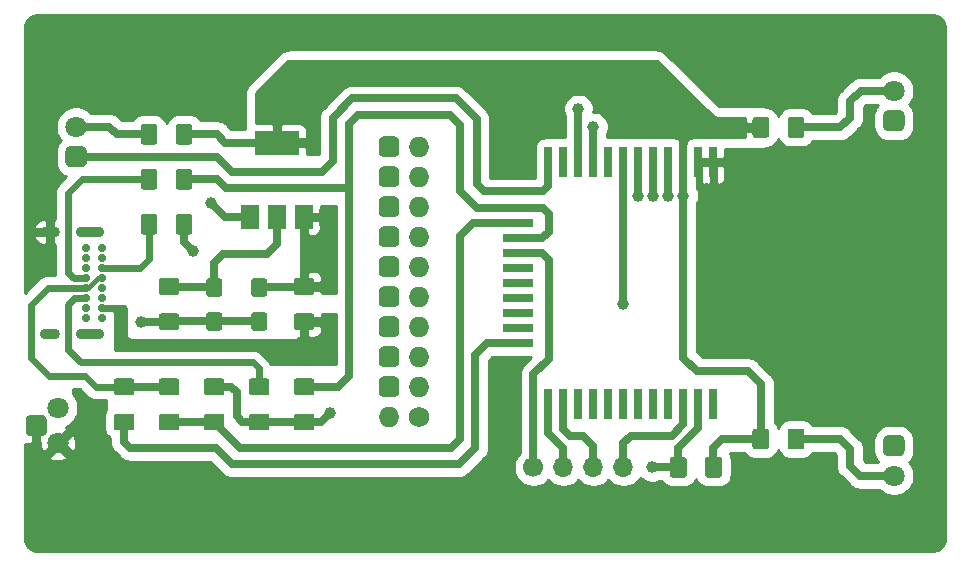
<source format=gbr>
G04 #@! TF.GenerationSoftware,KiCad,Pcbnew,5.1.5+dfsg1-2build2*
G04 #@! TF.CreationDate,2020-06-22T18:13:02+02:00*
G04 #@! TF.ProjectId,zigbeebox,7a696762-6565-4626-9f78-2e6b69636164,rev?*
G04 #@! TF.SameCoordinates,Original*
G04 #@! TF.FileFunction,Copper,L1,Top*
G04 #@! TF.FilePolarity,Positive*
%FSLAX46Y46*%
G04 Gerber Fmt 4.6, Leading zero omitted, Abs format (unit mm)*
G04 Created by KiCad (PCBNEW 5.1.5+dfsg1-2build2) date 2020-06-22 18:13:02*
%MOMM*%
%LPD*%
G04 APERTURE LIST*
%ADD10C,0.100000*%
%ADD11O,1.727200X1.727200*%
%ADD12C,1.727200*%
%ADD13C,0.700000*%
%ADD14O,2.400000X0.900000*%
%ADD15O,1.700000X0.900000*%
%ADD16R,1.500000X2.000000*%
%ADD17R,3.800000X2.000000*%
%ADD18C,1.800000*%
%ADD19O,1.700000X1.700000*%
%ADD20C,1.700000*%
%ADD21R,0.700000X2.600000*%
%ADD22R,2.600000X0.700000*%
%ADD23C,5.700000*%
%ADD24C,1.000000*%
%ADD25C,0.800000*%
%ADD26C,0.700000*%
%ADD27C,0.600000*%
%ADD28C,0.450000*%
%ADD29C,0.254000*%
G04 APERTURE END LIST*
G04 #@! TA.AperFunction,ComponentPad*
D10*
G36*
X112821124Y-58608229D02*
G01*
X112863040Y-58614447D01*
X112904145Y-58624743D01*
X112944043Y-58639019D01*
X112982349Y-58657136D01*
X113018695Y-58678921D01*
X113052731Y-58704164D01*
X113084129Y-58732621D01*
X113112586Y-58764019D01*
X113137829Y-58798055D01*
X113159614Y-58834401D01*
X113177731Y-58872707D01*
X113192007Y-58912605D01*
X113202303Y-58953710D01*
X113208521Y-58995626D01*
X113210600Y-59037950D01*
X113210600Y-59901550D01*
X113208521Y-59943874D01*
X113202303Y-59985790D01*
X113192007Y-60026895D01*
X113177731Y-60066793D01*
X113159614Y-60105099D01*
X113137829Y-60141445D01*
X113112586Y-60175481D01*
X113084129Y-60206879D01*
X113052731Y-60235336D01*
X113018695Y-60260579D01*
X112982349Y-60282364D01*
X112944043Y-60300481D01*
X112904145Y-60314757D01*
X112863040Y-60325053D01*
X112821124Y-60331271D01*
X112778800Y-60333350D01*
X111915200Y-60333350D01*
X111872876Y-60331271D01*
X111830960Y-60325053D01*
X111789855Y-60314757D01*
X111749957Y-60300481D01*
X111711651Y-60282364D01*
X111675305Y-60260579D01*
X111641269Y-60235336D01*
X111609871Y-60206879D01*
X111581414Y-60175481D01*
X111556171Y-60141445D01*
X111534386Y-60105099D01*
X111516269Y-60066793D01*
X111501993Y-60026895D01*
X111491697Y-59985790D01*
X111485479Y-59943874D01*
X111483400Y-59901550D01*
X111483400Y-59037950D01*
X111485479Y-58995626D01*
X111491697Y-58953710D01*
X111501993Y-58912605D01*
X111516269Y-58872707D01*
X111534386Y-58834401D01*
X111556171Y-58798055D01*
X111581414Y-58764019D01*
X111609871Y-58732621D01*
X111641269Y-58704164D01*
X111675305Y-58678921D01*
X111711651Y-58657136D01*
X111749957Y-58639019D01*
X111789855Y-58624743D01*
X111830960Y-58614447D01*
X111872876Y-58608229D01*
X111915200Y-58606150D01*
X112778800Y-58606150D01*
X112821124Y-58608229D01*
G37*
G04 #@! TD.AperFunction*
D11*
X114887000Y-59469750D03*
G04 #@! TA.AperFunction,ComponentPad*
D10*
G36*
X112821124Y-61148229D02*
G01*
X112863040Y-61154447D01*
X112904145Y-61164743D01*
X112944043Y-61179019D01*
X112982349Y-61197136D01*
X113018695Y-61218921D01*
X113052731Y-61244164D01*
X113084129Y-61272621D01*
X113112586Y-61304019D01*
X113137829Y-61338055D01*
X113159614Y-61374401D01*
X113177731Y-61412707D01*
X113192007Y-61452605D01*
X113202303Y-61493710D01*
X113208521Y-61535626D01*
X113210600Y-61577950D01*
X113210600Y-62441550D01*
X113208521Y-62483874D01*
X113202303Y-62525790D01*
X113192007Y-62566895D01*
X113177731Y-62606793D01*
X113159614Y-62645099D01*
X113137829Y-62681445D01*
X113112586Y-62715481D01*
X113084129Y-62746879D01*
X113052731Y-62775336D01*
X113018695Y-62800579D01*
X112982349Y-62822364D01*
X112944043Y-62840481D01*
X112904145Y-62854757D01*
X112863040Y-62865053D01*
X112821124Y-62871271D01*
X112778800Y-62873350D01*
X111915200Y-62873350D01*
X111872876Y-62871271D01*
X111830960Y-62865053D01*
X111789855Y-62854757D01*
X111749957Y-62840481D01*
X111711651Y-62822364D01*
X111675305Y-62800579D01*
X111641269Y-62775336D01*
X111609871Y-62746879D01*
X111581414Y-62715481D01*
X111556171Y-62681445D01*
X111534386Y-62645099D01*
X111516269Y-62606793D01*
X111501993Y-62566895D01*
X111491697Y-62525790D01*
X111485479Y-62483874D01*
X111483400Y-62441550D01*
X111483400Y-61577950D01*
X111485479Y-61535626D01*
X111491697Y-61493710D01*
X111501993Y-61452605D01*
X111516269Y-61412707D01*
X111534386Y-61374401D01*
X111556171Y-61338055D01*
X111581414Y-61304019D01*
X111609871Y-61272621D01*
X111641269Y-61244164D01*
X111675305Y-61218921D01*
X111711651Y-61197136D01*
X111749957Y-61179019D01*
X111789855Y-61164743D01*
X111830960Y-61154447D01*
X111872876Y-61148229D01*
X111915200Y-61146150D01*
X112778800Y-61146150D01*
X112821124Y-61148229D01*
G37*
G04 #@! TD.AperFunction*
D11*
X114887000Y-62009750D03*
G04 #@! TA.AperFunction,ComponentPad*
D10*
G36*
X112821124Y-63688229D02*
G01*
X112863040Y-63694447D01*
X112904145Y-63704743D01*
X112944043Y-63719019D01*
X112982349Y-63737136D01*
X113018695Y-63758921D01*
X113052731Y-63784164D01*
X113084129Y-63812621D01*
X113112586Y-63844019D01*
X113137829Y-63878055D01*
X113159614Y-63914401D01*
X113177731Y-63952707D01*
X113192007Y-63992605D01*
X113202303Y-64033710D01*
X113208521Y-64075626D01*
X113210600Y-64117950D01*
X113210600Y-64981550D01*
X113208521Y-65023874D01*
X113202303Y-65065790D01*
X113192007Y-65106895D01*
X113177731Y-65146793D01*
X113159614Y-65185099D01*
X113137829Y-65221445D01*
X113112586Y-65255481D01*
X113084129Y-65286879D01*
X113052731Y-65315336D01*
X113018695Y-65340579D01*
X112982349Y-65362364D01*
X112944043Y-65380481D01*
X112904145Y-65394757D01*
X112863040Y-65405053D01*
X112821124Y-65411271D01*
X112778800Y-65413350D01*
X111915200Y-65413350D01*
X111872876Y-65411271D01*
X111830960Y-65405053D01*
X111789855Y-65394757D01*
X111749957Y-65380481D01*
X111711651Y-65362364D01*
X111675305Y-65340579D01*
X111641269Y-65315336D01*
X111609871Y-65286879D01*
X111581414Y-65255481D01*
X111556171Y-65221445D01*
X111534386Y-65185099D01*
X111516269Y-65146793D01*
X111501993Y-65106895D01*
X111491697Y-65065790D01*
X111485479Y-65023874D01*
X111483400Y-64981550D01*
X111483400Y-64117950D01*
X111485479Y-64075626D01*
X111491697Y-64033710D01*
X111501993Y-63992605D01*
X111516269Y-63952707D01*
X111534386Y-63914401D01*
X111556171Y-63878055D01*
X111581414Y-63844019D01*
X111609871Y-63812621D01*
X111641269Y-63784164D01*
X111675305Y-63758921D01*
X111711651Y-63737136D01*
X111749957Y-63719019D01*
X111789855Y-63704743D01*
X111830960Y-63694447D01*
X111872876Y-63688229D01*
X111915200Y-63686150D01*
X112778800Y-63686150D01*
X112821124Y-63688229D01*
G37*
G04 #@! TD.AperFunction*
D11*
X114887000Y-64549750D03*
G04 #@! TA.AperFunction,ComponentPad*
D10*
G36*
X112821124Y-66228229D02*
G01*
X112863040Y-66234447D01*
X112904145Y-66244743D01*
X112944043Y-66259019D01*
X112982349Y-66277136D01*
X113018695Y-66298921D01*
X113052731Y-66324164D01*
X113084129Y-66352621D01*
X113112586Y-66384019D01*
X113137829Y-66418055D01*
X113159614Y-66454401D01*
X113177731Y-66492707D01*
X113192007Y-66532605D01*
X113202303Y-66573710D01*
X113208521Y-66615626D01*
X113210600Y-66657950D01*
X113210600Y-67521550D01*
X113208521Y-67563874D01*
X113202303Y-67605790D01*
X113192007Y-67646895D01*
X113177731Y-67686793D01*
X113159614Y-67725099D01*
X113137829Y-67761445D01*
X113112586Y-67795481D01*
X113084129Y-67826879D01*
X113052731Y-67855336D01*
X113018695Y-67880579D01*
X112982349Y-67902364D01*
X112944043Y-67920481D01*
X112904145Y-67934757D01*
X112863040Y-67945053D01*
X112821124Y-67951271D01*
X112778800Y-67953350D01*
X111915200Y-67953350D01*
X111872876Y-67951271D01*
X111830960Y-67945053D01*
X111789855Y-67934757D01*
X111749957Y-67920481D01*
X111711651Y-67902364D01*
X111675305Y-67880579D01*
X111641269Y-67855336D01*
X111609871Y-67826879D01*
X111581414Y-67795481D01*
X111556171Y-67761445D01*
X111534386Y-67725099D01*
X111516269Y-67686793D01*
X111501993Y-67646895D01*
X111491697Y-67605790D01*
X111485479Y-67563874D01*
X111483400Y-67521550D01*
X111483400Y-66657950D01*
X111485479Y-66615626D01*
X111491697Y-66573710D01*
X111501993Y-66532605D01*
X111516269Y-66492707D01*
X111534386Y-66454401D01*
X111556171Y-66418055D01*
X111581414Y-66384019D01*
X111609871Y-66352621D01*
X111641269Y-66324164D01*
X111675305Y-66298921D01*
X111711651Y-66277136D01*
X111749957Y-66259019D01*
X111789855Y-66244743D01*
X111830960Y-66234447D01*
X111872876Y-66228229D01*
X111915200Y-66226150D01*
X112778800Y-66226150D01*
X112821124Y-66228229D01*
G37*
G04 #@! TD.AperFunction*
D11*
X114887000Y-67089750D03*
G04 #@! TA.AperFunction,ComponentPad*
D10*
G36*
X112821124Y-68768229D02*
G01*
X112863040Y-68774447D01*
X112904145Y-68784743D01*
X112944043Y-68799019D01*
X112982349Y-68817136D01*
X113018695Y-68838921D01*
X113052731Y-68864164D01*
X113084129Y-68892621D01*
X113112586Y-68924019D01*
X113137829Y-68958055D01*
X113159614Y-68994401D01*
X113177731Y-69032707D01*
X113192007Y-69072605D01*
X113202303Y-69113710D01*
X113208521Y-69155626D01*
X113210600Y-69197950D01*
X113210600Y-70061550D01*
X113208521Y-70103874D01*
X113202303Y-70145790D01*
X113192007Y-70186895D01*
X113177731Y-70226793D01*
X113159614Y-70265099D01*
X113137829Y-70301445D01*
X113112586Y-70335481D01*
X113084129Y-70366879D01*
X113052731Y-70395336D01*
X113018695Y-70420579D01*
X112982349Y-70442364D01*
X112944043Y-70460481D01*
X112904145Y-70474757D01*
X112863040Y-70485053D01*
X112821124Y-70491271D01*
X112778800Y-70493350D01*
X111915200Y-70493350D01*
X111872876Y-70491271D01*
X111830960Y-70485053D01*
X111789855Y-70474757D01*
X111749957Y-70460481D01*
X111711651Y-70442364D01*
X111675305Y-70420579D01*
X111641269Y-70395336D01*
X111609871Y-70366879D01*
X111581414Y-70335481D01*
X111556171Y-70301445D01*
X111534386Y-70265099D01*
X111516269Y-70226793D01*
X111501993Y-70186895D01*
X111491697Y-70145790D01*
X111485479Y-70103874D01*
X111483400Y-70061550D01*
X111483400Y-69197950D01*
X111485479Y-69155626D01*
X111491697Y-69113710D01*
X111501993Y-69072605D01*
X111516269Y-69032707D01*
X111534386Y-68994401D01*
X111556171Y-68958055D01*
X111581414Y-68924019D01*
X111609871Y-68892621D01*
X111641269Y-68864164D01*
X111675305Y-68838921D01*
X111711651Y-68817136D01*
X111749957Y-68799019D01*
X111789855Y-68784743D01*
X111830960Y-68774447D01*
X111872876Y-68768229D01*
X111915200Y-68766150D01*
X112778800Y-68766150D01*
X112821124Y-68768229D01*
G37*
G04 #@! TD.AperFunction*
D11*
X114887000Y-69629750D03*
G04 #@! TA.AperFunction,ComponentPad*
D10*
G36*
X112821124Y-71308229D02*
G01*
X112863040Y-71314447D01*
X112904145Y-71324743D01*
X112944043Y-71339019D01*
X112982349Y-71357136D01*
X113018695Y-71378921D01*
X113052731Y-71404164D01*
X113084129Y-71432621D01*
X113112586Y-71464019D01*
X113137829Y-71498055D01*
X113159614Y-71534401D01*
X113177731Y-71572707D01*
X113192007Y-71612605D01*
X113202303Y-71653710D01*
X113208521Y-71695626D01*
X113210600Y-71737950D01*
X113210600Y-72601550D01*
X113208521Y-72643874D01*
X113202303Y-72685790D01*
X113192007Y-72726895D01*
X113177731Y-72766793D01*
X113159614Y-72805099D01*
X113137829Y-72841445D01*
X113112586Y-72875481D01*
X113084129Y-72906879D01*
X113052731Y-72935336D01*
X113018695Y-72960579D01*
X112982349Y-72982364D01*
X112944043Y-73000481D01*
X112904145Y-73014757D01*
X112863040Y-73025053D01*
X112821124Y-73031271D01*
X112778800Y-73033350D01*
X111915200Y-73033350D01*
X111872876Y-73031271D01*
X111830960Y-73025053D01*
X111789855Y-73014757D01*
X111749957Y-73000481D01*
X111711651Y-72982364D01*
X111675305Y-72960579D01*
X111641269Y-72935336D01*
X111609871Y-72906879D01*
X111581414Y-72875481D01*
X111556171Y-72841445D01*
X111534386Y-72805099D01*
X111516269Y-72766793D01*
X111501993Y-72726895D01*
X111491697Y-72685790D01*
X111485479Y-72643874D01*
X111483400Y-72601550D01*
X111483400Y-71737950D01*
X111485479Y-71695626D01*
X111491697Y-71653710D01*
X111501993Y-71612605D01*
X111516269Y-71572707D01*
X111534386Y-71534401D01*
X111556171Y-71498055D01*
X111581414Y-71464019D01*
X111609871Y-71432621D01*
X111641269Y-71404164D01*
X111675305Y-71378921D01*
X111711651Y-71357136D01*
X111749957Y-71339019D01*
X111789855Y-71324743D01*
X111830960Y-71314447D01*
X111872876Y-71308229D01*
X111915200Y-71306150D01*
X112778800Y-71306150D01*
X112821124Y-71308229D01*
G37*
G04 #@! TD.AperFunction*
D11*
X114887000Y-72169750D03*
G04 #@! TA.AperFunction,ComponentPad*
D10*
G36*
X112821124Y-73848229D02*
G01*
X112863040Y-73854447D01*
X112904145Y-73864743D01*
X112944043Y-73879019D01*
X112982349Y-73897136D01*
X113018695Y-73918921D01*
X113052731Y-73944164D01*
X113084129Y-73972621D01*
X113112586Y-74004019D01*
X113137829Y-74038055D01*
X113159614Y-74074401D01*
X113177731Y-74112707D01*
X113192007Y-74152605D01*
X113202303Y-74193710D01*
X113208521Y-74235626D01*
X113210600Y-74277950D01*
X113210600Y-75141550D01*
X113208521Y-75183874D01*
X113202303Y-75225790D01*
X113192007Y-75266895D01*
X113177731Y-75306793D01*
X113159614Y-75345099D01*
X113137829Y-75381445D01*
X113112586Y-75415481D01*
X113084129Y-75446879D01*
X113052731Y-75475336D01*
X113018695Y-75500579D01*
X112982349Y-75522364D01*
X112944043Y-75540481D01*
X112904145Y-75554757D01*
X112863040Y-75565053D01*
X112821124Y-75571271D01*
X112778800Y-75573350D01*
X111915200Y-75573350D01*
X111872876Y-75571271D01*
X111830960Y-75565053D01*
X111789855Y-75554757D01*
X111749957Y-75540481D01*
X111711651Y-75522364D01*
X111675305Y-75500579D01*
X111641269Y-75475336D01*
X111609871Y-75446879D01*
X111581414Y-75415481D01*
X111556171Y-75381445D01*
X111534386Y-75345099D01*
X111516269Y-75306793D01*
X111501993Y-75266895D01*
X111491697Y-75225790D01*
X111485479Y-75183874D01*
X111483400Y-75141550D01*
X111483400Y-74277950D01*
X111485479Y-74235626D01*
X111491697Y-74193710D01*
X111501993Y-74152605D01*
X111516269Y-74112707D01*
X111534386Y-74074401D01*
X111556171Y-74038055D01*
X111581414Y-74004019D01*
X111609871Y-73972621D01*
X111641269Y-73944164D01*
X111675305Y-73918921D01*
X111711651Y-73897136D01*
X111749957Y-73879019D01*
X111789855Y-73864743D01*
X111830960Y-73854447D01*
X111872876Y-73848229D01*
X111915200Y-73846150D01*
X112778800Y-73846150D01*
X112821124Y-73848229D01*
G37*
G04 #@! TD.AperFunction*
D11*
X114887000Y-74709750D03*
G04 #@! TA.AperFunction,ComponentPad*
D10*
G36*
X112821124Y-76388229D02*
G01*
X112863040Y-76394447D01*
X112904145Y-76404743D01*
X112944043Y-76419019D01*
X112982349Y-76437136D01*
X113018695Y-76458921D01*
X113052731Y-76484164D01*
X113084129Y-76512621D01*
X113112586Y-76544019D01*
X113137829Y-76578055D01*
X113159614Y-76614401D01*
X113177731Y-76652707D01*
X113192007Y-76692605D01*
X113202303Y-76733710D01*
X113208521Y-76775626D01*
X113210600Y-76817950D01*
X113210600Y-77681550D01*
X113208521Y-77723874D01*
X113202303Y-77765790D01*
X113192007Y-77806895D01*
X113177731Y-77846793D01*
X113159614Y-77885099D01*
X113137829Y-77921445D01*
X113112586Y-77955481D01*
X113084129Y-77986879D01*
X113052731Y-78015336D01*
X113018695Y-78040579D01*
X112982349Y-78062364D01*
X112944043Y-78080481D01*
X112904145Y-78094757D01*
X112863040Y-78105053D01*
X112821124Y-78111271D01*
X112778800Y-78113350D01*
X111915200Y-78113350D01*
X111872876Y-78111271D01*
X111830960Y-78105053D01*
X111789855Y-78094757D01*
X111749957Y-78080481D01*
X111711651Y-78062364D01*
X111675305Y-78040579D01*
X111641269Y-78015336D01*
X111609871Y-77986879D01*
X111581414Y-77955481D01*
X111556171Y-77921445D01*
X111534386Y-77885099D01*
X111516269Y-77846793D01*
X111501993Y-77806895D01*
X111491697Y-77765790D01*
X111485479Y-77723874D01*
X111483400Y-77681550D01*
X111483400Y-76817950D01*
X111485479Y-76775626D01*
X111491697Y-76733710D01*
X111501993Y-76692605D01*
X111516269Y-76652707D01*
X111534386Y-76614401D01*
X111556171Y-76578055D01*
X111581414Y-76544019D01*
X111609871Y-76512621D01*
X111641269Y-76484164D01*
X111675305Y-76458921D01*
X111711651Y-76437136D01*
X111749957Y-76419019D01*
X111789855Y-76404743D01*
X111830960Y-76394447D01*
X111872876Y-76388229D01*
X111915200Y-76386150D01*
X112778800Y-76386150D01*
X112821124Y-76388229D01*
G37*
G04 #@! TD.AperFunction*
D11*
X114887000Y-77249750D03*
G04 #@! TA.AperFunction,ComponentPad*
D10*
G36*
X112821124Y-78928229D02*
G01*
X112863040Y-78934447D01*
X112904145Y-78944743D01*
X112944043Y-78959019D01*
X112982349Y-78977136D01*
X113018695Y-78998921D01*
X113052731Y-79024164D01*
X113084129Y-79052621D01*
X113112586Y-79084019D01*
X113137829Y-79118055D01*
X113159614Y-79154401D01*
X113177731Y-79192707D01*
X113192007Y-79232605D01*
X113202303Y-79273710D01*
X113208521Y-79315626D01*
X113210600Y-79357950D01*
X113210600Y-80221550D01*
X113208521Y-80263874D01*
X113202303Y-80305790D01*
X113192007Y-80346895D01*
X113177731Y-80386793D01*
X113159614Y-80425099D01*
X113137829Y-80461445D01*
X113112586Y-80495481D01*
X113084129Y-80526879D01*
X113052731Y-80555336D01*
X113018695Y-80580579D01*
X112982349Y-80602364D01*
X112944043Y-80620481D01*
X112904145Y-80634757D01*
X112863040Y-80645053D01*
X112821124Y-80651271D01*
X112778800Y-80653350D01*
X111915200Y-80653350D01*
X111872876Y-80651271D01*
X111830960Y-80645053D01*
X111789855Y-80634757D01*
X111749957Y-80620481D01*
X111711651Y-80602364D01*
X111675305Y-80580579D01*
X111641269Y-80555336D01*
X111609871Y-80526879D01*
X111581414Y-80495481D01*
X111556171Y-80461445D01*
X111534386Y-80425099D01*
X111516269Y-80386793D01*
X111501993Y-80346895D01*
X111491697Y-80305790D01*
X111485479Y-80263874D01*
X111483400Y-80221550D01*
X111483400Y-79357950D01*
X111485479Y-79315626D01*
X111491697Y-79273710D01*
X111501993Y-79232605D01*
X111516269Y-79192707D01*
X111534386Y-79154401D01*
X111556171Y-79118055D01*
X111581414Y-79084019D01*
X111609871Y-79052621D01*
X111641269Y-79024164D01*
X111675305Y-78998921D01*
X111711651Y-78977136D01*
X111749957Y-78959019D01*
X111789855Y-78944743D01*
X111830960Y-78934447D01*
X111872876Y-78928229D01*
X111915200Y-78926150D01*
X112778800Y-78926150D01*
X112821124Y-78928229D01*
G37*
G04 #@! TD.AperFunction*
D11*
X114887000Y-79789750D03*
X112347000Y-82329750D03*
D12*
X114887000Y-82329750D03*
D13*
X88011000Y-68049750D03*
X88011000Y-68899750D03*
X88011000Y-69749750D03*
X88011000Y-70599750D03*
X88011000Y-71449750D03*
X88011000Y-72299750D03*
X88011000Y-73149750D03*
X88011000Y-73999750D03*
X86661000Y-68899750D03*
X86661000Y-70599750D03*
X86661000Y-69749750D03*
X86661000Y-68049750D03*
X86661000Y-72299750D03*
X86661000Y-73149750D03*
X86661000Y-73999750D03*
X86661000Y-71449750D03*
D14*
X87031000Y-66699750D03*
X87031000Y-75349750D03*
D15*
X83651000Y-66699750D03*
X83651000Y-75349750D03*
G04 #@! TA.AperFunction,SMDPad,CuDef*
D10*
G36*
X101995504Y-82067954D02*
G01*
X102019773Y-82071554D01*
X102043571Y-82077515D01*
X102066671Y-82085780D01*
X102088849Y-82096270D01*
X102109893Y-82108883D01*
X102129598Y-82123497D01*
X102147777Y-82139973D01*
X102164253Y-82158152D01*
X102178867Y-82177857D01*
X102191480Y-82198901D01*
X102201970Y-82221079D01*
X102210235Y-82244179D01*
X102216196Y-82267977D01*
X102219796Y-82292246D01*
X102221000Y-82316750D01*
X102221000Y-83241750D01*
X102219796Y-83266254D01*
X102216196Y-83290523D01*
X102210235Y-83314321D01*
X102201970Y-83337421D01*
X102191480Y-83359599D01*
X102178867Y-83380643D01*
X102164253Y-83400348D01*
X102147777Y-83418527D01*
X102129598Y-83435003D01*
X102109893Y-83449617D01*
X102088849Y-83462230D01*
X102066671Y-83472720D01*
X102043571Y-83480985D01*
X102019773Y-83486946D01*
X101995504Y-83490546D01*
X101971000Y-83491750D01*
X100721000Y-83491750D01*
X100696496Y-83490546D01*
X100672227Y-83486946D01*
X100648429Y-83480985D01*
X100625329Y-83472720D01*
X100603151Y-83462230D01*
X100582107Y-83449617D01*
X100562402Y-83435003D01*
X100544223Y-83418527D01*
X100527747Y-83400348D01*
X100513133Y-83380643D01*
X100500520Y-83359599D01*
X100490030Y-83337421D01*
X100481765Y-83314321D01*
X100475804Y-83290523D01*
X100472204Y-83266254D01*
X100471000Y-83241750D01*
X100471000Y-82316750D01*
X100472204Y-82292246D01*
X100475804Y-82267977D01*
X100481765Y-82244179D01*
X100490030Y-82221079D01*
X100500520Y-82198901D01*
X100513133Y-82177857D01*
X100527747Y-82158152D01*
X100544223Y-82139973D01*
X100562402Y-82123497D01*
X100582107Y-82108883D01*
X100603151Y-82096270D01*
X100625329Y-82085780D01*
X100648429Y-82077515D01*
X100672227Y-82071554D01*
X100696496Y-82067954D01*
X100721000Y-82066750D01*
X101971000Y-82066750D01*
X101995504Y-82067954D01*
G37*
G04 #@! TD.AperFunction*
G04 #@! TA.AperFunction,SMDPad,CuDef*
G36*
X101995504Y-79092954D02*
G01*
X102019773Y-79096554D01*
X102043571Y-79102515D01*
X102066671Y-79110780D01*
X102088849Y-79121270D01*
X102109893Y-79133883D01*
X102129598Y-79148497D01*
X102147777Y-79164973D01*
X102164253Y-79183152D01*
X102178867Y-79202857D01*
X102191480Y-79223901D01*
X102201970Y-79246079D01*
X102210235Y-79269179D01*
X102216196Y-79292977D01*
X102219796Y-79317246D01*
X102221000Y-79341750D01*
X102221000Y-80266750D01*
X102219796Y-80291254D01*
X102216196Y-80315523D01*
X102210235Y-80339321D01*
X102201970Y-80362421D01*
X102191480Y-80384599D01*
X102178867Y-80405643D01*
X102164253Y-80425348D01*
X102147777Y-80443527D01*
X102129598Y-80460003D01*
X102109893Y-80474617D01*
X102088849Y-80487230D01*
X102066671Y-80497720D01*
X102043571Y-80505985D01*
X102019773Y-80511946D01*
X101995504Y-80515546D01*
X101971000Y-80516750D01*
X100721000Y-80516750D01*
X100696496Y-80515546D01*
X100672227Y-80511946D01*
X100648429Y-80505985D01*
X100625329Y-80497720D01*
X100603151Y-80487230D01*
X100582107Y-80474617D01*
X100562402Y-80460003D01*
X100544223Y-80443527D01*
X100527747Y-80425348D01*
X100513133Y-80405643D01*
X100500520Y-80384599D01*
X100490030Y-80362421D01*
X100481765Y-80339321D01*
X100475804Y-80315523D01*
X100472204Y-80291254D01*
X100471000Y-80266750D01*
X100471000Y-79341750D01*
X100472204Y-79317246D01*
X100475804Y-79292977D01*
X100481765Y-79269179D01*
X100490030Y-79246079D01*
X100500520Y-79223901D01*
X100513133Y-79202857D01*
X100527747Y-79183152D01*
X100544223Y-79164973D01*
X100562402Y-79148497D01*
X100582107Y-79133883D01*
X100603151Y-79121270D01*
X100625329Y-79110780D01*
X100648429Y-79102515D01*
X100672227Y-79096554D01*
X100696496Y-79092954D01*
X100721000Y-79091750D01*
X101971000Y-79091750D01*
X101995504Y-79092954D01*
G37*
G04 #@! TD.AperFunction*
G04 #@! TA.AperFunction,SMDPad,CuDef*
G36*
X95483004Y-65166204D02*
G01*
X95507273Y-65169804D01*
X95531071Y-65175765D01*
X95554171Y-65184030D01*
X95576349Y-65194520D01*
X95597393Y-65207133D01*
X95617098Y-65221747D01*
X95635277Y-65238223D01*
X95651753Y-65256402D01*
X95666367Y-65276107D01*
X95678980Y-65297151D01*
X95689470Y-65319329D01*
X95697735Y-65342429D01*
X95703696Y-65366227D01*
X95707296Y-65390496D01*
X95708500Y-65415000D01*
X95708500Y-66665000D01*
X95707296Y-66689504D01*
X95703696Y-66713773D01*
X95697735Y-66737571D01*
X95689470Y-66760671D01*
X95678980Y-66782849D01*
X95666367Y-66803893D01*
X95651753Y-66823598D01*
X95635277Y-66841777D01*
X95617098Y-66858253D01*
X95597393Y-66872867D01*
X95576349Y-66885480D01*
X95554171Y-66895970D01*
X95531071Y-66904235D01*
X95507273Y-66910196D01*
X95483004Y-66913796D01*
X95458500Y-66915000D01*
X94533500Y-66915000D01*
X94508996Y-66913796D01*
X94484727Y-66910196D01*
X94460929Y-66904235D01*
X94437829Y-66895970D01*
X94415651Y-66885480D01*
X94394607Y-66872867D01*
X94374902Y-66858253D01*
X94356723Y-66841777D01*
X94340247Y-66823598D01*
X94325633Y-66803893D01*
X94313020Y-66782849D01*
X94302530Y-66760671D01*
X94294265Y-66737571D01*
X94288304Y-66713773D01*
X94284704Y-66689504D01*
X94283500Y-66665000D01*
X94283500Y-65415000D01*
X94284704Y-65390496D01*
X94288304Y-65366227D01*
X94294265Y-65342429D01*
X94302530Y-65319329D01*
X94313020Y-65297151D01*
X94325633Y-65276107D01*
X94340247Y-65256402D01*
X94356723Y-65238223D01*
X94374902Y-65221747D01*
X94394607Y-65207133D01*
X94415651Y-65194520D01*
X94437829Y-65184030D01*
X94460929Y-65175765D01*
X94484727Y-65169804D01*
X94508996Y-65166204D01*
X94533500Y-65165000D01*
X95458500Y-65165000D01*
X95483004Y-65166204D01*
G37*
G04 #@! TD.AperFunction*
G04 #@! TA.AperFunction,SMDPad,CuDef*
G36*
X92508004Y-65166204D02*
G01*
X92532273Y-65169804D01*
X92556071Y-65175765D01*
X92579171Y-65184030D01*
X92601349Y-65194520D01*
X92622393Y-65207133D01*
X92642098Y-65221747D01*
X92660277Y-65238223D01*
X92676753Y-65256402D01*
X92691367Y-65276107D01*
X92703980Y-65297151D01*
X92714470Y-65319329D01*
X92722735Y-65342429D01*
X92728696Y-65366227D01*
X92732296Y-65390496D01*
X92733500Y-65415000D01*
X92733500Y-66665000D01*
X92732296Y-66689504D01*
X92728696Y-66713773D01*
X92722735Y-66737571D01*
X92714470Y-66760671D01*
X92703980Y-66782849D01*
X92691367Y-66803893D01*
X92676753Y-66823598D01*
X92660277Y-66841777D01*
X92642098Y-66858253D01*
X92622393Y-66872867D01*
X92601349Y-66885480D01*
X92579171Y-66895970D01*
X92556071Y-66904235D01*
X92532273Y-66910196D01*
X92508004Y-66913796D01*
X92483500Y-66915000D01*
X91558500Y-66915000D01*
X91533996Y-66913796D01*
X91509727Y-66910196D01*
X91485929Y-66904235D01*
X91462829Y-66895970D01*
X91440651Y-66885480D01*
X91419607Y-66872867D01*
X91399902Y-66858253D01*
X91381723Y-66841777D01*
X91365247Y-66823598D01*
X91350633Y-66803893D01*
X91338020Y-66782849D01*
X91327530Y-66760671D01*
X91319265Y-66737571D01*
X91313304Y-66713773D01*
X91309704Y-66689504D01*
X91308500Y-66665000D01*
X91308500Y-65415000D01*
X91309704Y-65390496D01*
X91313304Y-65366227D01*
X91319265Y-65342429D01*
X91327530Y-65319329D01*
X91338020Y-65297151D01*
X91350633Y-65276107D01*
X91365247Y-65256402D01*
X91381723Y-65238223D01*
X91399902Y-65221747D01*
X91419607Y-65207133D01*
X91440651Y-65194520D01*
X91462829Y-65184030D01*
X91485929Y-65175765D01*
X91509727Y-65169804D01*
X91533996Y-65166204D01*
X91558500Y-65165000D01*
X92483500Y-65165000D01*
X92508004Y-65166204D01*
G37*
G04 #@! TD.AperFunction*
G04 #@! TA.AperFunction,SMDPad,CuDef*
G36*
X137331324Y-85740204D02*
G01*
X137355593Y-85743804D01*
X137379391Y-85749765D01*
X137402491Y-85758030D01*
X137424669Y-85768520D01*
X137445713Y-85781133D01*
X137465418Y-85795747D01*
X137483597Y-85812223D01*
X137500073Y-85830402D01*
X137514687Y-85850107D01*
X137527300Y-85871151D01*
X137537790Y-85893329D01*
X137546055Y-85916429D01*
X137552016Y-85940227D01*
X137555616Y-85964496D01*
X137556820Y-85989000D01*
X137556820Y-87239000D01*
X137555616Y-87263504D01*
X137552016Y-87287773D01*
X137546055Y-87311571D01*
X137537790Y-87334671D01*
X137527300Y-87356849D01*
X137514687Y-87377893D01*
X137500073Y-87397598D01*
X137483597Y-87415777D01*
X137465418Y-87432253D01*
X137445713Y-87446867D01*
X137424669Y-87459480D01*
X137402491Y-87469970D01*
X137379391Y-87478235D01*
X137355593Y-87484196D01*
X137331324Y-87487796D01*
X137306820Y-87489000D01*
X136381820Y-87489000D01*
X136357316Y-87487796D01*
X136333047Y-87484196D01*
X136309249Y-87478235D01*
X136286149Y-87469970D01*
X136263971Y-87459480D01*
X136242927Y-87446867D01*
X136223222Y-87432253D01*
X136205043Y-87415777D01*
X136188567Y-87397598D01*
X136173953Y-87377893D01*
X136161340Y-87356849D01*
X136150850Y-87334671D01*
X136142585Y-87311571D01*
X136136624Y-87287773D01*
X136133024Y-87263504D01*
X136131820Y-87239000D01*
X136131820Y-85989000D01*
X136133024Y-85964496D01*
X136136624Y-85940227D01*
X136142585Y-85916429D01*
X136150850Y-85893329D01*
X136161340Y-85871151D01*
X136173953Y-85850107D01*
X136188567Y-85830402D01*
X136205043Y-85812223D01*
X136223222Y-85795747D01*
X136242927Y-85781133D01*
X136263971Y-85768520D01*
X136286149Y-85758030D01*
X136309249Y-85749765D01*
X136333047Y-85743804D01*
X136357316Y-85740204D01*
X136381820Y-85739000D01*
X137306820Y-85739000D01*
X137331324Y-85740204D01*
G37*
G04 #@! TD.AperFunction*
G04 #@! TA.AperFunction,SMDPad,CuDef*
G36*
X140306324Y-85740204D02*
G01*
X140330593Y-85743804D01*
X140354391Y-85749765D01*
X140377491Y-85758030D01*
X140399669Y-85768520D01*
X140420713Y-85781133D01*
X140440418Y-85795747D01*
X140458597Y-85812223D01*
X140475073Y-85830402D01*
X140489687Y-85850107D01*
X140502300Y-85871151D01*
X140512790Y-85893329D01*
X140521055Y-85916429D01*
X140527016Y-85940227D01*
X140530616Y-85964496D01*
X140531820Y-85989000D01*
X140531820Y-87239000D01*
X140530616Y-87263504D01*
X140527016Y-87287773D01*
X140521055Y-87311571D01*
X140512790Y-87334671D01*
X140502300Y-87356849D01*
X140489687Y-87377893D01*
X140475073Y-87397598D01*
X140458597Y-87415777D01*
X140440418Y-87432253D01*
X140420713Y-87446867D01*
X140399669Y-87459480D01*
X140377491Y-87469970D01*
X140354391Y-87478235D01*
X140330593Y-87484196D01*
X140306324Y-87487796D01*
X140281820Y-87489000D01*
X139356820Y-87489000D01*
X139332316Y-87487796D01*
X139308047Y-87484196D01*
X139284249Y-87478235D01*
X139261149Y-87469970D01*
X139238971Y-87459480D01*
X139217927Y-87446867D01*
X139198222Y-87432253D01*
X139180043Y-87415777D01*
X139163567Y-87397598D01*
X139148953Y-87377893D01*
X139136340Y-87356849D01*
X139125850Y-87334671D01*
X139117585Y-87311571D01*
X139111624Y-87287773D01*
X139108024Y-87263504D01*
X139106820Y-87239000D01*
X139106820Y-85989000D01*
X139108024Y-85964496D01*
X139111624Y-85940227D01*
X139117585Y-85916429D01*
X139125850Y-85893329D01*
X139136340Y-85871151D01*
X139148953Y-85850107D01*
X139163567Y-85830402D01*
X139180043Y-85812223D01*
X139198222Y-85795747D01*
X139217927Y-85781133D01*
X139238971Y-85768520D01*
X139261149Y-85758030D01*
X139284249Y-85749765D01*
X139308047Y-85743804D01*
X139332316Y-85740204D01*
X139356820Y-85739000D01*
X140281820Y-85739000D01*
X140306324Y-85740204D01*
G37*
G04 #@! TD.AperFunction*
G04 #@! TA.AperFunction,SMDPad,CuDef*
G36*
X92508004Y-57546204D02*
G01*
X92532273Y-57549804D01*
X92556071Y-57555765D01*
X92579171Y-57564030D01*
X92601349Y-57574520D01*
X92622393Y-57587133D01*
X92642098Y-57601747D01*
X92660277Y-57618223D01*
X92676753Y-57636402D01*
X92691367Y-57656107D01*
X92703980Y-57677151D01*
X92714470Y-57699329D01*
X92722735Y-57722429D01*
X92728696Y-57746227D01*
X92732296Y-57770496D01*
X92733500Y-57795000D01*
X92733500Y-59045000D01*
X92732296Y-59069504D01*
X92728696Y-59093773D01*
X92722735Y-59117571D01*
X92714470Y-59140671D01*
X92703980Y-59162849D01*
X92691367Y-59183893D01*
X92676753Y-59203598D01*
X92660277Y-59221777D01*
X92642098Y-59238253D01*
X92622393Y-59252867D01*
X92601349Y-59265480D01*
X92579171Y-59275970D01*
X92556071Y-59284235D01*
X92532273Y-59290196D01*
X92508004Y-59293796D01*
X92483500Y-59295000D01*
X91558500Y-59295000D01*
X91533996Y-59293796D01*
X91509727Y-59290196D01*
X91485929Y-59284235D01*
X91462829Y-59275970D01*
X91440651Y-59265480D01*
X91419607Y-59252867D01*
X91399902Y-59238253D01*
X91381723Y-59221777D01*
X91365247Y-59203598D01*
X91350633Y-59183893D01*
X91338020Y-59162849D01*
X91327530Y-59140671D01*
X91319265Y-59117571D01*
X91313304Y-59093773D01*
X91309704Y-59069504D01*
X91308500Y-59045000D01*
X91308500Y-57795000D01*
X91309704Y-57770496D01*
X91313304Y-57746227D01*
X91319265Y-57722429D01*
X91327530Y-57699329D01*
X91338020Y-57677151D01*
X91350633Y-57656107D01*
X91365247Y-57636402D01*
X91381723Y-57618223D01*
X91399902Y-57601747D01*
X91419607Y-57587133D01*
X91440651Y-57574520D01*
X91462829Y-57564030D01*
X91485929Y-57555765D01*
X91509727Y-57549804D01*
X91533996Y-57546204D01*
X91558500Y-57545000D01*
X92483500Y-57545000D01*
X92508004Y-57546204D01*
G37*
G04 #@! TD.AperFunction*
G04 #@! TA.AperFunction,SMDPad,CuDef*
G36*
X95483004Y-57546204D02*
G01*
X95507273Y-57549804D01*
X95531071Y-57555765D01*
X95554171Y-57564030D01*
X95576349Y-57574520D01*
X95597393Y-57587133D01*
X95617098Y-57601747D01*
X95635277Y-57618223D01*
X95651753Y-57636402D01*
X95666367Y-57656107D01*
X95678980Y-57677151D01*
X95689470Y-57699329D01*
X95697735Y-57722429D01*
X95703696Y-57746227D01*
X95707296Y-57770496D01*
X95708500Y-57795000D01*
X95708500Y-59045000D01*
X95707296Y-59069504D01*
X95703696Y-59093773D01*
X95697735Y-59117571D01*
X95689470Y-59140671D01*
X95678980Y-59162849D01*
X95666367Y-59183893D01*
X95651753Y-59203598D01*
X95635277Y-59221777D01*
X95617098Y-59238253D01*
X95597393Y-59252867D01*
X95576349Y-59265480D01*
X95554171Y-59275970D01*
X95531071Y-59284235D01*
X95507273Y-59290196D01*
X95483004Y-59293796D01*
X95458500Y-59295000D01*
X94533500Y-59295000D01*
X94508996Y-59293796D01*
X94484727Y-59290196D01*
X94460929Y-59284235D01*
X94437829Y-59275970D01*
X94415651Y-59265480D01*
X94394607Y-59252867D01*
X94374902Y-59238253D01*
X94356723Y-59221777D01*
X94340247Y-59203598D01*
X94325633Y-59183893D01*
X94313020Y-59162849D01*
X94302530Y-59140671D01*
X94294265Y-59117571D01*
X94288304Y-59093773D01*
X94284704Y-59069504D01*
X94283500Y-59045000D01*
X94283500Y-57795000D01*
X94284704Y-57770496D01*
X94288304Y-57746227D01*
X94294265Y-57722429D01*
X94302530Y-57699329D01*
X94313020Y-57677151D01*
X94325633Y-57656107D01*
X94340247Y-57636402D01*
X94356723Y-57618223D01*
X94374902Y-57601747D01*
X94394607Y-57587133D01*
X94415651Y-57574520D01*
X94437829Y-57564030D01*
X94460929Y-57555765D01*
X94484727Y-57549804D01*
X94508996Y-57546204D01*
X94533500Y-57545000D01*
X95458500Y-57545000D01*
X95483004Y-57546204D01*
G37*
G04 #@! TD.AperFunction*
G04 #@! TA.AperFunction,SMDPad,CuDef*
G36*
X147294104Y-56960954D02*
G01*
X147318373Y-56964554D01*
X147342171Y-56970515D01*
X147365271Y-56978780D01*
X147387449Y-56989270D01*
X147408493Y-57001883D01*
X147428198Y-57016497D01*
X147446377Y-57032973D01*
X147462853Y-57051152D01*
X147477467Y-57070857D01*
X147490080Y-57091901D01*
X147500570Y-57114079D01*
X147508835Y-57137179D01*
X147514796Y-57160977D01*
X147518396Y-57185246D01*
X147519600Y-57209750D01*
X147519600Y-58459750D01*
X147518396Y-58484254D01*
X147514796Y-58508523D01*
X147508835Y-58532321D01*
X147500570Y-58555421D01*
X147490080Y-58577599D01*
X147477467Y-58598643D01*
X147462853Y-58618348D01*
X147446377Y-58636527D01*
X147428198Y-58653003D01*
X147408493Y-58667617D01*
X147387449Y-58680230D01*
X147365271Y-58690720D01*
X147342171Y-58698985D01*
X147318373Y-58704946D01*
X147294104Y-58708546D01*
X147269600Y-58709750D01*
X146344600Y-58709750D01*
X146320096Y-58708546D01*
X146295827Y-58704946D01*
X146272029Y-58698985D01*
X146248929Y-58690720D01*
X146226751Y-58680230D01*
X146205707Y-58667617D01*
X146186002Y-58653003D01*
X146167823Y-58636527D01*
X146151347Y-58618348D01*
X146136733Y-58598643D01*
X146124120Y-58577599D01*
X146113630Y-58555421D01*
X146105365Y-58532321D01*
X146099404Y-58508523D01*
X146095804Y-58484254D01*
X146094600Y-58459750D01*
X146094600Y-57209750D01*
X146095804Y-57185246D01*
X146099404Y-57160977D01*
X146105365Y-57137179D01*
X146113630Y-57114079D01*
X146124120Y-57091901D01*
X146136733Y-57070857D01*
X146151347Y-57051152D01*
X146167823Y-57032973D01*
X146186002Y-57016497D01*
X146205707Y-57001883D01*
X146226751Y-56989270D01*
X146248929Y-56978780D01*
X146272029Y-56970515D01*
X146295827Y-56964554D01*
X146320096Y-56960954D01*
X146344600Y-56959750D01*
X147269600Y-56959750D01*
X147294104Y-56960954D01*
G37*
G04 #@! TD.AperFunction*
G04 #@! TA.AperFunction,SMDPad,CuDef*
G36*
X144319104Y-56960954D02*
G01*
X144343373Y-56964554D01*
X144367171Y-56970515D01*
X144390271Y-56978780D01*
X144412449Y-56989270D01*
X144433493Y-57001883D01*
X144453198Y-57016497D01*
X144471377Y-57032973D01*
X144487853Y-57051152D01*
X144502467Y-57070857D01*
X144515080Y-57091901D01*
X144525570Y-57114079D01*
X144533835Y-57137179D01*
X144539796Y-57160977D01*
X144543396Y-57185246D01*
X144544600Y-57209750D01*
X144544600Y-58459750D01*
X144543396Y-58484254D01*
X144539796Y-58508523D01*
X144533835Y-58532321D01*
X144525570Y-58555421D01*
X144515080Y-58577599D01*
X144502467Y-58598643D01*
X144487853Y-58618348D01*
X144471377Y-58636527D01*
X144453198Y-58653003D01*
X144433493Y-58667617D01*
X144412449Y-58680230D01*
X144390271Y-58690720D01*
X144367171Y-58698985D01*
X144343373Y-58704946D01*
X144319104Y-58708546D01*
X144294600Y-58709750D01*
X143369600Y-58709750D01*
X143345096Y-58708546D01*
X143320827Y-58704946D01*
X143297029Y-58698985D01*
X143273929Y-58690720D01*
X143251751Y-58680230D01*
X143230707Y-58667617D01*
X143211002Y-58653003D01*
X143192823Y-58636527D01*
X143176347Y-58618348D01*
X143161733Y-58598643D01*
X143149120Y-58577599D01*
X143138630Y-58555421D01*
X143130365Y-58532321D01*
X143124404Y-58508523D01*
X143120804Y-58484254D01*
X143119600Y-58459750D01*
X143119600Y-57209750D01*
X143120804Y-57185246D01*
X143124404Y-57160977D01*
X143130365Y-57137179D01*
X143138630Y-57114079D01*
X143149120Y-57091901D01*
X143161733Y-57070857D01*
X143176347Y-57051152D01*
X143192823Y-57032973D01*
X143211002Y-57016497D01*
X143230707Y-57001883D01*
X143251751Y-56989270D01*
X143273929Y-56978780D01*
X143297029Y-56970515D01*
X143320827Y-56964554D01*
X143345096Y-56960954D01*
X143369600Y-56959750D01*
X144294600Y-56959750D01*
X144319104Y-56960954D01*
G37*
G04 #@! TD.AperFunction*
G04 #@! TA.AperFunction,SMDPad,CuDef*
G36*
X147294104Y-83340954D02*
G01*
X147318373Y-83344554D01*
X147342171Y-83350515D01*
X147365271Y-83358780D01*
X147387449Y-83369270D01*
X147408493Y-83381883D01*
X147428198Y-83396497D01*
X147446377Y-83412973D01*
X147462853Y-83431152D01*
X147477467Y-83450857D01*
X147490080Y-83471901D01*
X147500570Y-83494079D01*
X147508835Y-83517179D01*
X147514796Y-83540977D01*
X147518396Y-83565246D01*
X147519600Y-83589750D01*
X147519600Y-84839750D01*
X147518396Y-84864254D01*
X147514796Y-84888523D01*
X147508835Y-84912321D01*
X147500570Y-84935421D01*
X147490080Y-84957599D01*
X147477467Y-84978643D01*
X147462853Y-84998348D01*
X147446377Y-85016527D01*
X147428198Y-85033003D01*
X147408493Y-85047617D01*
X147387449Y-85060230D01*
X147365271Y-85070720D01*
X147342171Y-85078985D01*
X147318373Y-85084946D01*
X147294104Y-85088546D01*
X147269600Y-85089750D01*
X146344600Y-85089750D01*
X146320096Y-85088546D01*
X146295827Y-85084946D01*
X146272029Y-85078985D01*
X146248929Y-85070720D01*
X146226751Y-85060230D01*
X146205707Y-85047617D01*
X146186002Y-85033003D01*
X146167823Y-85016527D01*
X146151347Y-84998348D01*
X146136733Y-84978643D01*
X146124120Y-84957599D01*
X146113630Y-84935421D01*
X146105365Y-84912321D01*
X146099404Y-84888523D01*
X146095804Y-84864254D01*
X146094600Y-84839750D01*
X146094600Y-83589750D01*
X146095804Y-83565246D01*
X146099404Y-83540977D01*
X146105365Y-83517179D01*
X146113630Y-83494079D01*
X146124120Y-83471901D01*
X146136733Y-83450857D01*
X146151347Y-83431152D01*
X146167823Y-83412973D01*
X146186002Y-83396497D01*
X146205707Y-83381883D01*
X146226751Y-83369270D01*
X146248929Y-83358780D01*
X146272029Y-83350515D01*
X146295827Y-83344554D01*
X146320096Y-83340954D01*
X146344600Y-83339750D01*
X147269600Y-83339750D01*
X147294104Y-83340954D01*
G37*
G04 #@! TD.AperFunction*
G04 #@! TA.AperFunction,SMDPad,CuDef*
G36*
X144319104Y-83340954D02*
G01*
X144343373Y-83344554D01*
X144367171Y-83350515D01*
X144390271Y-83358780D01*
X144412449Y-83369270D01*
X144433493Y-83381883D01*
X144453198Y-83396497D01*
X144471377Y-83412973D01*
X144487853Y-83431152D01*
X144502467Y-83450857D01*
X144515080Y-83471901D01*
X144525570Y-83494079D01*
X144533835Y-83517179D01*
X144539796Y-83540977D01*
X144543396Y-83565246D01*
X144544600Y-83589750D01*
X144544600Y-84839750D01*
X144543396Y-84864254D01*
X144539796Y-84888523D01*
X144533835Y-84912321D01*
X144525570Y-84935421D01*
X144515080Y-84957599D01*
X144502467Y-84978643D01*
X144487853Y-84998348D01*
X144471377Y-85016527D01*
X144453198Y-85033003D01*
X144433493Y-85047617D01*
X144412449Y-85060230D01*
X144390271Y-85070720D01*
X144367171Y-85078985D01*
X144343373Y-85084946D01*
X144319104Y-85088546D01*
X144294600Y-85089750D01*
X143369600Y-85089750D01*
X143345096Y-85088546D01*
X143320827Y-85084946D01*
X143297029Y-85078985D01*
X143273929Y-85070720D01*
X143251751Y-85060230D01*
X143230707Y-85047617D01*
X143211002Y-85033003D01*
X143192823Y-85016527D01*
X143176347Y-84998348D01*
X143161733Y-84978643D01*
X143149120Y-84957599D01*
X143138630Y-84935421D01*
X143130365Y-84912321D01*
X143124404Y-84888523D01*
X143120804Y-84864254D01*
X143119600Y-84839750D01*
X143119600Y-83589750D01*
X143120804Y-83565246D01*
X143124404Y-83540977D01*
X143130365Y-83517179D01*
X143138630Y-83494079D01*
X143149120Y-83471901D01*
X143161733Y-83450857D01*
X143176347Y-83431152D01*
X143192823Y-83412973D01*
X143211002Y-83396497D01*
X143230707Y-83381883D01*
X143251751Y-83369270D01*
X143273929Y-83358780D01*
X143297029Y-83350515D01*
X143320827Y-83344554D01*
X143345096Y-83340954D01*
X143369600Y-83339750D01*
X144294600Y-83339750D01*
X144319104Y-83340954D01*
G37*
G04 #@! TD.AperFunction*
G04 #@! TA.AperFunction,SMDPad,CuDef*
G36*
X90565504Y-82067954D02*
G01*
X90589773Y-82071554D01*
X90613571Y-82077515D01*
X90636671Y-82085780D01*
X90658849Y-82096270D01*
X90679893Y-82108883D01*
X90699598Y-82123497D01*
X90717777Y-82139973D01*
X90734253Y-82158152D01*
X90748867Y-82177857D01*
X90761480Y-82198901D01*
X90771970Y-82221079D01*
X90780235Y-82244179D01*
X90786196Y-82267977D01*
X90789796Y-82292246D01*
X90791000Y-82316750D01*
X90791000Y-83241750D01*
X90789796Y-83266254D01*
X90786196Y-83290523D01*
X90780235Y-83314321D01*
X90771970Y-83337421D01*
X90761480Y-83359599D01*
X90748867Y-83380643D01*
X90734253Y-83400348D01*
X90717777Y-83418527D01*
X90699598Y-83435003D01*
X90679893Y-83449617D01*
X90658849Y-83462230D01*
X90636671Y-83472720D01*
X90613571Y-83480985D01*
X90589773Y-83486946D01*
X90565504Y-83490546D01*
X90541000Y-83491750D01*
X89291000Y-83491750D01*
X89266496Y-83490546D01*
X89242227Y-83486946D01*
X89218429Y-83480985D01*
X89195329Y-83472720D01*
X89173151Y-83462230D01*
X89152107Y-83449617D01*
X89132402Y-83435003D01*
X89114223Y-83418527D01*
X89097747Y-83400348D01*
X89083133Y-83380643D01*
X89070520Y-83359599D01*
X89060030Y-83337421D01*
X89051765Y-83314321D01*
X89045804Y-83290523D01*
X89042204Y-83266254D01*
X89041000Y-83241750D01*
X89041000Y-82316750D01*
X89042204Y-82292246D01*
X89045804Y-82267977D01*
X89051765Y-82244179D01*
X89060030Y-82221079D01*
X89070520Y-82198901D01*
X89083133Y-82177857D01*
X89097747Y-82158152D01*
X89114223Y-82139973D01*
X89132402Y-82123497D01*
X89152107Y-82108883D01*
X89173151Y-82096270D01*
X89195329Y-82085780D01*
X89218429Y-82077515D01*
X89242227Y-82071554D01*
X89266496Y-82067954D01*
X89291000Y-82066750D01*
X90541000Y-82066750D01*
X90565504Y-82067954D01*
G37*
G04 #@! TD.AperFunction*
G04 #@! TA.AperFunction,SMDPad,CuDef*
G36*
X90565504Y-79092954D02*
G01*
X90589773Y-79096554D01*
X90613571Y-79102515D01*
X90636671Y-79110780D01*
X90658849Y-79121270D01*
X90679893Y-79133883D01*
X90699598Y-79148497D01*
X90717777Y-79164973D01*
X90734253Y-79183152D01*
X90748867Y-79202857D01*
X90761480Y-79223901D01*
X90771970Y-79246079D01*
X90780235Y-79269179D01*
X90786196Y-79292977D01*
X90789796Y-79317246D01*
X90791000Y-79341750D01*
X90791000Y-80266750D01*
X90789796Y-80291254D01*
X90786196Y-80315523D01*
X90780235Y-80339321D01*
X90771970Y-80362421D01*
X90761480Y-80384599D01*
X90748867Y-80405643D01*
X90734253Y-80425348D01*
X90717777Y-80443527D01*
X90699598Y-80460003D01*
X90679893Y-80474617D01*
X90658849Y-80487230D01*
X90636671Y-80497720D01*
X90613571Y-80505985D01*
X90589773Y-80511946D01*
X90565504Y-80515546D01*
X90541000Y-80516750D01*
X89291000Y-80516750D01*
X89266496Y-80515546D01*
X89242227Y-80511946D01*
X89218429Y-80505985D01*
X89195329Y-80497720D01*
X89173151Y-80487230D01*
X89152107Y-80474617D01*
X89132402Y-80460003D01*
X89114223Y-80443527D01*
X89097747Y-80425348D01*
X89083133Y-80405643D01*
X89070520Y-80384599D01*
X89060030Y-80362421D01*
X89051765Y-80339321D01*
X89045804Y-80315523D01*
X89042204Y-80291254D01*
X89041000Y-80266750D01*
X89041000Y-79341750D01*
X89042204Y-79317246D01*
X89045804Y-79292977D01*
X89051765Y-79269179D01*
X89060030Y-79246079D01*
X89070520Y-79223901D01*
X89083133Y-79202857D01*
X89097747Y-79183152D01*
X89114223Y-79164973D01*
X89132402Y-79148497D01*
X89152107Y-79133883D01*
X89173151Y-79121270D01*
X89195329Y-79110780D01*
X89218429Y-79102515D01*
X89242227Y-79096554D01*
X89266496Y-79092954D01*
X89291000Y-79091750D01*
X90541000Y-79091750D01*
X90565504Y-79092954D01*
G37*
G04 #@! TD.AperFunction*
G04 #@! TA.AperFunction,SMDPad,CuDef*
G36*
X94375504Y-82067954D02*
G01*
X94399773Y-82071554D01*
X94423571Y-82077515D01*
X94446671Y-82085780D01*
X94468849Y-82096270D01*
X94489893Y-82108883D01*
X94509598Y-82123497D01*
X94527777Y-82139973D01*
X94544253Y-82158152D01*
X94558867Y-82177857D01*
X94571480Y-82198901D01*
X94581970Y-82221079D01*
X94590235Y-82244179D01*
X94596196Y-82267977D01*
X94599796Y-82292246D01*
X94601000Y-82316750D01*
X94601000Y-83241750D01*
X94599796Y-83266254D01*
X94596196Y-83290523D01*
X94590235Y-83314321D01*
X94581970Y-83337421D01*
X94571480Y-83359599D01*
X94558867Y-83380643D01*
X94544253Y-83400348D01*
X94527777Y-83418527D01*
X94509598Y-83435003D01*
X94489893Y-83449617D01*
X94468849Y-83462230D01*
X94446671Y-83472720D01*
X94423571Y-83480985D01*
X94399773Y-83486946D01*
X94375504Y-83490546D01*
X94351000Y-83491750D01*
X93101000Y-83491750D01*
X93076496Y-83490546D01*
X93052227Y-83486946D01*
X93028429Y-83480985D01*
X93005329Y-83472720D01*
X92983151Y-83462230D01*
X92962107Y-83449617D01*
X92942402Y-83435003D01*
X92924223Y-83418527D01*
X92907747Y-83400348D01*
X92893133Y-83380643D01*
X92880520Y-83359599D01*
X92870030Y-83337421D01*
X92861765Y-83314321D01*
X92855804Y-83290523D01*
X92852204Y-83266254D01*
X92851000Y-83241750D01*
X92851000Y-82316750D01*
X92852204Y-82292246D01*
X92855804Y-82267977D01*
X92861765Y-82244179D01*
X92870030Y-82221079D01*
X92880520Y-82198901D01*
X92893133Y-82177857D01*
X92907747Y-82158152D01*
X92924223Y-82139973D01*
X92942402Y-82123497D01*
X92962107Y-82108883D01*
X92983151Y-82096270D01*
X93005329Y-82085780D01*
X93028429Y-82077515D01*
X93052227Y-82071554D01*
X93076496Y-82067954D01*
X93101000Y-82066750D01*
X94351000Y-82066750D01*
X94375504Y-82067954D01*
G37*
G04 #@! TD.AperFunction*
G04 #@! TA.AperFunction,SMDPad,CuDef*
G36*
X94375504Y-79092954D02*
G01*
X94399773Y-79096554D01*
X94423571Y-79102515D01*
X94446671Y-79110780D01*
X94468849Y-79121270D01*
X94489893Y-79133883D01*
X94509598Y-79148497D01*
X94527777Y-79164973D01*
X94544253Y-79183152D01*
X94558867Y-79202857D01*
X94571480Y-79223901D01*
X94581970Y-79246079D01*
X94590235Y-79269179D01*
X94596196Y-79292977D01*
X94599796Y-79317246D01*
X94601000Y-79341750D01*
X94601000Y-80266750D01*
X94599796Y-80291254D01*
X94596196Y-80315523D01*
X94590235Y-80339321D01*
X94581970Y-80362421D01*
X94571480Y-80384599D01*
X94558867Y-80405643D01*
X94544253Y-80425348D01*
X94527777Y-80443527D01*
X94509598Y-80460003D01*
X94489893Y-80474617D01*
X94468849Y-80487230D01*
X94446671Y-80497720D01*
X94423571Y-80505985D01*
X94399773Y-80511946D01*
X94375504Y-80515546D01*
X94351000Y-80516750D01*
X93101000Y-80516750D01*
X93076496Y-80515546D01*
X93052227Y-80511946D01*
X93028429Y-80505985D01*
X93005329Y-80497720D01*
X92983151Y-80487230D01*
X92962107Y-80474617D01*
X92942402Y-80460003D01*
X92924223Y-80443527D01*
X92907747Y-80425348D01*
X92893133Y-80405643D01*
X92880520Y-80384599D01*
X92870030Y-80362421D01*
X92861765Y-80339321D01*
X92855804Y-80315523D01*
X92852204Y-80291254D01*
X92851000Y-80266750D01*
X92851000Y-79341750D01*
X92852204Y-79317246D01*
X92855804Y-79292977D01*
X92861765Y-79269179D01*
X92870030Y-79246079D01*
X92880520Y-79223901D01*
X92893133Y-79202857D01*
X92907747Y-79183152D01*
X92924223Y-79164973D01*
X92942402Y-79148497D01*
X92962107Y-79133883D01*
X92983151Y-79121270D01*
X93005329Y-79110780D01*
X93028429Y-79102515D01*
X93052227Y-79096554D01*
X93076496Y-79092954D01*
X93101000Y-79091750D01*
X94351000Y-79091750D01*
X94375504Y-79092954D01*
G37*
G04 #@! TD.AperFunction*
G04 #@! TA.AperFunction,SMDPad,CuDef*
G36*
X95483004Y-61356204D02*
G01*
X95507273Y-61359804D01*
X95531071Y-61365765D01*
X95554171Y-61374030D01*
X95576349Y-61384520D01*
X95597393Y-61397133D01*
X95617098Y-61411747D01*
X95635277Y-61428223D01*
X95651753Y-61446402D01*
X95666367Y-61466107D01*
X95678980Y-61487151D01*
X95689470Y-61509329D01*
X95697735Y-61532429D01*
X95703696Y-61556227D01*
X95707296Y-61580496D01*
X95708500Y-61605000D01*
X95708500Y-62855000D01*
X95707296Y-62879504D01*
X95703696Y-62903773D01*
X95697735Y-62927571D01*
X95689470Y-62950671D01*
X95678980Y-62972849D01*
X95666367Y-62993893D01*
X95651753Y-63013598D01*
X95635277Y-63031777D01*
X95617098Y-63048253D01*
X95597393Y-63062867D01*
X95576349Y-63075480D01*
X95554171Y-63085970D01*
X95531071Y-63094235D01*
X95507273Y-63100196D01*
X95483004Y-63103796D01*
X95458500Y-63105000D01*
X94533500Y-63105000D01*
X94508996Y-63103796D01*
X94484727Y-63100196D01*
X94460929Y-63094235D01*
X94437829Y-63085970D01*
X94415651Y-63075480D01*
X94394607Y-63062867D01*
X94374902Y-63048253D01*
X94356723Y-63031777D01*
X94340247Y-63013598D01*
X94325633Y-62993893D01*
X94313020Y-62972849D01*
X94302530Y-62950671D01*
X94294265Y-62927571D01*
X94288304Y-62903773D01*
X94284704Y-62879504D01*
X94283500Y-62855000D01*
X94283500Y-61605000D01*
X94284704Y-61580496D01*
X94288304Y-61556227D01*
X94294265Y-61532429D01*
X94302530Y-61509329D01*
X94313020Y-61487151D01*
X94325633Y-61466107D01*
X94340247Y-61446402D01*
X94356723Y-61428223D01*
X94374902Y-61411747D01*
X94394607Y-61397133D01*
X94415651Y-61384520D01*
X94437829Y-61374030D01*
X94460929Y-61365765D01*
X94484727Y-61359804D01*
X94508996Y-61356204D01*
X94533500Y-61355000D01*
X95458500Y-61355000D01*
X95483004Y-61356204D01*
G37*
G04 #@! TD.AperFunction*
G04 #@! TA.AperFunction,SMDPad,CuDef*
G36*
X92508004Y-61356204D02*
G01*
X92532273Y-61359804D01*
X92556071Y-61365765D01*
X92579171Y-61374030D01*
X92601349Y-61384520D01*
X92622393Y-61397133D01*
X92642098Y-61411747D01*
X92660277Y-61428223D01*
X92676753Y-61446402D01*
X92691367Y-61466107D01*
X92703980Y-61487151D01*
X92714470Y-61509329D01*
X92722735Y-61532429D01*
X92728696Y-61556227D01*
X92732296Y-61580496D01*
X92733500Y-61605000D01*
X92733500Y-62855000D01*
X92732296Y-62879504D01*
X92728696Y-62903773D01*
X92722735Y-62927571D01*
X92714470Y-62950671D01*
X92703980Y-62972849D01*
X92691367Y-62993893D01*
X92676753Y-63013598D01*
X92660277Y-63031777D01*
X92642098Y-63048253D01*
X92622393Y-63062867D01*
X92601349Y-63075480D01*
X92579171Y-63085970D01*
X92556071Y-63094235D01*
X92532273Y-63100196D01*
X92508004Y-63103796D01*
X92483500Y-63105000D01*
X91558500Y-63105000D01*
X91533996Y-63103796D01*
X91509727Y-63100196D01*
X91485929Y-63094235D01*
X91462829Y-63085970D01*
X91440651Y-63075480D01*
X91419607Y-63062867D01*
X91399902Y-63048253D01*
X91381723Y-63031777D01*
X91365247Y-63013598D01*
X91350633Y-62993893D01*
X91338020Y-62972849D01*
X91327530Y-62950671D01*
X91319265Y-62927571D01*
X91313304Y-62903773D01*
X91309704Y-62879504D01*
X91308500Y-62855000D01*
X91308500Y-61605000D01*
X91309704Y-61580496D01*
X91313304Y-61556227D01*
X91319265Y-61532429D01*
X91327530Y-61509329D01*
X91338020Y-61487151D01*
X91350633Y-61466107D01*
X91365247Y-61446402D01*
X91381723Y-61428223D01*
X91399902Y-61411747D01*
X91419607Y-61397133D01*
X91440651Y-61384520D01*
X91462829Y-61374030D01*
X91485929Y-61365765D01*
X91509727Y-61359804D01*
X91533996Y-61356204D01*
X91558500Y-61355000D01*
X92483500Y-61355000D01*
X92508004Y-61356204D01*
G37*
G04 #@! TD.AperFunction*
G04 #@! TA.AperFunction,SMDPad,CuDef*
G36*
X97985505Y-73473954D02*
G01*
X98009773Y-73477554D01*
X98033572Y-73483515D01*
X98056671Y-73491780D01*
X98078850Y-73502270D01*
X98099893Y-73514882D01*
X98119599Y-73529497D01*
X98137777Y-73545973D01*
X98154253Y-73564151D01*
X98168868Y-73583857D01*
X98181480Y-73604900D01*
X98191970Y-73627079D01*
X98200235Y-73650178D01*
X98206196Y-73673977D01*
X98209796Y-73698245D01*
X98211000Y-73722749D01*
X98211000Y-74797751D01*
X98209796Y-74822255D01*
X98206196Y-74846523D01*
X98200235Y-74870322D01*
X98191970Y-74893421D01*
X98181480Y-74915600D01*
X98168868Y-74936643D01*
X98154253Y-74956349D01*
X98137777Y-74974527D01*
X98119599Y-74991003D01*
X98099893Y-75005618D01*
X98078850Y-75018230D01*
X98056671Y-75028720D01*
X98033572Y-75036985D01*
X98009773Y-75042946D01*
X97985505Y-75046546D01*
X97961001Y-75047750D01*
X97110999Y-75047750D01*
X97086495Y-75046546D01*
X97062227Y-75042946D01*
X97038428Y-75036985D01*
X97015329Y-75028720D01*
X96993150Y-75018230D01*
X96972107Y-75005618D01*
X96952401Y-74991003D01*
X96934223Y-74974527D01*
X96917747Y-74956349D01*
X96903132Y-74936643D01*
X96890520Y-74915600D01*
X96880030Y-74893421D01*
X96871765Y-74870322D01*
X96865804Y-74846523D01*
X96862204Y-74822255D01*
X96861000Y-74797751D01*
X96861000Y-73722749D01*
X96862204Y-73698245D01*
X96865804Y-73673977D01*
X96871765Y-73650178D01*
X96880030Y-73627079D01*
X96890520Y-73604900D01*
X96903132Y-73583857D01*
X96917747Y-73564151D01*
X96934223Y-73545973D01*
X96952401Y-73529497D01*
X96972107Y-73514882D01*
X96993150Y-73502270D01*
X97015329Y-73491780D01*
X97038428Y-73483515D01*
X97062227Y-73477554D01*
X97086495Y-73473954D01*
X97110999Y-73472750D01*
X97961001Y-73472750D01*
X97985505Y-73473954D01*
G37*
G04 #@! TD.AperFunction*
G04 #@! TA.AperFunction,SMDPad,CuDef*
G36*
X97985505Y-70598954D02*
G01*
X98009773Y-70602554D01*
X98033572Y-70608515D01*
X98056671Y-70616780D01*
X98078850Y-70627270D01*
X98099893Y-70639882D01*
X98119599Y-70654497D01*
X98137777Y-70670973D01*
X98154253Y-70689151D01*
X98168868Y-70708857D01*
X98181480Y-70729900D01*
X98191970Y-70752079D01*
X98200235Y-70775178D01*
X98206196Y-70798977D01*
X98209796Y-70823245D01*
X98211000Y-70847749D01*
X98211000Y-71922751D01*
X98209796Y-71947255D01*
X98206196Y-71971523D01*
X98200235Y-71995322D01*
X98191970Y-72018421D01*
X98181480Y-72040600D01*
X98168868Y-72061643D01*
X98154253Y-72081349D01*
X98137777Y-72099527D01*
X98119599Y-72116003D01*
X98099893Y-72130618D01*
X98078850Y-72143230D01*
X98056671Y-72153720D01*
X98033572Y-72161985D01*
X98009773Y-72167946D01*
X97985505Y-72171546D01*
X97961001Y-72172750D01*
X97110999Y-72172750D01*
X97086495Y-72171546D01*
X97062227Y-72167946D01*
X97038428Y-72161985D01*
X97015329Y-72153720D01*
X96993150Y-72143230D01*
X96972107Y-72130618D01*
X96952401Y-72116003D01*
X96934223Y-72099527D01*
X96917747Y-72081349D01*
X96903132Y-72061643D01*
X96890520Y-72040600D01*
X96880030Y-72018421D01*
X96871765Y-71995322D01*
X96865804Y-71971523D01*
X96862204Y-71947255D01*
X96861000Y-71922751D01*
X96861000Y-70847749D01*
X96862204Y-70823245D01*
X96865804Y-70798977D01*
X96871765Y-70775178D01*
X96880030Y-70752079D01*
X96890520Y-70729900D01*
X96903132Y-70708857D01*
X96917747Y-70689151D01*
X96934223Y-70670973D01*
X96952401Y-70654497D01*
X96972107Y-70639882D01*
X96993150Y-70627270D01*
X97015329Y-70616780D01*
X97038428Y-70608515D01*
X97062227Y-70602554D01*
X97086495Y-70598954D01*
X97110999Y-70597750D01*
X97961001Y-70597750D01*
X97985505Y-70598954D01*
G37*
G04 #@! TD.AperFunction*
G04 #@! TA.AperFunction,SMDPad,CuDef*
G36*
X101795505Y-73473954D02*
G01*
X101819773Y-73477554D01*
X101843572Y-73483515D01*
X101866671Y-73491780D01*
X101888850Y-73502270D01*
X101909893Y-73514882D01*
X101929599Y-73529497D01*
X101947777Y-73545973D01*
X101964253Y-73564151D01*
X101978868Y-73583857D01*
X101991480Y-73604900D01*
X102001970Y-73627079D01*
X102010235Y-73650178D01*
X102016196Y-73673977D01*
X102019796Y-73698245D01*
X102021000Y-73722749D01*
X102021000Y-74797751D01*
X102019796Y-74822255D01*
X102016196Y-74846523D01*
X102010235Y-74870322D01*
X102001970Y-74893421D01*
X101991480Y-74915600D01*
X101978868Y-74936643D01*
X101964253Y-74956349D01*
X101947777Y-74974527D01*
X101929599Y-74991003D01*
X101909893Y-75005618D01*
X101888850Y-75018230D01*
X101866671Y-75028720D01*
X101843572Y-75036985D01*
X101819773Y-75042946D01*
X101795505Y-75046546D01*
X101771001Y-75047750D01*
X100920999Y-75047750D01*
X100896495Y-75046546D01*
X100872227Y-75042946D01*
X100848428Y-75036985D01*
X100825329Y-75028720D01*
X100803150Y-75018230D01*
X100782107Y-75005618D01*
X100762401Y-74991003D01*
X100744223Y-74974527D01*
X100727747Y-74956349D01*
X100713132Y-74936643D01*
X100700520Y-74915600D01*
X100690030Y-74893421D01*
X100681765Y-74870322D01*
X100675804Y-74846523D01*
X100672204Y-74822255D01*
X100671000Y-74797751D01*
X100671000Y-73722749D01*
X100672204Y-73698245D01*
X100675804Y-73673977D01*
X100681765Y-73650178D01*
X100690030Y-73627079D01*
X100700520Y-73604900D01*
X100713132Y-73583857D01*
X100727747Y-73564151D01*
X100744223Y-73545973D01*
X100762401Y-73529497D01*
X100782107Y-73514882D01*
X100803150Y-73502270D01*
X100825329Y-73491780D01*
X100848428Y-73483515D01*
X100872227Y-73477554D01*
X100896495Y-73473954D01*
X100920999Y-73472750D01*
X101771001Y-73472750D01*
X101795505Y-73473954D01*
G37*
G04 #@! TD.AperFunction*
G04 #@! TA.AperFunction,SMDPad,CuDef*
G36*
X101795505Y-70598954D02*
G01*
X101819773Y-70602554D01*
X101843572Y-70608515D01*
X101866671Y-70616780D01*
X101888850Y-70627270D01*
X101909893Y-70639882D01*
X101929599Y-70654497D01*
X101947777Y-70670973D01*
X101964253Y-70689151D01*
X101978868Y-70708857D01*
X101991480Y-70729900D01*
X102001970Y-70752079D01*
X102010235Y-70775178D01*
X102016196Y-70798977D01*
X102019796Y-70823245D01*
X102021000Y-70847749D01*
X102021000Y-71922751D01*
X102019796Y-71947255D01*
X102016196Y-71971523D01*
X102010235Y-71995322D01*
X102001970Y-72018421D01*
X101991480Y-72040600D01*
X101978868Y-72061643D01*
X101964253Y-72081349D01*
X101947777Y-72099527D01*
X101929599Y-72116003D01*
X101909893Y-72130618D01*
X101888850Y-72143230D01*
X101866671Y-72153720D01*
X101843572Y-72161985D01*
X101819773Y-72167946D01*
X101795505Y-72171546D01*
X101771001Y-72172750D01*
X100920999Y-72172750D01*
X100896495Y-72171546D01*
X100872227Y-72167946D01*
X100848428Y-72161985D01*
X100825329Y-72153720D01*
X100803150Y-72143230D01*
X100782107Y-72130618D01*
X100762401Y-72116003D01*
X100744223Y-72099527D01*
X100727747Y-72081349D01*
X100713132Y-72061643D01*
X100700520Y-72040600D01*
X100690030Y-72018421D01*
X100681765Y-71995322D01*
X100675804Y-71971523D01*
X100672204Y-71947255D01*
X100671000Y-71922751D01*
X100671000Y-70847749D01*
X100672204Y-70823245D01*
X100675804Y-70798977D01*
X100681765Y-70775178D01*
X100690030Y-70752079D01*
X100700520Y-70729900D01*
X100713132Y-70708857D01*
X100727747Y-70689151D01*
X100744223Y-70670973D01*
X100762401Y-70654497D01*
X100782107Y-70639882D01*
X100803150Y-70627270D01*
X100825329Y-70616780D01*
X100848428Y-70608515D01*
X100872227Y-70602554D01*
X100896495Y-70598954D01*
X100920999Y-70597750D01*
X101771001Y-70597750D01*
X101795505Y-70598954D01*
G37*
G04 #@! TD.AperFunction*
G04 #@! TA.AperFunction,SMDPad,CuDef*
G36*
X105805504Y-73578954D02*
G01*
X105829773Y-73582554D01*
X105853571Y-73588515D01*
X105876671Y-73596780D01*
X105898849Y-73607270D01*
X105919893Y-73619883D01*
X105939598Y-73634497D01*
X105957777Y-73650973D01*
X105974253Y-73669152D01*
X105988867Y-73688857D01*
X106001480Y-73709901D01*
X106011970Y-73732079D01*
X106020235Y-73755179D01*
X106026196Y-73778977D01*
X106029796Y-73803246D01*
X106031000Y-73827750D01*
X106031000Y-74752750D01*
X106029796Y-74777254D01*
X106026196Y-74801523D01*
X106020235Y-74825321D01*
X106011970Y-74848421D01*
X106001480Y-74870599D01*
X105988867Y-74891643D01*
X105974253Y-74911348D01*
X105957777Y-74929527D01*
X105939598Y-74946003D01*
X105919893Y-74960617D01*
X105898849Y-74973230D01*
X105876671Y-74983720D01*
X105853571Y-74991985D01*
X105829773Y-74997946D01*
X105805504Y-75001546D01*
X105781000Y-75002750D01*
X104531000Y-75002750D01*
X104506496Y-75001546D01*
X104482227Y-74997946D01*
X104458429Y-74991985D01*
X104435329Y-74983720D01*
X104413151Y-74973230D01*
X104392107Y-74960617D01*
X104372402Y-74946003D01*
X104354223Y-74929527D01*
X104337747Y-74911348D01*
X104323133Y-74891643D01*
X104310520Y-74870599D01*
X104300030Y-74848421D01*
X104291765Y-74825321D01*
X104285804Y-74801523D01*
X104282204Y-74777254D01*
X104281000Y-74752750D01*
X104281000Y-73827750D01*
X104282204Y-73803246D01*
X104285804Y-73778977D01*
X104291765Y-73755179D01*
X104300030Y-73732079D01*
X104310520Y-73709901D01*
X104323133Y-73688857D01*
X104337747Y-73669152D01*
X104354223Y-73650973D01*
X104372402Y-73634497D01*
X104392107Y-73619883D01*
X104413151Y-73607270D01*
X104435329Y-73596780D01*
X104458429Y-73588515D01*
X104482227Y-73582554D01*
X104506496Y-73578954D01*
X104531000Y-73577750D01*
X105781000Y-73577750D01*
X105805504Y-73578954D01*
G37*
G04 #@! TD.AperFunction*
G04 #@! TA.AperFunction,SMDPad,CuDef*
G36*
X105805504Y-70603954D02*
G01*
X105829773Y-70607554D01*
X105853571Y-70613515D01*
X105876671Y-70621780D01*
X105898849Y-70632270D01*
X105919893Y-70644883D01*
X105939598Y-70659497D01*
X105957777Y-70675973D01*
X105974253Y-70694152D01*
X105988867Y-70713857D01*
X106001480Y-70734901D01*
X106011970Y-70757079D01*
X106020235Y-70780179D01*
X106026196Y-70803977D01*
X106029796Y-70828246D01*
X106031000Y-70852750D01*
X106031000Y-71777750D01*
X106029796Y-71802254D01*
X106026196Y-71826523D01*
X106020235Y-71850321D01*
X106011970Y-71873421D01*
X106001480Y-71895599D01*
X105988867Y-71916643D01*
X105974253Y-71936348D01*
X105957777Y-71954527D01*
X105939598Y-71971003D01*
X105919893Y-71985617D01*
X105898849Y-71998230D01*
X105876671Y-72008720D01*
X105853571Y-72016985D01*
X105829773Y-72022946D01*
X105805504Y-72026546D01*
X105781000Y-72027750D01*
X104531000Y-72027750D01*
X104506496Y-72026546D01*
X104482227Y-72022946D01*
X104458429Y-72016985D01*
X104435329Y-72008720D01*
X104413151Y-71998230D01*
X104392107Y-71985617D01*
X104372402Y-71971003D01*
X104354223Y-71954527D01*
X104337747Y-71936348D01*
X104323133Y-71916643D01*
X104310520Y-71895599D01*
X104300030Y-71873421D01*
X104291765Y-71850321D01*
X104285804Y-71826523D01*
X104282204Y-71802254D01*
X104281000Y-71777750D01*
X104281000Y-70852750D01*
X104282204Y-70828246D01*
X104285804Y-70803977D01*
X104291765Y-70780179D01*
X104300030Y-70757079D01*
X104310520Y-70734901D01*
X104323133Y-70713857D01*
X104337747Y-70694152D01*
X104354223Y-70675973D01*
X104372402Y-70659497D01*
X104392107Y-70644883D01*
X104413151Y-70632270D01*
X104435329Y-70621780D01*
X104458429Y-70613515D01*
X104482227Y-70607554D01*
X104506496Y-70603954D01*
X104531000Y-70602750D01*
X105781000Y-70602750D01*
X105805504Y-70603954D01*
G37*
G04 #@! TD.AperFunction*
G04 #@! TA.AperFunction,SMDPad,CuDef*
G36*
X94375504Y-73578954D02*
G01*
X94399773Y-73582554D01*
X94423571Y-73588515D01*
X94446671Y-73596780D01*
X94468849Y-73607270D01*
X94489893Y-73619883D01*
X94509598Y-73634497D01*
X94527777Y-73650973D01*
X94544253Y-73669152D01*
X94558867Y-73688857D01*
X94571480Y-73709901D01*
X94581970Y-73732079D01*
X94590235Y-73755179D01*
X94596196Y-73778977D01*
X94599796Y-73803246D01*
X94601000Y-73827750D01*
X94601000Y-74752750D01*
X94599796Y-74777254D01*
X94596196Y-74801523D01*
X94590235Y-74825321D01*
X94581970Y-74848421D01*
X94571480Y-74870599D01*
X94558867Y-74891643D01*
X94544253Y-74911348D01*
X94527777Y-74929527D01*
X94509598Y-74946003D01*
X94489893Y-74960617D01*
X94468849Y-74973230D01*
X94446671Y-74983720D01*
X94423571Y-74991985D01*
X94399773Y-74997946D01*
X94375504Y-75001546D01*
X94351000Y-75002750D01*
X93101000Y-75002750D01*
X93076496Y-75001546D01*
X93052227Y-74997946D01*
X93028429Y-74991985D01*
X93005329Y-74983720D01*
X92983151Y-74973230D01*
X92962107Y-74960617D01*
X92942402Y-74946003D01*
X92924223Y-74929527D01*
X92907747Y-74911348D01*
X92893133Y-74891643D01*
X92880520Y-74870599D01*
X92870030Y-74848421D01*
X92861765Y-74825321D01*
X92855804Y-74801523D01*
X92852204Y-74777254D01*
X92851000Y-74752750D01*
X92851000Y-73827750D01*
X92852204Y-73803246D01*
X92855804Y-73778977D01*
X92861765Y-73755179D01*
X92870030Y-73732079D01*
X92880520Y-73709901D01*
X92893133Y-73688857D01*
X92907747Y-73669152D01*
X92924223Y-73650973D01*
X92942402Y-73634497D01*
X92962107Y-73619883D01*
X92983151Y-73607270D01*
X93005329Y-73596780D01*
X93028429Y-73588515D01*
X93052227Y-73582554D01*
X93076496Y-73578954D01*
X93101000Y-73577750D01*
X94351000Y-73577750D01*
X94375504Y-73578954D01*
G37*
G04 #@! TD.AperFunction*
G04 #@! TA.AperFunction,SMDPad,CuDef*
G36*
X94375504Y-70603954D02*
G01*
X94399773Y-70607554D01*
X94423571Y-70613515D01*
X94446671Y-70621780D01*
X94468849Y-70632270D01*
X94489893Y-70644883D01*
X94509598Y-70659497D01*
X94527777Y-70675973D01*
X94544253Y-70694152D01*
X94558867Y-70713857D01*
X94571480Y-70734901D01*
X94581970Y-70757079D01*
X94590235Y-70780179D01*
X94596196Y-70803977D01*
X94599796Y-70828246D01*
X94601000Y-70852750D01*
X94601000Y-71777750D01*
X94599796Y-71802254D01*
X94596196Y-71826523D01*
X94590235Y-71850321D01*
X94581970Y-71873421D01*
X94571480Y-71895599D01*
X94558867Y-71916643D01*
X94544253Y-71936348D01*
X94527777Y-71954527D01*
X94509598Y-71971003D01*
X94489893Y-71985617D01*
X94468849Y-71998230D01*
X94446671Y-72008720D01*
X94423571Y-72016985D01*
X94399773Y-72022946D01*
X94375504Y-72026546D01*
X94351000Y-72027750D01*
X93101000Y-72027750D01*
X93076496Y-72026546D01*
X93052227Y-72022946D01*
X93028429Y-72016985D01*
X93005329Y-72008720D01*
X92983151Y-71998230D01*
X92962107Y-71985617D01*
X92942402Y-71971003D01*
X92924223Y-71954527D01*
X92907747Y-71936348D01*
X92893133Y-71916643D01*
X92880520Y-71895599D01*
X92870030Y-71873421D01*
X92861765Y-71850321D01*
X92855804Y-71826523D01*
X92852204Y-71802254D01*
X92851000Y-71777750D01*
X92851000Y-70852750D01*
X92852204Y-70828246D01*
X92855804Y-70803977D01*
X92861765Y-70780179D01*
X92870030Y-70757079D01*
X92880520Y-70734901D01*
X92893133Y-70713857D01*
X92907747Y-70694152D01*
X92924223Y-70675973D01*
X92942402Y-70659497D01*
X92962107Y-70644883D01*
X92983151Y-70632270D01*
X93005329Y-70621780D01*
X93028429Y-70613515D01*
X93052227Y-70607554D01*
X93076496Y-70603954D01*
X93101000Y-70602750D01*
X94351000Y-70602750D01*
X94375504Y-70603954D01*
G37*
G04 #@! TD.AperFunction*
G04 #@! TA.AperFunction,SMDPad,CuDef*
G36*
X98185504Y-79092954D02*
G01*
X98209773Y-79096554D01*
X98233571Y-79102515D01*
X98256671Y-79110780D01*
X98278849Y-79121270D01*
X98299893Y-79133883D01*
X98319598Y-79148497D01*
X98337777Y-79164973D01*
X98354253Y-79183152D01*
X98368867Y-79202857D01*
X98381480Y-79223901D01*
X98391970Y-79246079D01*
X98400235Y-79269179D01*
X98406196Y-79292977D01*
X98409796Y-79317246D01*
X98411000Y-79341750D01*
X98411000Y-80266750D01*
X98409796Y-80291254D01*
X98406196Y-80315523D01*
X98400235Y-80339321D01*
X98391970Y-80362421D01*
X98381480Y-80384599D01*
X98368867Y-80405643D01*
X98354253Y-80425348D01*
X98337777Y-80443527D01*
X98319598Y-80460003D01*
X98299893Y-80474617D01*
X98278849Y-80487230D01*
X98256671Y-80497720D01*
X98233571Y-80505985D01*
X98209773Y-80511946D01*
X98185504Y-80515546D01*
X98161000Y-80516750D01*
X96911000Y-80516750D01*
X96886496Y-80515546D01*
X96862227Y-80511946D01*
X96838429Y-80505985D01*
X96815329Y-80497720D01*
X96793151Y-80487230D01*
X96772107Y-80474617D01*
X96752402Y-80460003D01*
X96734223Y-80443527D01*
X96717747Y-80425348D01*
X96703133Y-80405643D01*
X96690520Y-80384599D01*
X96680030Y-80362421D01*
X96671765Y-80339321D01*
X96665804Y-80315523D01*
X96662204Y-80291254D01*
X96661000Y-80266750D01*
X96661000Y-79341750D01*
X96662204Y-79317246D01*
X96665804Y-79292977D01*
X96671765Y-79269179D01*
X96680030Y-79246079D01*
X96690520Y-79223901D01*
X96703133Y-79202857D01*
X96717747Y-79183152D01*
X96734223Y-79164973D01*
X96752402Y-79148497D01*
X96772107Y-79133883D01*
X96793151Y-79121270D01*
X96815329Y-79110780D01*
X96838429Y-79102515D01*
X96862227Y-79096554D01*
X96886496Y-79092954D01*
X96911000Y-79091750D01*
X98161000Y-79091750D01*
X98185504Y-79092954D01*
G37*
G04 #@! TD.AperFunction*
G04 #@! TA.AperFunction,SMDPad,CuDef*
G36*
X98185504Y-82067954D02*
G01*
X98209773Y-82071554D01*
X98233571Y-82077515D01*
X98256671Y-82085780D01*
X98278849Y-82096270D01*
X98299893Y-82108883D01*
X98319598Y-82123497D01*
X98337777Y-82139973D01*
X98354253Y-82158152D01*
X98368867Y-82177857D01*
X98381480Y-82198901D01*
X98391970Y-82221079D01*
X98400235Y-82244179D01*
X98406196Y-82267977D01*
X98409796Y-82292246D01*
X98411000Y-82316750D01*
X98411000Y-83241750D01*
X98409796Y-83266254D01*
X98406196Y-83290523D01*
X98400235Y-83314321D01*
X98391970Y-83337421D01*
X98381480Y-83359599D01*
X98368867Y-83380643D01*
X98354253Y-83400348D01*
X98337777Y-83418527D01*
X98319598Y-83435003D01*
X98299893Y-83449617D01*
X98278849Y-83462230D01*
X98256671Y-83472720D01*
X98233571Y-83480985D01*
X98209773Y-83486946D01*
X98185504Y-83490546D01*
X98161000Y-83491750D01*
X96911000Y-83491750D01*
X96886496Y-83490546D01*
X96862227Y-83486946D01*
X96838429Y-83480985D01*
X96815329Y-83472720D01*
X96793151Y-83462230D01*
X96772107Y-83449617D01*
X96752402Y-83435003D01*
X96734223Y-83418527D01*
X96717747Y-83400348D01*
X96703133Y-83380643D01*
X96690520Y-83359599D01*
X96680030Y-83337421D01*
X96671765Y-83314321D01*
X96665804Y-83290523D01*
X96662204Y-83266254D01*
X96661000Y-83241750D01*
X96661000Y-82316750D01*
X96662204Y-82292246D01*
X96665804Y-82267977D01*
X96671765Y-82244179D01*
X96680030Y-82221079D01*
X96690520Y-82198901D01*
X96703133Y-82177857D01*
X96717747Y-82158152D01*
X96734223Y-82139973D01*
X96752402Y-82123497D01*
X96772107Y-82108883D01*
X96793151Y-82096270D01*
X96815329Y-82085780D01*
X96838429Y-82077515D01*
X96862227Y-82071554D01*
X96886496Y-82067954D01*
X96911000Y-82066750D01*
X98161000Y-82066750D01*
X98185504Y-82067954D01*
G37*
G04 #@! TD.AperFunction*
G04 #@! TA.AperFunction,SMDPad,CuDef*
G36*
X105805504Y-82067954D02*
G01*
X105829773Y-82071554D01*
X105853571Y-82077515D01*
X105876671Y-82085780D01*
X105898849Y-82096270D01*
X105919893Y-82108883D01*
X105939598Y-82123497D01*
X105957777Y-82139973D01*
X105974253Y-82158152D01*
X105988867Y-82177857D01*
X106001480Y-82198901D01*
X106011970Y-82221079D01*
X106020235Y-82244179D01*
X106026196Y-82267977D01*
X106029796Y-82292246D01*
X106031000Y-82316750D01*
X106031000Y-83241750D01*
X106029796Y-83266254D01*
X106026196Y-83290523D01*
X106020235Y-83314321D01*
X106011970Y-83337421D01*
X106001480Y-83359599D01*
X105988867Y-83380643D01*
X105974253Y-83400348D01*
X105957777Y-83418527D01*
X105939598Y-83435003D01*
X105919893Y-83449617D01*
X105898849Y-83462230D01*
X105876671Y-83472720D01*
X105853571Y-83480985D01*
X105829773Y-83486946D01*
X105805504Y-83490546D01*
X105781000Y-83491750D01*
X104531000Y-83491750D01*
X104506496Y-83490546D01*
X104482227Y-83486946D01*
X104458429Y-83480985D01*
X104435329Y-83472720D01*
X104413151Y-83462230D01*
X104392107Y-83449617D01*
X104372402Y-83435003D01*
X104354223Y-83418527D01*
X104337747Y-83400348D01*
X104323133Y-83380643D01*
X104310520Y-83359599D01*
X104300030Y-83337421D01*
X104291765Y-83314321D01*
X104285804Y-83290523D01*
X104282204Y-83266254D01*
X104281000Y-83241750D01*
X104281000Y-82316750D01*
X104282204Y-82292246D01*
X104285804Y-82267977D01*
X104291765Y-82244179D01*
X104300030Y-82221079D01*
X104310520Y-82198901D01*
X104323133Y-82177857D01*
X104337747Y-82158152D01*
X104354223Y-82139973D01*
X104372402Y-82123497D01*
X104392107Y-82108883D01*
X104413151Y-82096270D01*
X104435329Y-82085780D01*
X104458429Y-82077515D01*
X104482227Y-82071554D01*
X104506496Y-82067954D01*
X104531000Y-82066750D01*
X105781000Y-82066750D01*
X105805504Y-82067954D01*
G37*
G04 #@! TD.AperFunction*
G04 #@! TA.AperFunction,SMDPad,CuDef*
G36*
X105805504Y-79092954D02*
G01*
X105829773Y-79096554D01*
X105853571Y-79102515D01*
X105876671Y-79110780D01*
X105898849Y-79121270D01*
X105919893Y-79133883D01*
X105939598Y-79148497D01*
X105957777Y-79164973D01*
X105974253Y-79183152D01*
X105988867Y-79202857D01*
X106001480Y-79223901D01*
X106011970Y-79246079D01*
X106020235Y-79269179D01*
X106026196Y-79292977D01*
X106029796Y-79317246D01*
X106031000Y-79341750D01*
X106031000Y-80266750D01*
X106029796Y-80291254D01*
X106026196Y-80315523D01*
X106020235Y-80339321D01*
X106011970Y-80362421D01*
X106001480Y-80384599D01*
X105988867Y-80405643D01*
X105974253Y-80425348D01*
X105957777Y-80443527D01*
X105939598Y-80460003D01*
X105919893Y-80474617D01*
X105898849Y-80487230D01*
X105876671Y-80497720D01*
X105853571Y-80505985D01*
X105829773Y-80511946D01*
X105805504Y-80515546D01*
X105781000Y-80516750D01*
X104531000Y-80516750D01*
X104506496Y-80515546D01*
X104482227Y-80511946D01*
X104458429Y-80505985D01*
X104435329Y-80497720D01*
X104413151Y-80487230D01*
X104392107Y-80474617D01*
X104372402Y-80460003D01*
X104354223Y-80443527D01*
X104337747Y-80425348D01*
X104323133Y-80405643D01*
X104310520Y-80384599D01*
X104300030Y-80362421D01*
X104291765Y-80339321D01*
X104285804Y-80315523D01*
X104282204Y-80291254D01*
X104281000Y-80266750D01*
X104281000Y-79341750D01*
X104282204Y-79317246D01*
X104285804Y-79292977D01*
X104291765Y-79269179D01*
X104300030Y-79246079D01*
X104310520Y-79223901D01*
X104323133Y-79202857D01*
X104337747Y-79183152D01*
X104354223Y-79164973D01*
X104372402Y-79148497D01*
X104392107Y-79133883D01*
X104413151Y-79121270D01*
X104435329Y-79110780D01*
X104458429Y-79102515D01*
X104482227Y-79096554D01*
X104506496Y-79092954D01*
X104531000Y-79091750D01*
X105781000Y-79091750D01*
X105805504Y-79092954D01*
G37*
G04 #@! TD.AperFunction*
D16*
X100570000Y-65431750D03*
X105170000Y-65431750D03*
X102870000Y-65431750D03*
D17*
X102870000Y-59131750D03*
D18*
X85852000Y-57785000D03*
G04 #@! TA.AperFunction,ComponentPad*
D10*
G36*
X86346108Y-59427167D02*
G01*
X86389791Y-59433647D01*
X86432628Y-59444377D01*
X86474208Y-59459254D01*
X86514129Y-59478135D01*
X86552007Y-59500839D01*
X86587477Y-59527145D01*
X86620198Y-59556802D01*
X86649855Y-59589523D01*
X86676161Y-59624993D01*
X86698865Y-59662871D01*
X86717746Y-59702792D01*
X86732623Y-59744372D01*
X86743353Y-59787209D01*
X86749833Y-59830892D01*
X86752000Y-59875000D01*
X86752000Y-60775000D01*
X86749833Y-60819108D01*
X86743353Y-60862791D01*
X86732623Y-60905628D01*
X86717746Y-60947208D01*
X86698865Y-60987129D01*
X86676161Y-61025007D01*
X86649855Y-61060477D01*
X86620198Y-61093198D01*
X86587477Y-61122855D01*
X86552007Y-61149161D01*
X86514129Y-61171865D01*
X86474208Y-61190746D01*
X86432628Y-61205623D01*
X86389791Y-61216353D01*
X86346108Y-61222833D01*
X86302000Y-61225000D01*
X85402000Y-61225000D01*
X85357892Y-61222833D01*
X85314209Y-61216353D01*
X85271372Y-61205623D01*
X85229792Y-61190746D01*
X85189871Y-61171865D01*
X85151993Y-61149161D01*
X85116523Y-61122855D01*
X85083802Y-61093198D01*
X85054145Y-61060477D01*
X85027839Y-61025007D01*
X85005135Y-60987129D01*
X84986254Y-60947208D01*
X84971377Y-60905628D01*
X84960647Y-60862791D01*
X84954167Y-60819108D01*
X84952000Y-60775000D01*
X84952000Y-59875000D01*
X84954167Y-59830892D01*
X84960647Y-59787209D01*
X84971377Y-59744372D01*
X84986254Y-59702792D01*
X85005135Y-59662871D01*
X85027839Y-59624993D01*
X85054145Y-59589523D01*
X85083802Y-59556802D01*
X85116523Y-59527145D01*
X85151993Y-59500839D01*
X85189871Y-59478135D01*
X85229792Y-59459254D01*
X85271372Y-59444377D01*
X85314209Y-59433647D01*
X85357892Y-59427167D01*
X85402000Y-59425000D01*
X86302000Y-59425000D01*
X86346108Y-59427167D01*
G37*
G04 #@! TD.AperFunction*
D18*
X155094320Y-54724750D03*
G04 #@! TA.AperFunction,ComponentPad*
D10*
G36*
X155588428Y-56366917D02*
G01*
X155632111Y-56373397D01*
X155674948Y-56384127D01*
X155716528Y-56399004D01*
X155756449Y-56417885D01*
X155794327Y-56440589D01*
X155829797Y-56466895D01*
X155862518Y-56496552D01*
X155892175Y-56529273D01*
X155918481Y-56564743D01*
X155941185Y-56602621D01*
X155960066Y-56642542D01*
X155974943Y-56684122D01*
X155985673Y-56726959D01*
X155992153Y-56770642D01*
X155994320Y-56814750D01*
X155994320Y-57714750D01*
X155992153Y-57758858D01*
X155985673Y-57802541D01*
X155974943Y-57845378D01*
X155960066Y-57886958D01*
X155941185Y-57926879D01*
X155918481Y-57964757D01*
X155892175Y-58000227D01*
X155862518Y-58032948D01*
X155829797Y-58062605D01*
X155794327Y-58088911D01*
X155756449Y-58111615D01*
X155716528Y-58130496D01*
X155674948Y-58145373D01*
X155632111Y-58156103D01*
X155588428Y-58162583D01*
X155544320Y-58164750D01*
X154644320Y-58164750D01*
X154600212Y-58162583D01*
X154556529Y-58156103D01*
X154513692Y-58145373D01*
X154472112Y-58130496D01*
X154432191Y-58111615D01*
X154394313Y-58088911D01*
X154358843Y-58062605D01*
X154326122Y-58032948D01*
X154296465Y-58000227D01*
X154270159Y-57964757D01*
X154247455Y-57926879D01*
X154228574Y-57886958D01*
X154213697Y-57845378D01*
X154202967Y-57802541D01*
X154196487Y-57758858D01*
X154194320Y-57714750D01*
X154194320Y-56814750D01*
X154196487Y-56770642D01*
X154202967Y-56726959D01*
X154213697Y-56684122D01*
X154228574Y-56642542D01*
X154247455Y-56602621D01*
X154270159Y-56564743D01*
X154296465Y-56529273D01*
X154326122Y-56496552D01*
X154358843Y-56466895D01*
X154394313Y-56440589D01*
X154432191Y-56417885D01*
X154472112Y-56399004D01*
X154513692Y-56384127D01*
X154556529Y-56373397D01*
X154600212Y-56366917D01*
X154644320Y-56364750D01*
X155544320Y-56364750D01*
X155588428Y-56366917D01*
G37*
G04 #@! TD.AperFunction*
D18*
X155094320Y-87324750D03*
G04 #@! TA.AperFunction,ComponentPad*
D10*
G36*
X155588428Y-83886917D02*
G01*
X155632111Y-83893397D01*
X155674948Y-83904127D01*
X155716528Y-83919004D01*
X155756449Y-83937885D01*
X155794327Y-83960589D01*
X155829797Y-83986895D01*
X155862518Y-84016552D01*
X155892175Y-84049273D01*
X155918481Y-84084743D01*
X155941185Y-84122621D01*
X155960066Y-84162542D01*
X155974943Y-84204122D01*
X155985673Y-84246959D01*
X155992153Y-84290642D01*
X155994320Y-84334750D01*
X155994320Y-85234750D01*
X155992153Y-85278858D01*
X155985673Y-85322541D01*
X155974943Y-85365378D01*
X155960066Y-85406958D01*
X155941185Y-85446879D01*
X155918481Y-85484757D01*
X155892175Y-85520227D01*
X155862518Y-85552948D01*
X155829797Y-85582605D01*
X155794327Y-85608911D01*
X155756449Y-85631615D01*
X155716528Y-85650496D01*
X155674948Y-85665373D01*
X155632111Y-85676103D01*
X155588428Y-85682583D01*
X155544320Y-85684750D01*
X154644320Y-85684750D01*
X154600212Y-85682583D01*
X154556529Y-85676103D01*
X154513692Y-85665373D01*
X154472112Y-85650496D01*
X154432191Y-85631615D01*
X154394313Y-85608911D01*
X154358843Y-85582605D01*
X154326122Y-85552948D01*
X154296465Y-85520227D01*
X154270159Y-85484757D01*
X154247455Y-85446879D01*
X154228574Y-85406958D01*
X154213697Y-85365378D01*
X154202967Y-85322541D01*
X154196487Y-85278858D01*
X154194320Y-85234750D01*
X154194320Y-84334750D01*
X154196487Y-84290642D01*
X154202967Y-84246959D01*
X154213697Y-84204122D01*
X154228574Y-84162542D01*
X154247455Y-84122621D01*
X154270159Y-84084743D01*
X154296465Y-84049273D01*
X154326122Y-84016552D01*
X154358843Y-83986895D01*
X154394313Y-83960589D01*
X154432191Y-83937885D01*
X154472112Y-83919004D01*
X154513692Y-83904127D01*
X154556529Y-83893397D01*
X154600212Y-83886917D01*
X154644320Y-83884750D01*
X155544320Y-83884750D01*
X155588428Y-83886917D01*
G37*
G04 #@! TD.AperFunction*
D19*
X132199320Y-86614000D03*
X129659320Y-86614000D03*
X127119320Y-86614000D03*
D20*
X124579320Y-86614000D03*
D21*
X125849320Y-60774750D03*
X125849320Y-81274750D03*
D22*
X123309320Y-71024750D03*
D21*
X127119320Y-60774750D03*
X128389320Y-60774750D03*
X129659320Y-60774750D03*
X130929320Y-60774750D03*
X132199320Y-60774750D03*
X133469320Y-60774750D03*
X134739320Y-60774750D03*
X136009320Y-60774750D03*
X137279320Y-60774750D03*
X138549320Y-60774750D03*
X139819320Y-60774750D03*
X127119320Y-81274750D03*
X128389320Y-81274750D03*
X129659320Y-81274750D03*
X130929320Y-81274750D03*
X132199320Y-81274750D03*
X133469320Y-81274750D03*
X134739320Y-81274750D03*
X136009320Y-81274750D03*
X137279320Y-81274750D03*
X138549320Y-81274750D03*
X139819320Y-81274750D03*
D22*
X123309320Y-72294750D03*
X123309320Y-73564750D03*
X123309320Y-74834750D03*
X123309320Y-76104750D03*
X123309320Y-69754750D03*
X123309320Y-68484750D03*
X123309320Y-67214750D03*
X123309320Y-65944750D03*
D18*
X84328000Y-81582000D03*
X84328000Y-84582000D03*
G04 #@! TA.AperFunction,ComponentPad*
D10*
G36*
X82972108Y-82184167D02*
G01*
X83015791Y-82190647D01*
X83058628Y-82201377D01*
X83100208Y-82216254D01*
X83140129Y-82235135D01*
X83178007Y-82257839D01*
X83213477Y-82284145D01*
X83246198Y-82313802D01*
X83275855Y-82346523D01*
X83302161Y-82381993D01*
X83324865Y-82419871D01*
X83343746Y-82459792D01*
X83358623Y-82501372D01*
X83369353Y-82544209D01*
X83375833Y-82587892D01*
X83378000Y-82632000D01*
X83378000Y-83532000D01*
X83375833Y-83576108D01*
X83369353Y-83619791D01*
X83358623Y-83662628D01*
X83343746Y-83704208D01*
X83324865Y-83744129D01*
X83302161Y-83782007D01*
X83275855Y-83817477D01*
X83246198Y-83850198D01*
X83213477Y-83879855D01*
X83178007Y-83906161D01*
X83140129Y-83928865D01*
X83100208Y-83947746D01*
X83058628Y-83962623D01*
X83015791Y-83973353D01*
X82972108Y-83979833D01*
X82928000Y-83982000D01*
X82028000Y-83982000D01*
X81983892Y-83979833D01*
X81940209Y-83973353D01*
X81897372Y-83962623D01*
X81855792Y-83947746D01*
X81815871Y-83928865D01*
X81777993Y-83906161D01*
X81742523Y-83879855D01*
X81709802Y-83850198D01*
X81680145Y-83817477D01*
X81653839Y-83782007D01*
X81631135Y-83744129D01*
X81612254Y-83704208D01*
X81597377Y-83662628D01*
X81586647Y-83619791D01*
X81580167Y-83576108D01*
X81578000Y-83532000D01*
X81578000Y-82632000D01*
X81580167Y-82587892D01*
X81586647Y-82544209D01*
X81597377Y-82501372D01*
X81612254Y-82459792D01*
X81631135Y-82419871D01*
X81653839Y-82381993D01*
X81680145Y-82346523D01*
X81709802Y-82313802D01*
X81742523Y-82284145D01*
X81777993Y-82257839D01*
X81815871Y-82235135D01*
X81855792Y-82216254D01*
X81897372Y-82201377D01*
X81940209Y-82190647D01*
X81983892Y-82184167D01*
X82028000Y-82182000D01*
X82928000Y-82182000D01*
X82972108Y-82184167D01*
G37*
G04 #@! TD.AperFunction*
D23*
X145319600Y-90037920D03*
X145319600Y-52014120D03*
X95619600Y-90037920D03*
X95619600Y-52014120D03*
D24*
X91317750Y-74290250D03*
X97282000Y-64262000D03*
X95758000Y-68326000D03*
X107315000Y-82042000D03*
X137279320Y-63619320D03*
X134620000Y-86614000D03*
X133469320Y-63619320D03*
X134739320Y-63619320D03*
X136009320Y-63619320D03*
X132199320Y-72763320D03*
X129659320Y-57792680D03*
X128387000Y-56261000D03*
X107315000Y-74290250D03*
D25*
X101346000Y-82779250D02*
X101067250Y-82779250D01*
D26*
X101346000Y-74260250D02*
X97536000Y-74260250D01*
D25*
X93756000Y-74260250D02*
X93726000Y-74290250D01*
D26*
X97536000Y-74260250D02*
X93756000Y-74260250D01*
X93726000Y-74290250D02*
X91317750Y-74290250D01*
D25*
X91317750Y-74290250D02*
X91317750Y-74290250D01*
D26*
X98981250Y-79804250D02*
X97536000Y-79804250D01*
X99441000Y-80264000D02*
X98981250Y-79804250D01*
X99441000Y-80264000D02*
X99441000Y-82296000D01*
X99924250Y-82779250D02*
X101346000Y-82779250D01*
X99441000Y-82296000D02*
X99924250Y-82779250D01*
X100570000Y-65431750D02*
X98451750Y-65431750D01*
X98451750Y-65431750D02*
X97282000Y-64262000D01*
X97282000Y-64262000D02*
X97282000Y-64262000D01*
X94996000Y-67564000D02*
X95758000Y-68326000D01*
X94996000Y-66040000D02*
X94996000Y-67564000D01*
X101346000Y-82779250D02*
X105156000Y-82779250D01*
X106577750Y-82779250D02*
X107315000Y-82042000D01*
X105156000Y-82779250D02*
X106577750Y-82779250D01*
X143832100Y-84214750D02*
X140575250Y-84214750D01*
X139819320Y-84970680D02*
X139819320Y-86614000D01*
X140575250Y-84214750D02*
X139819320Y-84970680D01*
X94996000Y-58420000D02*
X97790000Y-58420000D01*
X98501750Y-59131750D02*
X102870000Y-59131750D01*
X97790000Y-58420000D02*
X98501750Y-59131750D01*
D25*
X97466000Y-71315250D02*
X97536000Y-71385250D01*
D26*
X93726000Y-71315250D02*
X97466000Y-71315250D01*
X97536000Y-69342000D02*
X97536000Y-71385250D01*
X101981000Y-68580000D02*
X98298000Y-68580000D01*
X98298000Y-68580000D02*
X97536000Y-69342000D01*
X102870000Y-67691000D02*
X101981000Y-68580000D01*
X102870000Y-65431750D02*
X102870000Y-67691000D01*
D25*
X137279320Y-63619320D02*
X137279320Y-63619320D01*
D26*
X137279320Y-63619320D02*
X137279320Y-60774750D01*
X142748000Y-78486000D02*
X143832100Y-79570100D01*
X138430000Y-78486000D02*
X142748000Y-78486000D01*
X137279320Y-77335320D02*
X138430000Y-78486000D01*
X143832100Y-79570100D02*
X143832100Y-84214750D01*
X137279320Y-63619320D02*
X137279320Y-77335320D01*
X137279320Y-60774750D02*
X137279320Y-58046680D01*
X97790000Y-62230000D02*
X94996000Y-62230000D01*
X98552000Y-62992000D02*
X97790000Y-62230000D01*
X107442000Y-62992000D02*
X98552000Y-62992000D01*
X107442000Y-62992000D02*
X108966000Y-62992000D01*
X108966000Y-78867000D02*
X108028750Y-79804250D01*
X108966000Y-57531000D02*
X108966000Y-78867000D01*
X109728000Y-56769000D02*
X108966000Y-57531000D01*
X117475000Y-56769000D02*
X109728000Y-56769000D01*
X118364000Y-63246000D02*
X118364000Y-57658000D01*
X125349000Y-64643000D02*
X119761000Y-64643000D01*
X118364000Y-57658000D02*
X117475000Y-56769000D01*
X125857000Y-66667070D02*
X125857000Y-65151000D01*
X125857000Y-65151000D02*
X125349000Y-64643000D01*
X125309320Y-67214750D02*
X125857000Y-66667070D01*
X108028750Y-79804250D02*
X105156000Y-79804250D01*
X119761000Y-64643000D02*
X118364000Y-63246000D01*
X123309320Y-67214750D02*
X125309320Y-67214750D01*
X93726000Y-82779250D02*
X97536000Y-82779250D01*
X97536000Y-82779250D02*
X97638250Y-82779250D01*
X119475250Y-65944750D02*
X123309320Y-65944750D01*
X118364000Y-67056000D02*
X119475250Y-65944750D01*
X117602000Y-84963000D02*
X118364000Y-84201000D01*
X118364000Y-84201000D02*
X118364000Y-67056000D01*
X99695000Y-84963000D02*
X117602000Y-84963000D01*
X97536000Y-82804000D02*
X99695000Y-84963000D01*
X97536000Y-82779250D02*
X97536000Y-82804000D01*
X137279320Y-81274750D02*
X137279320Y-82938680D01*
X137279320Y-82938680D02*
X136271000Y-83947000D01*
X136271000Y-83947000D02*
X132842000Y-83947000D01*
X132199320Y-84589680D02*
X132199320Y-86614000D01*
X132842000Y-83947000D02*
X132199320Y-84589680D01*
X129659320Y-84828320D02*
X129659320Y-86614000D01*
X128778000Y-83947000D02*
X129659320Y-84828320D01*
X127691570Y-83947000D02*
X128778000Y-83947000D01*
X127119320Y-83374750D02*
X127691570Y-83947000D01*
X127119320Y-81274750D02*
X127119320Y-83374750D01*
X125849320Y-81274750D02*
X125849320Y-83685320D01*
X127119320Y-84955320D02*
X127119320Y-86614000D01*
X125849320Y-83685320D02*
X127119320Y-84955320D01*
X124579320Y-78747680D02*
X124579320Y-86614000D01*
X125309320Y-68484750D02*
X125857000Y-69032430D01*
X123309320Y-68484750D02*
X125309320Y-68484750D01*
X125857000Y-77470000D02*
X124579320Y-78747680D01*
X125857000Y-69032430D02*
X125857000Y-77470000D01*
X136844320Y-85024680D02*
X136844320Y-86614000D01*
X138549320Y-83319680D02*
X136844320Y-85024680D01*
X138549320Y-81274750D02*
X138549320Y-83319680D01*
X136844320Y-86614000D02*
X134620000Y-86614000D01*
D25*
X134620000Y-86614000D02*
X134620000Y-86614000D01*
D26*
X133469320Y-60774750D02*
X133469320Y-63619320D01*
D25*
X133469320Y-63619320D02*
X133469320Y-63619320D01*
D26*
X134739320Y-60774750D02*
X134739320Y-63619320D01*
D25*
X134739320Y-63619320D02*
X134739320Y-63619320D01*
D26*
X136009320Y-60774750D02*
X136009320Y-63619320D01*
D25*
X136009320Y-63619320D02*
X136009320Y-63619320D01*
D26*
X132199320Y-60774750D02*
X132199320Y-72763320D01*
D25*
X132199320Y-72763320D02*
X132199320Y-72763320D01*
X129659320Y-57792680D02*
X129659320Y-57792680D01*
D26*
X129659320Y-57792680D02*
X129659320Y-60774750D01*
X128387000Y-56261000D02*
X128387000Y-60772430D01*
X125849320Y-62774750D02*
X125849320Y-60774750D01*
X125378070Y-63246000D02*
X125849320Y-62774750D01*
X119761000Y-62611000D02*
X120396000Y-63246000D01*
X120396000Y-63246000D02*
X125378070Y-63246000D01*
X119761000Y-57150000D02*
X119761000Y-62611000D01*
X109220000Y-55372000D02*
X117983000Y-55372000D01*
X107569000Y-60706000D02*
X107569000Y-57023000D01*
X106680000Y-61595000D02*
X107569000Y-60706000D01*
X117983000Y-55372000D02*
X119761000Y-57150000D01*
X99060000Y-61595000D02*
X106680000Y-61595000D01*
X97790000Y-60325000D02*
X99060000Y-61595000D01*
X107569000Y-57023000D02*
X109220000Y-55372000D01*
X85852000Y-60325000D02*
X97790000Y-60325000D01*
X119634000Y-77089000D02*
X120618250Y-76104750D01*
X119634000Y-84963000D02*
X119634000Y-77089000D01*
X118237000Y-86360000D02*
X119634000Y-84963000D01*
X99060000Y-86360000D02*
X118237000Y-86360000D01*
X120618250Y-76104750D02*
X123309320Y-76104750D01*
X97663000Y-84963000D02*
X99060000Y-86360000D01*
X90424000Y-84963000D02*
X97663000Y-84963000D01*
X89916000Y-84455000D02*
X90424000Y-84963000D01*
X89916000Y-82779250D02*
X89916000Y-84455000D01*
D25*
X105170000Y-71301250D02*
X105156000Y-71315250D01*
X105086000Y-71385250D02*
X105156000Y-71315250D01*
D26*
X101346000Y-71385250D02*
X105086000Y-71385250D01*
X105156000Y-74290250D02*
X106684750Y-74290250D01*
D27*
X88011000Y-73149750D02*
X89532750Y-73149750D01*
D26*
X106684750Y-74290250D02*
X106684750Y-74290250D01*
X151384000Y-85090000D02*
X150508750Y-84214750D01*
X151384000Y-86487000D02*
X151384000Y-85090000D01*
X152221750Y-87324750D02*
X151384000Y-86487000D01*
X152221750Y-87324750D02*
X155094320Y-87324750D01*
X150508750Y-84214750D02*
X146807100Y-84214750D01*
X150572250Y-57834750D02*
X151384000Y-57023000D01*
X151384000Y-57023000D02*
X151384000Y-55626000D01*
X151384000Y-55626000D02*
X152285250Y-54724750D01*
X152285250Y-54724750D02*
X155094320Y-54724750D01*
X150572250Y-57834750D02*
X146807100Y-57834750D01*
X85852000Y-57785000D02*
X88646000Y-57785000D01*
X89281000Y-58420000D02*
X92021000Y-58420000D01*
X88646000Y-57785000D02*
X89281000Y-58420000D01*
D27*
X85636550Y-70599750D02*
X86661000Y-70599750D01*
X85191600Y-70154800D02*
X85636550Y-70599750D01*
X85191600Y-63398400D02*
X85191600Y-70154800D01*
X86360000Y-62230000D02*
X85191600Y-63398400D01*
X92021000Y-62230000D02*
X86360000Y-62230000D01*
D26*
X89916000Y-79804250D02*
X93726000Y-79804250D01*
D28*
X87734002Y-70599750D02*
X86884002Y-71449750D01*
D27*
X87551250Y-79804250D02*
X86614000Y-78867000D01*
X89916000Y-79804250D02*
X87551250Y-79804250D01*
D28*
X86661000Y-71449750D02*
X86884002Y-71449750D01*
X88011000Y-70599750D02*
X87734002Y-70599750D01*
D27*
X83566000Y-78867000D02*
X86614000Y-78867000D01*
X82042000Y-77343000D02*
X83566000Y-78867000D01*
X86661000Y-71449750D02*
X83490250Y-71449750D01*
X82042000Y-72898000D02*
X82042000Y-77343000D01*
X83490250Y-71449750D02*
X82042000Y-72898000D01*
X92021000Y-69015000D02*
X92021000Y-66040000D01*
X91286250Y-69749750D02*
X92021000Y-69015000D01*
X88011000Y-69749750D02*
X91286250Y-69749750D01*
X85688250Y-72299750D02*
X86661000Y-72299750D01*
X85153500Y-72834500D02*
X85688250Y-72299750D01*
X101346000Y-78232000D02*
X100838000Y-77724000D01*
X101346000Y-79804250D02*
X101346000Y-78232000D01*
X100838000Y-77724000D02*
X86233000Y-77724000D01*
X85153500Y-76644500D02*
X85153500Y-72834500D01*
X86233000Y-77724000D02*
X85153500Y-76644500D01*
D29*
G36*
X158351350Y-48347069D02*
G01*
X158422929Y-48352762D01*
X158481447Y-48359313D01*
X158512708Y-48364134D01*
X158554775Y-48372748D01*
X158599730Y-48384306D01*
X158645601Y-48398154D01*
X158699304Y-48416370D01*
X158704188Y-48418128D01*
X158758806Y-48438849D01*
X158805531Y-48458144D01*
X158849374Y-48477901D01*
X158891961Y-48498880D01*
X158908381Y-48507567D01*
X158946390Y-48529175D01*
X158980038Y-48550075D01*
X159011065Y-48571098D01*
X159043506Y-48595063D01*
X159056729Y-48605558D01*
X159085893Y-48630415D01*
X159111399Y-48654072D01*
X159136038Y-48678909D01*
X159160732Y-48705959D01*
X159177238Y-48725471D01*
X159200064Y-48754613D01*
X159221280Y-48784102D01*
X159242617Y-48816462D01*
X159264315Y-48852466D01*
X159274350Y-48870444D01*
X159294552Y-48909554D01*
X159314168Y-48951217D01*
X159333448Y-48996068D01*
X159353474Y-49046889D01*
X159363834Y-49075019D01*
X159382192Y-49128445D01*
X159397168Y-49176905D01*
X159409222Y-49221913D01*
X159420120Y-49271830D01*
X159427847Y-49323889D01*
X159434336Y-49385957D01*
X159440471Y-49466535D01*
X159442320Y-49494879D01*
X159442321Y-92556594D01*
X159438564Y-92618514D01*
X159432996Y-92690398D01*
X159426587Y-92748437D01*
X159421599Y-92780864D01*
X159412685Y-92823951D01*
X159402022Y-92865051D01*
X159388280Y-92910277D01*
X159370019Y-92963677D01*
X159368422Y-92968075D01*
X159347794Y-93021910D01*
X159328503Y-93068179D01*
X159308882Y-93111374D01*
X159287545Y-93154441D01*
X159278573Y-93171333D01*
X159256939Y-93209315D01*
X159235383Y-93244017D01*
X159214810Y-93274407D01*
X159188332Y-93310221D01*
X159180269Y-93320368D01*
X159154704Y-93350357D01*
X159130037Y-93376884D01*
X159105471Y-93401151D01*
X159078367Y-93425779D01*
X159061022Y-93440410D01*
X159031054Y-93463828D01*
X159001132Y-93485294D01*
X158968901Y-93506513D01*
X158932245Y-93528630D01*
X158913487Y-93539145D01*
X158872632Y-93560386D01*
X158830496Y-93580406D01*
X158786088Y-93599723D01*
X158735379Y-93619970D01*
X158710977Y-93629087D01*
X158658633Y-93647338D01*
X158612118Y-93661901D01*
X158568248Y-93673788D01*
X158521948Y-93684051D01*
X158470493Y-93691728D01*
X158412021Y-93697828D01*
X158333987Y-93703636D01*
X158292398Y-93706192D01*
X82644264Y-93706192D01*
X82578532Y-93702109D01*
X82507746Y-93696454D01*
X82450089Y-93689919D01*
X82421601Y-93685493D01*
X82380137Y-93676987D01*
X82337978Y-93666168D01*
X82292051Y-93652332D01*
X82239552Y-93634525D01*
X82231852Y-93631746D01*
X82178502Y-93611404D01*
X82131491Y-93591897D01*
X82087832Y-93572133D01*
X82044488Y-93550698D01*
X82028727Y-93542336D01*
X81989348Y-93519905D01*
X81956397Y-93499418D01*
X81925441Y-93478459D01*
X81893413Y-93454841D01*
X81879406Y-93443738D01*
X81850414Y-93419033D01*
X81824963Y-93395428D01*
X81800369Y-93370635D01*
X81775685Y-93343591D01*
X81759174Y-93324070D01*
X81736335Y-93294908D01*
X81715019Y-93265278D01*
X81694253Y-93233808D01*
X81672217Y-93197290D01*
X81662021Y-93179036D01*
X81641014Y-93138346D01*
X81621940Y-93097800D01*
X81602851Y-93053425D01*
X81582574Y-93002011D01*
X81572443Y-92974514D01*
X81554088Y-92921168D01*
X81539213Y-92873077D01*
X81526718Y-92826366D01*
X81516292Y-92778531D01*
X81508480Y-92725904D01*
X81502235Y-92666358D01*
X81495903Y-92583240D01*
X81494060Y-92554808D01*
X81494060Y-85734215D01*
X83561865Y-85734215D01*
X83656560Y-85970613D01*
X83940366Y-86074924D01*
X84239069Y-86121861D01*
X84541191Y-86109623D01*
X84835119Y-86038678D01*
X84999440Y-85970613D01*
X85094135Y-85734215D01*
X84328000Y-84968080D01*
X83561865Y-85734215D01*
X81494060Y-85734215D01*
X81494060Y-84611805D01*
X81578000Y-84620072D01*
X82046250Y-84617000D01*
X82205000Y-84458250D01*
X82205000Y-83355000D01*
X82185000Y-83355000D01*
X82185000Y-82809000D01*
X82205000Y-82809000D01*
X82205000Y-82789000D01*
X82751000Y-82789000D01*
X82751000Y-82809000D01*
X82771000Y-82809000D01*
X82771000Y-83355000D01*
X82751000Y-83355000D01*
X82751000Y-84458250D01*
X82788237Y-84495487D01*
X82800377Y-84795191D01*
X82871322Y-85089119D01*
X82939387Y-85253440D01*
X83175785Y-85348135D01*
X83941920Y-84582000D01*
X84714080Y-84582000D01*
X85480215Y-85348135D01*
X85716613Y-85253440D01*
X85820924Y-84969634D01*
X85867861Y-84670931D01*
X85855623Y-84368809D01*
X85784678Y-84074881D01*
X85716613Y-83910560D01*
X85480215Y-83815865D01*
X84714080Y-84582000D01*
X83941920Y-84582000D01*
X83927778Y-84567858D01*
X84313858Y-84181778D01*
X84328000Y-84195920D01*
X85094135Y-83429785D01*
X84999440Y-83193387D01*
X84973581Y-83183883D01*
X85146041Y-83112447D01*
X85428898Y-82923448D01*
X85669448Y-82682898D01*
X85858447Y-82400041D01*
X85988632Y-82085747D01*
X86055000Y-81752095D01*
X86055000Y-81411905D01*
X85988632Y-81078253D01*
X85858447Y-80763959D01*
X85669448Y-80481102D01*
X85598000Y-80409654D01*
X85598000Y-79994000D01*
X86147182Y-79994000D01*
X86715195Y-80562014D01*
X86750485Y-80605015D01*
X86793486Y-80640305D01*
X86793489Y-80640308D01*
X86902864Y-80730069D01*
X86922093Y-80745850D01*
X87117879Y-80850500D01*
X87330319Y-80914943D01*
X87495885Y-80931250D01*
X87495893Y-80931250D01*
X87551250Y-80936702D01*
X87606607Y-80931250D01*
X88392000Y-80931250D01*
X88392000Y-81716517D01*
X88292285Y-81903069D01*
X88230770Y-82105857D01*
X88209999Y-82316750D01*
X88209999Y-83241750D01*
X88230770Y-83452643D01*
X88292285Y-83655431D01*
X88392181Y-83842322D01*
X88526617Y-84006133D01*
X88690428Y-84140569D01*
X88739000Y-84166531D01*
X88739000Y-84397188D01*
X88733306Y-84455000D01*
X88756031Y-84685731D01*
X88823334Y-84907597D01*
X88920830Y-85089999D01*
X88932627Y-85112070D01*
X89079710Y-85291291D01*
X89124618Y-85328146D01*
X89550849Y-85754377D01*
X89587709Y-85799291D01*
X89766930Y-85946374D01*
X89971403Y-86055667D01*
X90193268Y-86122969D01*
X90366188Y-86140000D01*
X90366197Y-86140000D01*
X90423999Y-86145693D01*
X90481801Y-86140000D01*
X97175472Y-86140000D01*
X98186853Y-87151382D01*
X98223709Y-87196291D01*
X98402930Y-87343374D01*
X98607403Y-87452667D01*
X98829268Y-87519969D01*
X99002188Y-87537000D01*
X99002197Y-87537000D01*
X99059999Y-87542693D01*
X99117801Y-87537000D01*
X118179188Y-87537000D01*
X118237000Y-87542694D01*
X118294812Y-87537000D01*
X118467732Y-87519969D01*
X118689597Y-87452667D01*
X118894070Y-87343374D01*
X119073291Y-87196291D01*
X119110151Y-87151377D01*
X120425386Y-85836143D01*
X120470291Y-85799291D01*
X120617374Y-85620070D01*
X120726667Y-85415597D01*
X120793969Y-85193732D01*
X120811000Y-85020812D01*
X120811000Y-85020803D01*
X120816693Y-84963001D01*
X120811000Y-84905199D01*
X120811000Y-77576529D01*
X121105779Y-77281750D01*
X121968696Y-77281750D01*
X122009320Y-77285751D01*
X124376721Y-77285751D01*
X123787943Y-77874529D01*
X123743029Y-77911389D01*
X123595946Y-78090611D01*
X123486653Y-78295084D01*
X123419351Y-78516948D01*
X123419351Y-78516949D01*
X123396626Y-78747680D01*
X123402320Y-78805492D01*
X123402321Y-85419363D01*
X123276709Y-85544975D01*
X123093182Y-85819643D01*
X122966766Y-86124837D01*
X122902320Y-86448830D01*
X122902320Y-86779170D01*
X122966766Y-87103163D01*
X123093182Y-87408357D01*
X123276709Y-87683025D01*
X123510295Y-87916611D01*
X123784963Y-88100138D01*
X124090157Y-88226554D01*
X124414150Y-88291000D01*
X124744490Y-88291000D01*
X125068483Y-88226554D01*
X125373677Y-88100138D01*
X125648345Y-87916611D01*
X125849320Y-87715636D01*
X126050295Y-87916611D01*
X126324963Y-88100138D01*
X126630157Y-88226554D01*
X126954150Y-88291000D01*
X127284490Y-88291000D01*
X127608483Y-88226554D01*
X127913677Y-88100138D01*
X128188345Y-87916611D01*
X128389320Y-87715636D01*
X128590295Y-87916611D01*
X128864963Y-88100138D01*
X129170157Y-88226554D01*
X129494150Y-88291000D01*
X129824490Y-88291000D01*
X130148483Y-88226554D01*
X130453677Y-88100138D01*
X130728345Y-87916611D01*
X130929320Y-87715636D01*
X131130295Y-87916611D01*
X131404963Y-88100138D01*
X131710157Y-88226554D01*
X132034150Y-88291000D01*
X132364490Y-88291000D01*
X132688483Y-88226554D01*
X132993677Y-88100138D01*
X133268345Y-87916611D01*
X133501931Y-87683025D01*
X133626273Y-87496934D01*
X133774087Y-87644748D01*
X133991430Y-87789972D01*
X134232928Y-87890004D01*
X134489302Y-87941000D01*
X134750698Y-87941000D01*
X135007072Y-87890004D01*
X135246088Y-87791000D01*
X135457039Y-87791000D01*
X135483001Y-87839572D01*
X135617437Y-88003383D01*
X135781248Y-88137819D01*
X135968139Y-88237715D01*
X136170927Y-88299230D01*
X136381820Y-88320001D01*
X137306820Y-88320001D01*
X137517713Y-88299230D01*
X137720501Y-88237715D01*
X137907392Y-88137819D01*
X138071203Y-88003383D01*
X138205639Y-87839572D01*
X138305535Y-87652681D01*
X138331820Y-87566031D01*
X138358105Y-87652681D01*
X138458001Y-87839572D01*
X138592437Y-88003383D01*
X138756248Y-88137819D01*
X138943139Y-88237715D01*
X139145927Y-88299230D01*
X139356820Y-88320001D01*
X140281820Y-88320001D01*
X140492713Y-88299230D01*
X140695501Y-88237715D01*
X140882392Y-88137819D01*
X141046203Y-88003383D01*
X141180639Y-87839572D01*
X141280535Y-87652681D01*
X141342050Y-87449893D01*
X141362821Y-87239000D01*
X141362821Y-85989000D01*
X141342050Y-85778107D01*
X141280535Y-85575319D01*
X141182415Y-85391750D01*
X142444819Y-85391750D01*
X142470781Y-85440322D01*
X142605217Y-85604133D01*
X142769028Y-85738569D01*
X142955919Y-85838465D01*
X143158707Y-85899980D01*
X143369600Y-85920751D01*
X144294600Y-85920751D01*
X144505493Y-85899980D01*
X144708281Y-85838465D01*
X144895172Y-85738569D01*
X145058983Y-85604133D01*
X145193419Y-85440322D01*
X145293315Y-85253431D01*
X145319600Y-85166781D01*
X145345885Y-85253431D01*
X145445781Y-85440322D01*
X145580217Y-85604133D01*
X145744028Y-85738569D01*
X145930919Y-85838465D01*
X146133707Y-85899980D01*
X146344600Y-85920751D01*
X147269600Y-85920751D01*
X147480493Y-85899980D01*
X147683281Y-85838465D01*
X147870172Y-85738569D01*
X148033983Y-85604133D01*
X148168419Y-85440322D01*
X148194381Y-85391750D01*
X150021222Y-85391750D01*
X150207000Y-85577529D01*
X150207000Y-86429188D01*
X150201306Y-86487000D01*
X150207000Y-86544811D01*
X150224031Y-86717731D01*
X150291333Y-86939596D01*
X150400626Y-87144069D01*
X150547709Y-87323291D01*
X150592622Y-87360151D01*
X151348603Y-88116132D01*
X151385459Y-88161041D01*
X151564680Y-88308124D01*
X151769153Y-88417417D01*
X151991018Y-88484719D01*
X152163938Y-88501750D01*
X152163947Y-88501750D01*
X152221749Y-88507443D01*
X152279551Y-88501750D01*
X153828974Y-88501750D01*
X153993422Y-88666198D01*
X154276279Y-88855197D01*
X154590573Y-88985382D01*
X154924225Y-89051750D01*
X155264415Y-89051750D01*
X155598067Y-88985382D01*
X155912361Y-88855197D01*
X156195218Y-88666198D01*
X156435768Y-88425648D01*
X156624767Y-88142791D01*
X156754952Y-87828497D01*
X156821320Y-87494845D01*
X156821320Y-87154655D01*
X156754952Y-86821003D01*
X156624767Y-86506709D01*
X156435768Y-86223852D01*
X156396488Y-86184572D01*
X156450124Y-86140554D01*
X156609433Y-85946436D01*
X156727811Y-85724968D01*
X156800707Y-85484661D01*
X156825321Y-85234750D01*
X156825321Y-84334750D01*
X156800707Y-84084839D01*
X156727811Y-83844532D01*
X156609433Y-83623064D01*
X156450124Y-83428946D01*
X156256006Y-83269637D01*
X156034538Y-83151259D01*
X155794231Y-83078363D01*
X155544320Y-83053749D01*
X154644320Y-83053749D01*
X154394409Y-83078363D01*
X154154102Y-83151259D01*
X153932634Y-83269637D01*
X153738516Y-83428946D01*
X153579207Y-83623064D01*
X153460829Y-83844532D01*
X153387933Y-84084839D01*
X153363319Y-84334750D01*
X153363319Y-85234750D01*
X153387933Y-85484661D01*
X153460829Y-85724968D01*
X153579207Y-85946436D01*
X153738516Y-86140554D01*
X153747284Y-86147750D01*
X152709279Y-86147750D01*
X152561000Y-85999472D01*
X152561000Y-85147801D01*
X152566693Y-85089999D01*
X152561000Y-85032197D01*
X152561000Y-85032188D01*
X152543969Y-84859268D01*
X152476667Y-84637403D01*
X152367374Y-84432930D01*
X152220291Y-84253709D01*
X152175382Y-84216853D01*
X151381901Y-83423373D01*
X151345041Y-83378459D01*
X151165820Y-83231376D01*
X150961347Y-83122083D01*
X150739482Y-83054781D01*
X150566562Y-83037750D01*
X150508750Y-83032056D01*
X150450938Y-83037750D01*
X148194381Y-83037750D01*
X148168419Y-82989178D01*
X148033983Y-82825367D01*
X147870172Y-82690931D01*
X147683281Y-82591035D01*
X147480493Y-82529520D01*
X147269600Y-82508749D01*
X146344600Y-82508749D01*
X146133707Y-82529520D01*
X145930919Y-82591035D01*
X145744028Y-82690931D01*
X145580217Y-82825367D01*
X145445781Y-82989178D01*
X145345885Y-83176069D01*
X145319600Y-83262719D01*
X145293315Y-83176069D01*
X145193419Y-82989178D01*
X145058983Y-82825367D01*
X145009100Y-82784429D01*
X145009100Y-79627912D01*
X145014794Y-79570100D01*
X144992069Y-79339368D01*
X144986072Y-79319598D01*
X144924767Y-79117503D01*
X144815474Y-78913030D01*
X144668391Y-78733809D01*
X144623483Y-78696954D01*
X143621151Y-77694623D01*
X143584291Y-77649709D01*
X143405070Y-77502626D01*
X143200597Y-77393333D01*
X142978732Y-77326031D01*
X142805812Y-77309000D01*
X142748000Y-77303306D01*
X142690188Y-77309000D01*
X138917529Y-77309000D01*
X138456320Y-76847792D01*
X138456320Y-64245408D01*
X138555324Y-64006392D01*
X138606320Y-63750018D01*
X138606320Y-63488622D01*
X138555324Y-63232248D01*
X138456320Y-62993232D01*
X138456320Y-62115374D01*
X138460321Y-62074750D01*
X138460321Y-61047750D01*
X138772320Y-61047750D01*
X138772320Y-62551000D01*
X138931070Y-62709750D01*
X139029937Y-62699310D01*
X139149273Y-62661827D01*
X139184320Y-62642649D01*
X139219367Y-62661827D01*
X139338703Y-62699310D01*
X139437570Y-62709750D01*
X139596320Y-62551000D01*
X139596320Y-61047750D01*
X140042320Y-61047750D01*
X140042320Y-62551000D01*
X140201070Y-62709750D01*
X140299937Y-62699310D01*
X140419273Y-62661827D01*
X140529003Y-62601783D01*
X140624911Y-62521485D01*
X140703311Y-62424020D01*
X140761190Y-62313132D01*
X140796323Y-62193084D01*
X140807361Y-62068488D01*
X140804320Y-61206500D01*
X140645570Y-61047750D01*
X140042320Y-61047750D01*
X139596320Y-61047750D01*
X138772320Y-61047750D01*
X138460321Y-61047750D01*
X138460321Y-60481750D01*
X138772320Y-60481750D01*
X138772320Y-60501750D01*
X139596320Y-60501750D01*
X139596320Y-60481750D01*
X140042320Y-60481750D01*
X140042320Y-60501750D01*
X140645570Y-60501750D01*
X140804320Y-60343000D01*
X140806842Y-59628000D01*
X144126000Y-59628000D01*
X144255369Y-59617819D01*
X144378976Y-59598242D01*
X144474090Y-59577373D01*
X144625059Y-59518284D01*
X144736566Y-59461468D01*
X144820571Y-59412232D01*
X144868751Y-59372691D01*
X144895172Y-59358569D01*
X145058983Y-59224133D01*
X145193419Y-59060322D01*
X145293315Y-58873431D01*
X145319600Y-58786781D01*
X145345885Y-58873431D01*
X145445781Y-59060322D01*
X145580217Y-59224133D01*
X145744028Y-59358569D01*
X145930919Y-59458465D01*
X146133707Y-59519980D01*
X146344600Y-59540751D01*
X147269600Y-59540751D01*
X147480493Y-59519980D01*
X147683281Y-59458465D01*
X147870172Y-59358569D01*
X148033983Y-59224133D01*
X148168419Y-59060322D01*
X148194381Y-59011750D01*
X150514438Y-59011750D01*
X150572250Y-59017444D01*
X150630062Y-59011750D01*
X150802982Y-58994719D01*
X151024847Y-58927417D01*
X151229320Y-58818124D01*
X151408541Y-58671041D01*
X151445400Y-58626128D01*
X152175388Y-57896142D01*
X152220291Y-57859291D01*
X152273054Y-57795000D01*
X152367374Y-57680070D01*
X152408024Y-57604019D01*
X152476667Y-57475597D01*
X152543969Y-57253732D01*
X152558429Y-57106913D01*
X152566694Y-57023000D01*
X152561000Y-56965188D01*
X152561000Y-56113528D01*
X152772779Y-55901750D01*
X153747284Y-55901750D01*
X153738516Y-55908946D01*
X153579207Y-56103064D01*
X153460829Y-56324532D01*
X153387933Y-56564839D01*
X153363319Y-56814750D01*
X153363319Y-57714750D01*
X153387933Y-57964661D01*
X153460829Y-58204968D01*
X153579207Y-58426436D01*
X153738516Y-58620554D01*
X153932634Y-58779863D01*
X154154102Y-58898241D01*
X154394409Y-58971137D01*
X154644320Y-58995751D01*
X155544320Y-58995751D01*
X155794231Y-58971137D01*
X156034538Y-58898241D01*
X156256006Y-58779863D01*
X156450124Y-58620554D01*
X156609433Y-58426436D01*
X156727811Y-58204968D01*
X156800707Y-57964661D01*
X156825321Y-57714750D01*
X156825321Y-56814750D01*
X156800707Y-56564839D01*
X156727811Y-56324532D01*
X156609433Y-56103064D01*
X156450124Y-55908946D01*
X156396488Y-55864928D01*
X156435768Y-55825648D01*
X156624767Y-55542791D01*
X156754952Y-55228497D01*
X156821320Y-54894845D01*
X156821320Y-54554655D01*
X156754952Y-54221003D01*
X156624767Y-53906709D01*
X156435768Y-53623852D01*
X156195218Y-53383302D01*
X155912361Y-53194303D01*
X155598067Y-53064118D01*
X155264415Y-52997750D01*
X154924225Y-52997750D01*
X154590573Y-53064118D01*
X154276279Y-53194303D01*
X153993422Y-53383302D01*
X153828974Y-53547750D01*
X152343062Y-53547750D01*
X152285250Y-53542056D01*
X152227438Y-53547750D01*
X152054518Y-53564781D01*
X151832653Y-53632083D01*
X151628180Y-53741376D01*
X151448959Y-53888459D01*
X151412103Y-53933368D01*
X150592618Y-54752854D01*
X150547710Y-54789709D01*
X150461427Y-54894845D01*
X150400626Y-54968931D01*
X150365911Y-55033878D01*
X150291333Y-55173403D01*
X150224031Y-55395268D01*
X150224031Y-55395269D01*
X150201306Y-55626000D01*
X150207000Y-55683812D01*
X150207000Y-56535471D01*
X150084721Y-56657750D01*
X148194381Y-56657750D01*
X148168419Y-56609178D01*
X148033983Y-56445367D01*
X147870172Y-56310931D01*
X147683281Y-56211035D01*
X147480493Y-56149520D01*
X147269600Y-56128749D01*
X146344600Y-56128749D01*
X146133707Y-56149520D01*
X145930919Y-56211035D01*
X145744028Y-56310931D01*
X145580217Y-56445367D01*
X145445781Y-56609178D01*
X145345885Y-56796069D01*
X145319600Y-56882719D01*
X145293315Y-56796069D01*
X145193419Y-56609178D01*
X145058983Y-56445367D01*
X144895172Y-56310931D01*
X144708281Y-56211035D01*
X144659368Y-56196197D01*
X144625059Y-56178716D01*
X144535843Y-56139692D01*
X144378976Y-56098758D01*
X144255369Y-56079181D01*
X144126000Y-56069000D01*
X140296554Y-56069000D01*
X135829934Y-51602380D01*
X135704614Y-51499532D01*
X135574845Y-51412823D01*
X135431867Y-51336399D01*
X135276727Y-51289338D01*
X135123654Y-51258890D01*
X134962315Y-51243000D01*
X103924685Y-51243000D01*
X103763346Y-51258890D01*
X103610273Y-51289338D01*
X103455132Y-51336400D01*
X103312155Y-51412823D01*
X103182386Y-51499532D01*
X103057066Y-51602380D01*
X100497380Y-54162066D01*
X100394532Y-54287386D01*
X100307823Y-54417155D01*
X100231399Y-54560133D01*
X100184338Y-54715273D01*
X100153890Y-54868346D01*
X100138000Y-55029685D01*
X100138000Y-57954750D01*
X98989279Y-57954750D01*
X98663151Y-57628622D01*
X98626291Y-57583709D01*
X98447070Y-57436626D01*
X98242597Y-57327333D01*
X98020732Y-57260031D01*
X97847812Y-57243000D01*
X97790000Y-57237306D01*
X97732188Y-57243000D01*
X96383281Y-57243000D01*
X96357319Y-57194428D01*
X96222883Y-57030617D01*
X96059072Y-56896181D01*
X95872181Y-56796285D01*
X95669393Y-56734770D01*
X95458500Y-56713999D01*
X94533500Y-56713999D01*
X94322607Y-56734770D01*
X94119819Y-56796285D01*
X93932928Y-56896181D01*
X93769117Y-57030617D01*
X93634681Y-57194428D01*
X93534785Y-57381319D01*
X93508500Y-57467969D01*
X93482215Y-57381319D01*
X93382319Y-57194428D01*
X93247883Y-57030617D01*
X93084072Y-56896181D01*
X92897181Y-56796285D01*
X92694393Y-56734770D01*
X92483500Y-56713999D01*
X91558500Y-56713999D01*
X91347607Y-56734770D01*
X91144819Y-56796285D01*
X90957928Y-56896181D01*
X90794117Y-57030617D01*
X90659681Y-57194428D01*
X90633719Y-57243000D01*
X89768528Y-57243000D01*
X89519150Y-56993622D01*
X89482291Y-56948709D01*
X89303070Y-56801626D01*
X89098597Y-56692333D01*
X88876732Y-56625031D01*
X88703812Y-56608000D01*
X88646000Y-56602306D01*
X88588188Y-56608000D01*
X87117346Y-56608000D01*
X86952898Y-56443552D01*
X86670041Y-56254553D01*
X86355747Y-56124368D01*
X86022095Y-56058000D01*
X85681905Y-56058000D01*
X85348253Y-56124368D01*
X85033959Y-56254553D01*
X84751102Y-56443552D01*
X84510552Y-56684102D01*
X84321553Y-56966959D01*
X84191368Y-57281253D01*
X84125000Y-57614905D01*
X84125000Y-57955095D01*
X84191368Y-58288747D01*
X84321553Y-58603041D01*
X84510552Y-58885898D01*
X84549832Y-58925178D01*
X84496196Y-58969196D01*
X84336887Y-59163314D01*
X84218509Y-59384782D01*
X84145613Y-59625089D01*
X84120999Y-59875000D01*
X84120999Y-60775000D01*
X84145613Y-61024911D01*
X84218509Y-61265218D01*
X84336887Y-61486686D01*
X84496196Y-61680804D01*
X84690314Y-61840113D01*
X84911782Y-61958491D01*
X85008386Y-61987795D01*
X84433841Y-62562341D01*
X84390835Y-62597635D01*
X84250000Y-62769243D01*
X84145350Y-62965030D01*
X84080907Y-63177470D01*
X84064600Y-63343036D01*
X84064600Y-63343046D01*
X84059148Y-63398400D01*
X84064600Y-63453755D01*
X84064600Y-65624093D01*
X83924000Y-65757645D01*
X83924000Y-66426750D01*
X83944000Y-66426750D01*
X83944000Y-66972750D01*
X83924000Y-66972750D01*
X83924000Y-67641855D01*
X84064601Y-67775408D01*
X84064601Y-70099436D01*
X84059148Y-70154800D01*
X84064601Y-70210164D01*
X84064601Y-70210165D01*
X84075690Y-70322750D01*
X83545607Y-70322750D01*
X83490250Y-70317298D01*
X83434893Y-70322750D01*
X83434885Y-70322750D01*
X83269319Y-70339057D01*
X83056879Y-70403500D01*
X82861093Y-70508150D01*
X82732489Y-70613692D01*
X82732486Y-70613695D01*
X82689485Y-70648985D01*
X82654195Y-70691986D01*
X81494060Y-71852122D01*
X81494060Y-67133660D01*
X82256542Y-67133660D01*
X82304435Y-67275968D01*
X82435038Y-67449562D01*
X82596998Y-67594341D01*
X82784090Y-67704741D01*
X82989126Y-67776520D01*
X83204225Y-67806919D01*
X83378000Y-67641855D01*
X83378000Y-66972750D01*
X82365895Y-66972750D01*
X82256542Y-67133660D01*
X81494060Y-67133660D01*
X81494060Y-66265840D01*
X82256542Y-66265840D01*
X82365895Y-66426750D01*
X83378000Y-66426750D01*
X83378000Y-65757645D01*
X83204225Y-65592581D01*
X82989126Y-65622980D01*
X82784090Y-65694759D01*
X82596998Y-65805159D01*
X82435038Y-65949938D01*
X82304435Y-66123532D01*
X82256542Y-66265840D01*
X81494060Y-66265840D01*
X81494060Y-49493976D01*
X81497901Y-49433179D01*
X81503702Y-49360753D01*
X81510272Y-49302666D01*
X81514822Y-49273300D01*
X81523586Y-49230494D01*
X81534391Y-49188305D01*
X81548427Y-49141565D01*
X81566259Y-49088780D01*
X81568975Y-49081227D01*
X81589630Y-49026767D01*
X81608934Y-48980009D01*
X81628440Y-48936697D01*
X81649634Y-48893653D01*
X81658312Y-48877256D01*
X81679897Y-48839288D01*
X81700852Y-48805557D01*
X81721653Y-48774845D01*
X81745298Y-48742796D01*
X81756524Y-48728638D01*
X81781343Y-48699504D01*
X81805313Y-48673663D01*
X81830104Y-48649099D01*
X81857120Y-48624485D01*
X81875480Y-48608992D01*
X81904514Y-48586297D01*
X81935167Y-48564313D01*
X81967591Y-48542975D01*
X82004055Y-48520952D01*
X82024006Y-48509745D01*
X82064418Y-48488630D01*
X82105839Y-48468792D01*
X82149966Y-48449402D01*
X82199976Y-48429219D01*
X82225435Y-48419621D01*
X82277107Y-48401461D01*
X82323050Y-48386996D01*
X82366430Y-48375210D01*
X82411781Y-48365195D01*
X82461780Y-48357717D01*
X82520694Y-48351616D01*
X82595154Y-48346162D01*
X82643124Y-48343309D01*
X158291707Y-48343309D01*
X158351350Y-48347069D01*
G37*
X158351350Y-48347069D02*
X158422929Y-48352762D01*
X158481447Y-48359313D01*
X158512708Y-48364134D01*
X158554775Y-48372748D01*
X158599730Y-48384306D01*
X158645601Y-48398154D01*
X158699304Y-48416370D01*
X158704188Y-48418128D01*
X158758806Y-48438849D01*
X158805531Y-48458144D01*
X158849374Y-48477901D01*
X158891961Y-48498880D01*
X158908381Y-48507567D01*
X158946390Y-48529175D01*
X158980038Y-48550075D01*
X159011065Y-48571098D01*
X159043506Y-48595063D01*
X159056729Y-48605558D01*
X159085893Y-48630415D01*
X159111399Y-48654072D01*
X159136038Y-48678909D01*
X159160732Y-48705959D01*
X159177238Y-48725471D01*
X159200064Y-48754613D01*
X159221280Y-48784102D01*
X159242617Y-48816462D01*
X159264315Y-48852466D01*
X159274350Y-48870444D01*
X159294552Y-48909554D01*
X159314168Y-48951217D01*
X159333448Y-48996068D01*
X159353474Y-49046889D01*
X159363834Y-49075019D01*
X159382192Y-49128445D01*
X159397168Y-49176905D01*
X159409222Y-49221913D01*
X159420120Y-49271830D01*
X159427847Y-49323889D01*
X159434336Y-49385957D01*
X159440471Y-49466535D01*
X159442320Y-49494879D01*
X159442321Y-92556594D01*
X159438564Y-92618514D01*
X159432996Y-92690398D01*
X159426587Y-92748437D01*
X159421599Y-92780864D01*
X159412685Y-92823951D01*
X159402022Y-92865051D01*
X159388280Y-92910277D01*
X159370019Y-92963677D01*
X159368422Y-92968075D01*
X159347794Y-93021910D01*
X159328503Y-93068179D01*
X159308882Y-93111374D01*
X159287545Y-93154441D01*
X159278573Y-93171333D01*
X159256939Y-93209315D01*
X159235383Y-93244017D01*
X159214810Y-93274407D01*
X159188332Y-93310221D01*
X159180269Y-93320368D01*
X159154704Y-93350357D01*
X159130037Y-93376884D01*
X159105471Y-93401151D01*
X159078367Y-93425779D01*
X159061022Y-93440410D01*
X159031054Y-93463828D01*
X159001132Y-93485294D01*
X158968901Y-93506513D01*
X158932245Y-93528630D01*
X158913487Y-93539145D01*
X158872632Y-93560386D01*
X158830496Y-93580406D01*
X158786088Y-93599723D01*
X158735379Y-93619970D01*
X158710977Y-93629087D01*
X158658633Y-93647338D01*
X158612118Y-93661901D01*
X158568248Y-93673788D01*
X158521948Y-93684051D01*
X158470493Y-93691728D01*
X158412021Y-93697828D01*
X158333987Y-93703636D01*
X158292398Y-93706192D01*
X82644264Y-93706192D01*
X82578532Y-93702109D01*
X82507746Y-93696454D01*
X82450089Y-93689919D01*
X82421601Y-93685493D01*
X82380137Y-93676987D01*
X82337978Y-93666168D01*
X82292051Y-93652332D01*
X82239552Y-93634525D01*
X82231852Y-93631746D01*
X82178502Y-93611404D01*
X82131491Y-93591897D01*
X82087832Y-93572133D01*
X82044488Y-93550698D01*
X82028727Y-93542336D01*
X81989348Y-93519905D01*
X81956397Y-93499418D01*
X81925441Y-93478459D01*
X81893413Y-93454841D01*
X81879406Y-93443738D01*
X81850414Y-93419033D01*
X81824963Y-93395428D01*
X81800369Y-93370635D01*
X81775685Y-93343591D01*
X81759174Y-93324070D01*
X81736335Y-93294908D01*
X81715019Y-93265278D01*
X81694253Y-93233808D01*
X81672217Y-93197290D01*
X81662021Y-93179036D01*
X81641014Y-93138346D01*
X81621940Y-93097800D01*
X81602851Y-93053425D01*
X81582574Y-93002011D01*
X81572443Y-92974514D01*
X81554088Y-92921168D01*
X81539213Y-92873077D01*
X81526718Y-92826366D01*
X81516292Y-92778531D01*
X81508480Y-92725904D01*
X81502235Y-92666358D01*
X81495903Y-92583240D01*
X81494060Y-92554808D01*
X81494060Y-85734215D01*
X83561865Y-85734215D01*
X83656560Y-85970613D01*
X83940366Y-86074924D01*
X84239069Y-86121861D01*
X84541191Y-86109623D01*
X84835119Y-86038678D01*
X84999440Y-85970613D01*
X85094135Y-85734215D01*
X84328000Y-84968080D01*
X83561865Y-85734215D01*
X81494060Y-85734215D01*
X81494060Y-84611805D01*
X81578000Y-84620072D01*
X82046250Y-84617000D01*
X82205000Y-84458250D01*
X82205000Y-83355000D01*
X82185000Y-83355000D01*
X82185000Y-82809000D01*
X82205000Y-82809000D01*
X82205000Y-82789000D01*
X82751000Y-82789000D01*
X82751000Y-82809000D01*
X82771000Y-82809000D01*
X82771000Y-83355000D01*
X82751000Y-83355000D01*
X82751000Y-84458250D01*
X82788237Y-84495487D01*
X82800377Y-84795191D01*
X82871322Y-85089119D01*
X82939387Y-85253440D01*
X83175785Y-85348135D01*
X83941920Y-84582000D01*
X84714080Y-84582000D01*
X85480215Y-85348135D01*
X85716613Y-85253440D01*
X85820924Y-84969634D01*
X85867861Y-84670931D01*
X85855623Y-84368809D01*
X85784678Y-84074881D01*
X85716613Y-83910560D01*
X85480215Y-83815865D01*
X84714080Y-84582000D01*
X83941920Y-84582000D01*
X83927778Y-84567858D01*
X84313858Y-84181778D01*
X84328000Y-84195920D01*
X85094135Y-83429785D01*
X84999440Y-83193387D01*
X84973581Y-83183883D01*
X85146041Y-83112447D01*
X85428898Y-82923448D01*
X85669448Y-82682898D01*
X85858447Y-82400041D01*
X85988632Y-82085747D01*
X86055000Y-81752095D01*
X86055000Y-81411905D01*
X85988632Y-81078253D01*
X85858447Y-80763959D01*
X85669448Y-80481102D01*
X85598000Y-80409654D01*
X85598000Y-79994000D01*
X86147182Y-79994000D01*
X86715195Y-80562014D01*
X86750485Y-80605015D01*
X86793486Y-80640305D01*
X86793489Y-80640308D01*
X86902864Y-80730069D01*
X86922093Y-80745850D01*
X87117879Y-80850500D01*
X87330319Y-80914943D01*
X87495885Y-80931250D01*
X87495893Y-80931250D01*
X87551250Y-80936702D01*
X87606607Y-80931250D01*
X88392000Y-80931250D01*
X88392000Y-81716517D01*
X88292285Y-81903069D01*
X88230770Y-82105857D01*
X88209999Y-82316750D01*
X88209999Y-83241750D01*
X88230770Y-83452643D01*
X88292285Y-83655431D01*
X88392181Y-83842322D01*
X88526617Y-84006133D01*
X88690428Y-84140569D01*
X88739000Y-84166531D01*
X88739000Y-84397188D01*
X88733306Y-84455000D01*
X88756031Y-84685731D01*
X88823334Y-84907597D01*
X88920830Y-85089999D01*
X88932627Y-85112070D01*
X89079710Y-85291291D01*
X89124618Y-85328146D01*
X89550849Y-85754377D01*
X89587709Y-85799291D01*
X89766930Y-85946374D01*
X89971403Y-86055667D01*
X90193268Y-86122969D01*
X90366188Y-86140000D01*
X90366197Y-86140000D01*
X90423999Y-86145693D01*
X90481801Y-86140000D01*
X97175472Y-86140000D01*
X98186853Y-87151382D01*
X98223709Y-87196291D01*
X98402930Y-87343374D01*
X98607403Y-87452667D01*
X98829268Y-87519969D01*
X99002188Y-87537000D01*
X99002197Y-87537000D01*
X99059999Y-87542693D01*
X99117801Y-87537000D01*
X118179188Y-87537000D01*
X118237000Y-87542694D01*
X118294812Y-87537000D01*
X118467732Y-87519969D01*
X118689597Y-87452667D01*
X118894070Y-87343374D01*
X119073291Y-87196291D01*
X119110151Y-87151377D01*
X120425386Y-85836143D01*
X120470291Y-85799291D01*
X120617374Y-85620070D01*
X120726667Y-85415597D01*
X120793969Y-85193732D01*
X120811000Y-85020812D01*
X120811000Y-85020803D01*
X120816693Y-84963001D01*
X120811000Y-84905199D01*
X120811000Y-77576529D01*
X121105779Y-77281750D01*
X121968696Y-77281750D01*
X122009320Y-77285751D01*
X124376721Y-77285751D01*
X123787943Y-77874529D01*
X123743029Y-77911389D01*
X123595946Y-78090611D01*
X123486653Y-78295084D01*
X123419351Y-78516948D01*
X123419351Y-78516949D01*
X123396626Y-78747680D01*
X123402320Y-78805492D01*
X123402321Y-85419363D01*
X123276709Y-85544975D01*
X123093182Y-85819643D01*
X122966766Y-86124837D01*
X122902320Y-86448830D01*
X122902320Y-86779170D01*
X122966766Y-87103163D01*
X123093182Y-87408357D01*
X123276709Y-87683025D01*
X123510295Y-87916611D01*
X123784963Y-88100138D01*
X124090157Y-88226554D01*
X124414150Y-88291000D01*
X124744490Y-88291000D01*
X125068483Y-88226554D01*
X125373677Y-88100138D01*
X125648345Y-87916611D01*
X125849320Y-87715636D01*
X126050295Y-87916611D01*
X126324963Y-88100138D01*
X126630157Y-88226554D01*
X126954150Y-88291000D01*
X127284490Y-88291000D01*
X127608483Y-88226554D01*
X127913677Y-88100138D01*
X128188345Y-87916611D01*
X128389320Y-87715636D01*
X128590295Y-87916611D01*
X128864963Y-88100138D01*
X129170157Y-88226554D01*
X129494150Y-88291000D01*
X129824490Y-88291000D01*
X130148483Y-88226554D01*
X130453677Y-88100138D01*
X130728345Y-87916611D01*
X130929320Y-87715636D01*
X131130295Y-87916611D01*
X131404963Y-88100138D01*
X131710157Y-88226554D01*
X132034150Y-88291000D01*
X132364490Y-88291000D01*
X132688483Y-88226554D01*
X132993677Y-88100138D01*
X133268345Y-87916611D01*
X133501931Y-87683025D01*
X133626273Y-87496934D01*
X133774087Y-87644748D01*
X133991430Y-87789972D01*
X134232928Y-87890004D01*
X134489302Y-87941000D01*
X134750698Y-87941000D01*
X135007072Y-87890004D01*
X135246088Y-87791000D01*
X135457039Y-87791000D01*
X135483001Y-87839572D01*
X135617437Y-88003383D01*
X135781248Y-88137819D01*
X135968139Y-88237715D01*
X136170927Y-88299230D01*
X136381820Y-88320001D01*
X137306820Y-88320001D01*
X137517713Y-88299230D01*
X137720501Y-88237715D01*
X137907392Y-88137819D01*
X138071203Y-88003383D01*
X138205639Y-87839572D01*
X138305535Y-87652681D01*
X138331820Y-87566031D01*
X138358105Y-87652681D01*
X138458001Y-87839572D01*
X138592437Y-88003383D01*
X138756248Y-88137819D01*
X138943139Y-88237715D01*
X139145927Y-88299230D01*
X139356820Y-88320001D01*
X140281820Y-88320001D01*
X140492713Y-88299230D01*
X140695501Y-88237715D01*
X140882392Y-88137819D01*
X141046203Y-88003383D01*
X141180639Y-87839572D01*
X141280535Y-87652681D01*
X141342050Y-87449893D01*
X141362821Y-87239000D01*
X141362821Y-85989000D01*
X141342050Y-85778107D01*
X141280535Y-85575319D01*
X141182415Y-85391750D01*
X142444819Y-85391750D01*
X142470781Y-85440322D01*
X142605217Y-85604133D01*
X142769028Y-85738569D01*
X142955919Y-85838465D01*
X143158707Y-85899980D01*
X143369600Y-85920751D01*
X144294600Y-85920751D01*
X144505493Y-85899980D01*
X144708281Y-85838465D01*
X144895172Y-85738569D01*
X145058983Y-85604133D01*
X145193419Y-85440322D01*
X145293315Y-85253431D01*
X145319600Y-85166781D01*
X145345885Y-85253431D01*
X145445781Y-85440322D01*
X145580217Y-85604133D01*
X145744028Y-85738569D01*
X145930919Y-85838465D01*
X146133707Y-85899980D01*
X146344600Y-85920751D01*
X147269600Y-85920751D01*
X147480493Y-85899980D01*
X147683281Y-85838465D01*
X147870172Y-85738569D01*
X148033983Y-85604133D01*
X148168419Y-85440322D01*
X148194381Y-85391750D01*
X150021222Y-85391750D01*
X150207000Y-85577529D01*
X150207000Y-86429188D01*
X150201306Y-86487000D01*
X150207000Y-86544811D01*
X150224031Y-86717731D01*
X150291333Y-86939596D01*
X150400626Y-87144069D01*
X150547709Y-87323291D01*
X150592622Y-87360151D01*
X151348603Y-88116132D01*
X151385459Y-88161041D01*
X151564680Y-88308124D01*
X151769153Y-88417417D01*
X151991018Y-88484719D01*
X152163938Y-88501750D01*
X152163947Y-88501750D01*
X152221749Y-88507443D01*
X152279551Y-88501750D01*
X153828974Y-88501750D01*
X153993422Y-88666198D01*
X154276279Y-88855197D01*
X154590573Y-88985382D01*
X154924225Y-89051750D01*
X155264415Y-89051750D01*
X155598067Y-88985382D01*
X155912361Y-88855197D01*
X156195218Y-88666198D01*
X156435768Y-88425648D01*
X156624767Y-88142791D01*
X156754952Y-87828497D01*
X156821320Y-87494845D01*
X156821320Y-87154655D01*
X156754952Y-86821003D01*
X156624767Y-86506709D01*
X156435768Y-86223852D01*
X156396488Y-86184572D01*
X156450124Y-86140554D01*
X156609433Y-85946436D01*
X156727811Y-85724968D01*
X156800707Y-85484661D01*
X156825321Y-85234750D01*
X156825321Y-84334750D01*
X156800707Y-84084839D01*
X156727811Y-83844532D01*
X156609433Y-83623064D01*
X156450124Y-83428946D01*
X156256006Y-83269637D01*
X156034538Y-83151259D01*
X155794231Y-83078363D01*
X155544320Y-83053749D01*
X154644320Y-83053749D01*
X154394409Y-83078363D01*
X154154102Y-83151259D01*
X153932634Y-83269637D01*
X153738516Y-83428946D01*
X153579207Y-83623064D01*
X153460829Y-83844532D01*
X153387933Y-84084839D01*
X153363319Y-84334750D01*
X153363319Y-85234750D01*
X153387933Y-85484661D01*
X153460829Y-85724968D01*
X153579207Y-85946436D01*
X153738516Y-86140554D01*
X153747284Y-86147750D01*
X152709279Y-86147750D01*
X152561000Y-85999472D01*
X152561000Y-85147801D01*
X152566693Y-85089999D01*
X152561000Y-85032197D01*
X152561000Y-85032188D01*
X152543969Y-84859268D01*
X152476667Y-84637403D01*
X152367374Y-84432930D01*
X152220291Y-84253709D01*
X152175382Y-84216853D01*
X151381901Y-83423373D01*
X151345041Y-83378459D01*
X151165820Y-83231376D01*
X150961347Y-83122083D01*
X150739482Y-83054781D01*
X150566562Y-83037750D01*
X150508750Y-83032056D01*
X150450938Y-83037750D01*
X148194381Y-83037750D01*
X148168419Y-82989178D01*
X148033983Y-82825367D01*
X147870172Y-82690931D01*
X147683281Y-82591035D01*
X147480493Y-82529520D01*
X147269600Y-82508749D01*
X146344600Y-82508749D01*
X146133707Y-82529520D01*
X145930919Y-82591035D01*
X145744028Y-82690931D01*
X145580217Y-82825367D01*
X145445781Y-82989178D01*
X145345885Y-83176069D01*
X145319600Y-83262719D01*
X145293315Y-83176069D01*
X145193419Y-82989178D01*
X145058983Y-82825367D01*
X145009100Y-82784429D01*
X145009100Y-79627912D01*
X145014794Y-79570100D01*
X144992069Y-79339368D01*
X144986072Y-79319598D01*
X144924767Y-79117503D01*
X144815474Y-78913030D01*
X144668391Y-78733809D01*
X144623483Y-78696954D01*
X143621151Y-77694623D01*
X143584291Y-77649709D01*
X143405070Y-77502626D01*
X143200597Y-77393333D01*
X142978732Y-77326031D01*
X142805812Y-77309000D01*
X142748000Y-77303306D01*
X142690188Y-77309000D01*
X138917529Y-77309000D01*
X138456320Y-76847792D01*
X138456320Y-64245408D01*
X138555324Y-64006392D01*
X138606320Y-63750018D01*
X138606320Y-63488622D01*
X138555324Y-63232248D01*
X138456320Y-62993232D01*
X138456320Y-62115374D01*
X138460321Y-62074750D01*
X138460321Y-61047750D01*
X138772320Y-61047750D01*
X138772320Y-62551000D01*
X138931070Y-62709750D01*
X139029937Y-62699310D01*
X139149273Y-62661827D01*
X139184320Y-62642649D01*
X139219367Y-62661827D01*
X139338703Y-62699310D01*
X139437570Y-62709750D01*
X139596320Y-62551000D01*
X139596320Y-61047750D01*
X140042320Y-61047750D01*
X140042320Y-62551000D01*
X140201070Y-62709750D01*
X140299937Y-62699310D01*
X140419273Y-62661827D01*
X140529003Y-62601783D01*
X140624911Y-62521485D01*
X140703311Y-62424020D01*
X140761190Y-62313132D01*
X140796323Y-62193084D01*
X140807361Y-62068488D01*
X140804320Y-61206500D01*
X140645570Y-61047750D01*
X140042320Y-61047750D01*
X139596320Y-61047750D01*
X138772320Y-61047750D01*
X138460321Y-61047750D01*
X138460321Y-60481750D01*
X138772320Y-60481750D01*
X138772320Y-60501750D01*
X139596320Y-60501750D01*
X139596320Y-60481750D01*
X140042320Y-60481750D01*
X140042320Y-60501750D01*
X140645570Y-60501750D01*
X140804320Y-60343000D01*
X140806842Y-59628000D01*
X144126000Y-59628000D01*
X144255369Y-59617819D01*
X144378976Y-59598242D01*
X144474090Y-59577373D01*
X144625059Y-59518284D01*
X144736566Y-59461468D01*
X144820571Y-59412232D01*
X144868751Y-59372691D01*
X144895172Y-59358569D01*
X145058983Y-59224133D01*
X145193419Y-59060322D01*
X145293315Y-58873431D01*
X145319600Y-58786781D01*
X145345885Y-58873431D01*
X145445781Y-59060322D01*
X145580217Y-59224133D01*
X145744028Y-59358569D01*
X145930919Y-59458465D01*
X146133707Y-59519980D01*
X146344600Y-59540751D01*
X147269600Y-59540751D01*
X147480493Y-59519980D01*
X147683281Y-59458465D01*
X147870172Y-59358569D01*
X148033983Y-59224133D01*
X148168419Y-59060322D01*
X148194381Y-59011750D01*
X150514438Y-59011750D01*
X150572250Y-59017444D01*
X150630062Y-59011750D01*
X150802982Y-58994719D01*
X151024847Y-58927417D01*
X151229320Y-58818124D01*
X151408541Y-58671041D01*
X151445400Y-58626128D01*
X152175388Y-57896142D01*
X152220291Y-57859291D01*
X152273054Y-57795000D01*
X152367374Y-57680070D01*
X152408024Y-57604019D01*
X152476667Y-57475597D01*
X152543969Y-57253732D01*
X152558429Y-57106913D01*
X152566694Y-57023000D01*
X152561000Y-56965188D01*
X152561000Y-56113528D01*
X152772779Y-55901750D01*
X153747284Y-55901750D01*
X153738516Y-55908946D01*
X153579207Y-56103064D01*
X153460829Y-56324532D01*
X153387933Y-56564839D01*
X153363319Y-56814750D01*
X153363319Y-57714750D01*
X153387933Y-57964661D01*
X153460829Y-58204968D01*
X153579207Y-58426436D01*
X153738516Y-58620554D01*
X153932634Y-58779863D01*
X154154102Y-58898241D01*
X154394409Y-58971137D01*
X154644320Y-58995751D01*
X155544320Y-58995751D01*
X155794231Y-58971137D01*
X156034538Y-58898241D01*
X156256006Y-58779863D01*
X156450124Y-58620554D01*
X156609433Y-58426436D01*
X156727811Y-58204968D01*
X156800707Y-57964661D01*
X156825321Y-57714750D01*
X156825321Y-56814750D01*
X156800707Y-56564839D01*
X156727811Y-56324532D01*
X156609433Y-56103064D01*
X156450124Y-55908946D01*
X156396488Y-55864928D01*
X156435768Y-55825648D01*
X156624767Y-55542791D01*
X156754952Y-55228497D01*
X156821320Y-54894845D01*
X156821320Y-54554655D01*
X156754952Y-54221003D01*
X156624767Y-53906709D01*
X156435768Y-53623852D01*
X156195218Y-53383302D01*
X155912361Y-53194303D01*
X155598067Y-53064118D01*
X155264415Y-52997750D01*
X154924225Y-52997750D01*
X154590573Y-53064118D01*
X154276279Y-53194303D01*
X153993422Y-53383302D01*
X153828974Y-53547750D01*
X152343062Y-53547750D01*
X152285250Y-53542056D01*
X152227438Y-53547750D01*
X152054518Y-53564781D01*
X151832653Y-53632083D01*
X151628180Y-53741376D01*
X151448959Y-53888459D01*
X151412103Y-53933368D01*
X150592618Y-54752854D01*
X150547710Y-54789709D01*
X150461427Y-54894845D01*
X150400626Y-54968931D01*
X150365911Y-55033878D01*
X150291333Y-55173403D01*
X150224031Y-55395268D01*
X150224031Y-55395269D01*
X150201306Y-55626000D01*
X150207000Y-55683812D01*
X150207000Y-56535471D01*
X150084721Y-56657750D01*
X148194381Y-56657750D01*
X148168419Y-56609178D01*
X148033983Y-56445367D01*
X147870172Y-56310931D01*
X147683281Y-56211035D01*
X147480493Y-56149520D01*
X147269600Y-56128749D01*
X146344600Y-56128749D01*
X146133707Y-56149520D01*
X145930919Y-56211035D01*
X145744028Y-56310931D01*
X145580217Y-56445367D01*
X145445781Y-56609178D01*
X145345885Y-56796069D01*
X145319600Y-56882719D01*
X145293315Y-56796069D01*
X145193419Y-56609178D01*
X145058983Y-56445367D01*
X144895172Y-56310931D01*
X144708281Y-56211035D01*
X144659368Y-56196197D01*
X144625059Y-56178716D01*
X144535843Y-56139692D01*
X144378976Y-56098758D01*
X144255369Y-56079181D01*
X144126000Y-56069000D01*
X140296554Y-56069000D01*
X135829934Y-51602380D01*
X135704614Y-51499532D01*
X135574845Y-51412823D01*
X135431867Y-51336399D01*
X135276727Y-51289338D01*
X135123654Y-51258890D01*
X134962315Y-51243000D01*
X103924685Y-51243000D01*
X103763346Y-51258890D01*
X103610273Y-51289338D01*
X103455132Y-51336400D01*
X103312155Y-51412823D01*
X103182386Y-51499532D01*
X103057066Y-51602380D01*
X100497380Y-54162066D01*
X100394532Y-54287386D01*
X100307823Y-54417155D01*
X100231399Y-54560133D01*
X100184338Y-54715273D01*
X100153890Y-54868346D01*
X100138000Y-55029685D01*
X100138000Y-57954750D01*
X98989279Y-57954750D01*
X98663151Y-57628622D01*
X98626291Y-57583709D01*
X98447070Y-57436626D01*
X98242597Y-57327333D01*
X98020732Y-57260031D01*
X97847812Y-57243000D01*
X97790000Y-57237306D01*
X97732188Y-57243000D01*
X96383281Y-57243000D01*
X96357319Y-57194428D01*
X96222883Y-57030617D01*
X96059072Y-56896181D01*
X95872181Y-56796285D01*
X95669393Y-56734770D01*
X95458500Y-56713999D01*
X94533500Y-56713999D01*
X94322607Y-56734770D01*
X94119819Y-56796285D01*
X93932928Y-56896181D01*
X93769117Y-57030617D01*
X93634681Y-57194428D01*
X93534785Y-57381319D01*
X93508500Y-57467969D01*
X93482215Y-57381319D01*
X93382319Y-57194428D01*
X93247883Y-57030617D01*
X93084072Y-56896181D01*
X92897181Y-56796285D01*
X92694393Y-56734770D01*
X92483500Y-56713999D01*
X91558500Y-56713999D01*
X91347607Y-56734770D01*
X91144819Y-56796285D01*
X90957928Y-56896181D01*
X90794117Y-57030617D01*
X90659681Y-57194428D01*
X90633719Y-57243000D01*
X89768528Y-57243000D01*
X89519150Y-56993622D01*
X89482291Y-56948709D01*
X89303070Y-56801626D01*
X89098597Y-56692333D01*
X88876732Y-56625031D01*
X88703812Y-56608000D01*
X88646000Y-56602306D01*
X88588188Y-56608000D01*
X87117346Y-56608000D01*
X86952898Y-56443552D01*
X86670041Y-56254553D01*
X86355747Y-56124368D01*
X86022095Y-56058000D01*
X85681905Y-56058000D01*
X85348253Y-56124368D01*
X85033959Y-56254553D01*
X84751102Y-56443552D01*
X84510552Y-56684102D01*
X84321553Y-56966959D01*
X84191368Y-57281253D01*
X84125000Y-57614905D01*
X84125000Y-57955095D01*
X84191368Y-58288747D01*
X84321553Y-58603041D01*
X84510552Y-58885898D01*
X84549832Y-58925178D01*
X84496196Y-58969196D01*
X84336887Y-59163314D01*
X84218509Y-59384782D01*
X84145613Y-59625089D01*
X84120999Y-59875000D01*
X84120999Y-60775000D01*
X84145613Y-61024911D01*
X84218509Y-61265218D01*
X84336887Y-61486686D01*
X84496196Y-61680804D01*
X84690314Y-61840113D01*
X84911782Y-61958491D01*
X85008386Y-61987795D01*
X84433841Y-62562341D01*
X84390835Y-62597635D01*
X84250000Y-62769243D01*
X84145350Y-62965030D01*
X84080907Y-63177470D01*
X84064600Y-63343036D01*
X84064600Y-63343046D01*
X84059148Y-63398400D01*
X84064600Y-63453755D01*
X84064600Y-65624093D01*
X83924000Y-65757645D01*
X83924000Y-66426750D01*
X83944000Y-66426750D01*
X83944000Y-66972750D01*
X83924000Y-66972750D01*
X83924000Y-67641855D01*
X84064601Y-67775408D01*
X84064601Y-70099436D01*
X84059148Y-70154800D01*
X84064601Y-70210164D01*
X84064601Y-70210165D01*
X84075690Y-70322750D01*
X83545607Y-70322750D01*
X83490250Y-70317298D01*
X83434893Y-70322750D01*
X83434885Y-70322750D01*
X83269319Y-70339057D01*
X83056879Y-70403500D01*
X82861093Y-70508150D01*
X82732489Y-70613692D01*
X82732486Y-70613695D01*
X82689485Y-70648985D01*
X82654195Y-70691986D01*
X81494060Y-71852122D01*
X81494060Y-67133660D01*
X82256542Y-67133660D01*
X82304435Y-67275968D01*
X82435038Y-67449562D01*
X82596998Y-67594341D01*
X82784090Y-67704741D01*
X82989126Y-67776520D01*
X83204225Y-67806919D01*
X83378000Y-67641855D01*
X83378000Y-66972750D01*
X82365895Y-66972750D01*
X82256542Y-67133660D01*
X81494060Y-67133660D01*
X81494060Y-66265840D01*
X82256542Y-66265840D01*
X82365895Y-66426750D01*
X83378000Y-66426750D01*
X83378000Y-65757645D01*
X83204225Y-65592581D01*
X82989126Y-65622980D01*
X82784090Y-65694759D01*
X82596998Y-65805159D01*
X82435038Y-65949938D01*
X82304435Y-66123532D01*
X82256542Y-66265840D01*
X81494060Y-66265840D01*
X81494060Y-49493976D01*
X81497901Y-49433179D01*
X81503702Y-49360753D01*
X81510272Y-49302666D01*
X81514822Y-49273300D01*
X81523586Y-49230494D01*
X81534391Y-49188305D01*
X81548427Y-49141565D01*
X81566259Y-49088780D01*
X81568975Y-49081227D01*
X81589630Y-49026767D01*
X81608934Y-48980009D01*
X81628440Y-48936697D01*
X81649634Y-48893653D01*
X81658312Y-48877256D01*
X81679897Y-48839288D01*
X81700852Y-48805557D01*
X81721653Y-48774845D01*
X81745298Y-48742796D01*
X81756524Y-48728638D01*
X81781343Y-48699504D01*
X81805313Y-48673663D01*
X81830104Y-48649099D01*
X81857120Y-48624485D01*
X81875480Y-48608992D01*
X81904514Y-48586297D01*
X81935167Y-48564313D01*
X81967591Y-48542975D01*
X82004055Y-48520952D01*
X82024006Y-48509745D01*
X82064418Y-48488630D01*
X82105839Y-48468792D01*
X82149966Y-48449402D01*
X82199976Y-48429219D01*
X82225435Y-48419621D01*
X82277107Y-48401461D01*
X82323050Y-48386996D01*
X82366430Y-48375210D01*
X82411781Y-48365195D01*
X82461780Y-48357717D01*
X82520694Y-48351616D01*
X82595154Y-48346162D01*
X82643124Y-48343309D01*
X158291707Y-48343309D01*
X158351350Y-48347069D01*
G36*
X135065835Y-52220080D02*
G01*
X135164197Y-52285803D01*
X139747040Y-56868646D01*
X139766286Y-56884440D01*
X139896055Y-56971149D01*
X139918011Y-56982885D01*
X139941836Y-56990112D01*
X140094909Y-57020560D01*
X140119685Y-57023000D01*
X142481966Y-57023000D01*
X142484600Y-57403000D01*
X142643350Y-57561750D01*
X143559100Y-57561750D01*
X143559100Y-57541750D01*
X144105100Y-57541750D01*
X144105100Y-57561750D01*
X144125100Y-57561750D01*
X144125100Y-58107750D01*
X144105100Y-58107750D01*
X144105100Y-58127750D01*
X143559100Y-58127750D01*
X143559100Y-58107750D01*
X142643350Y-58107750D01*
X142484600Y-58266500D01*
X142481776Y-58674000D01*
X138029900Y-58674000D01*
X138010033Y-58675564D01*
X137886426Y-58695141D01*
X137862337Y-58701427D01*
X137848636Y-58707419D01*
X137737129Y-58764235D01*
X137716161Y-58777658D01*
X137704983Y-58787590D01*
X137616490Y-58876083D01*
X137600696Y-58895329D01*
X137593905Y-58906915D01*
X137502320Y-58998500D01*
X137502320Y-59130454D01*
X137477993Y-59175966D01*
X137433563Y-59322431D01*
X137418561Y-59474750D01*
X137418561Y-60730266D01*
X137410353Y-60738474D01*
X137348839Y-60769817D01*
X137287000Y-60779611D01*
X137287000Y-60071000D01*
X137284560Y-60046224D01*
X137277333Y-60022399D01*
X137265597Y-60000443D01*
X137249803Y-59981197D01*
X137230557Y-59965403D01*
X137208601Y-59953667D01*
X137184776Y-59946440D01*
X137160000Y-59944000D01*
X137140079Y-59944000D01*
X137140079Y-59474750D01*
X137125077Y-59322431D01*
X137080647Y-59175966D01*
X137056320Y-59130454D01*
X137056320Y-58998500D01*
X136970363Y-58912543D01*
X136968165Y-58908229D01*
X136954742Y-58887261D01*
X136944810Y-58876083D01*
X136856317Y-58787590D01*
X136837071Y-58771796D01*
X136824171Y-58764235D01*
X136712664Y-58707419D01*
X136689480Y-58698345D01*
X136674874Y-58695141D01*
X136551267Y-58675564D01*
X136531400Y-58674000D01*
X130786320Y-58674000D01*
X130786320Y-58404545D01*
X130790983Y-58397566D01*
X130887246Y-58165167D01*
X130936320Y-57918454D01*
X130936320Y-57666906D01*
X130887246Y-57420193D01*
X130790983Y-57187794D01*
X130651231Y-56978640D01*
X130473360Y-56800769D01*
X130264206Y-56661017D01*
X130031807Y-56564754D01*
X129785094Y-56515680D01*
X129638359Y-56515680D01*
X129664000Y-56386774D01*
X129664000Y-56135226D01*
X129614926Y-55888513D01*
X129518663Y-55656114D01*
X129378911Y-55446960D01*
X129201040Y-55269089D01*
X128991886Y-55129337D01*
X128759487Y-55033074D01*
X128512774Y-54984000D01*
X128261226Y-54984000D01*
X128014513Y-55033074D01*
X127782114Y-55129337D01*
X127572960Y-55269089D01*
X127395089Y-55446960D01*
X127255337Y-55656114D01*
X127159074Y-55888513D01*
X127110000Y-56135226D01*
X127110000Y-56386774D01*
X127159074Y-56633487D01*
X127255337Y-56865886D01*
X127260000Y-56872865D01*
X127260001Y-58674000D01*
X126130000Y-58674000D01*
X126110133Y-58675564D01*
X125993787Y-58693991D01*
X125499320Y-58693991D01*
X125347001Y-58708993D01*
X125200536Y-58753423D01*
X125065554Y-58825573D01*
X124947240Y-58922670D01*
X124850143Y-59040984D01*
X124777993Y-59175966D01*
X124733563Y-59322431D01*
X124718561Y-59474750D01*
X124718561Y-62074750D01*
X124722320Y-62112920D01*
X124722320Y-62119000D01*
X120888000Y-62119000D01*
X120888000Y-57205357D01*
X120893452Y-57150000D01*
X120888000Y-57094643D01*
X120888000Y-57094635D01*
X120871693Y-56929069D01*
X120807250Y-56716629D01*
X120702600Y-56520843D01*
X120672979Y-56484750D01*
X120597058Y-56392239D01*
X120597055Y-56392236D01*
X120561765Y-56349235D01*
X120518764Y-56313945D01*
X118819059Y-54614241D01*
X118783765Y-54571235D01*
X118612157Y-54430400D01*
X118416371Y-54325750D01*
X118203931Y-54261307D01*
X118038365Y-54245000D01*
X118038354Y-54245000D01*
X117983000Y-54239548D01*
X117927646Y-54245000D01*
X109275364Y-54245000D01*
X109220000Y-54239547D01*
X108999069Y-54261307D01*
X108786629Y-54325750D01*
X108590843Y-54430400D01*
X108462239Y-54535942D01*
X108462236Y-54535945D01*
X108419235Y-54571235D01*
X108383945Y-54614236D01*
X106811237Y-56186945D01*
X106768236Y-56222235D01*
X106732946Y-56265236D01*
X106732942Y-56265240D01*
X106627400Y-56393844D01*
X106522750Y-56589630D01*
X106494734Y-56681987D01*
X106458308Y-56802069D01*
X106445799Y-56929070D01*
X106436548Y-57023000D01*
X106442001Y-57078364D01*
X106442000Y-60071000D01*
X105407744Y-60071000D01*
X105405000Y-59563500D01*
X105246250Y-59404750D01*
X103143000Y-59404750D01*
X103143000Y-59424750D01*
X102597000Y-59424750D01*
X102597000Y-59404750D01*
X102577000Y-59404750D01*
X102577000Y-58858750D01*
X102597000Y-58858750D01*
X102597000Y-57655500D01*
X103143000Y-57655500D01*
X103143000Y-58858750D01*
X105246250Y-58858750D01*
X105405000Y-58700000D01*
X105408072Y-58131750D01*
X105395812Y-58007268D01*
X105359502Y-57887570D01*
X105300537Y-57777256D01*
X105221185Y-57680565D01*
X105124494Y-57601213D01*
X105014180Y-57542248D01*
X104894482Y-57505938D01*
X104770000Y-57493678D01*
X103301750Y-57496750D01*
X103143000Y-57655500D01*
X102597000Y-57655500D01*
X102438250Y-57496750D01*
X101092000Y-57493933D01*
X101092000Y-55042194D01*
X101115080Y-54926165D01*
X101180803Y-54827803D01*
X103722803Y-52285803D01*
X103821165Y-52220080D01*
X103937194Y-52197000D01*
X134949806Y-52197000D01*
X135065835Y-52220080D01*
G37*
X135065835Y-52220080D02*
X135164197Y-52285803D01*
X139747040Y-56868646D01*
X139766286Y-56884440D01*
X139896055Y-56971149D01*
X139918011Y-56982885D01*
X139941836Y-56990112D01*
X140094909Y-57020560D01*
X140119685Y-57023000D01*
X142481966Y-57023000D01*
X142484600Y-57403000D01*
X142643350Y-57561750D01*
X143559100Y-57561750D01*
X143559100Y-57541750D01*
X144105100Y-57541750D01*
X144105100Y-57561750D01*
X144125100Y-57561750D01*
X144125100Y-58107750D01*
X144105100Y-58107750D01*
X144105100Y-58127750D01*
X143559100Y-58127750D01*
X143559100Y-58107750D01*
X142643350Y-58107750D01*
X142484600Y-58266500D01*
X142481776Y-58674000D01*
X138029900Y-58674000D01*
X138010033Y-58675564D01*
X137886426Y-58695141D01*
X137862337Y-58701427D01*
X137848636Y-58707419D01*
X137737129Y-58764235D01*
X137716161Y-58777658D01*
X137704983Y-58787590D01*
X137616490Y-58876083D01*
X137600696Y-58895329D01*
X137593905Y-58906915D01*
X137502320Y-58998500D01*
X137502320Y-59130454D01*
X137477993Y-59175966D01*
X137433563Y-59322431D01*
X137418561Y-59474750D01*
X137418561Y-60730266D01*
X137410353Y-60738474D01*
X137348839Y-60769817D01*
X137287000Y-60779611D01*
X137287000Y-60071000D01*
X137284560Y-60046224D01*
X137277333Y-60022399D01*
X137265597Y-60000443D01*
X137249803Y-59981197D01*
X137230557Y-59965403D01*
X137208601Y-59953667D01*
X137184776Y-59946440D01*
X137160000Y-59944000D01*
X137140079Y-59944000D01*
X137140079Y-59474750D01*
X137125077Y-59322431D01*
X137080647Y-59175966D01*
X137056320Y-59130454D01*
X137056320Y-58998500D01*
X136970363Y-58912543D01*
X136968165Y-58908229D01*
X136954742Y-58887261D01*
X136944810Y-58876083D01*
X136856317Y-58787590D01*
X136837071Y-58771796D01*
X136824171Y-58764235D01*
X136712664Y-58707419D01*
X136689480Y-58698345D01*
X136674874Y-58695141D01*
X136551267Y-58675564D01*
X136531400Y-58674000D01*
X130786320Y-58674000D01*
X130786320Y-58404545D01*
X130790983Y-58397566D01*
X130887246Y-58165167D01*
X130936320Y-57918454D01*
X130936320Y-57666906D01*
X130887246Y-57420193D01*
X130790983Y-57187794D01*
X130651231Y-56978640D01*
X130473360Y-56800769D01*
X130264206Y-56661017D01*
X130031807Y-56564754D01*
X129785094Y-56515680D01*
X129638359Y-56515680D01*
X129664000Y-56386774D01*
X129664000Y-56135226D01*
X129614926Y-55888513D01*
X129518663Y-55656114D01*
X129378911Y-55446960D01*
X129201040Y-55269089D01*
X128991886Y-55129337D01*
X128759487Y-55033074D01*
X128512774Y-54984000D01*
X128261226Y-54984000D01*
X128014513Y-55033074D01*
X127782114Y-55129337D01*
X127572960Y-55269089D01*
X127395089Y-55446960D01*
X127255337Y-55656114D01*
X127159074Y-55888513D01*
X127110000Y-56135226D01*
X127110000Y-56386774D01*
X127159074Y-56633487D01*
X127255337Y-56865886D01*
X127260000Y-56872865D01*
X127260001Y-58674000D01*
X126130000Y-58674000D01*
X126110133Y-58675564D01*
X125993787Y-58693991D01*
X125499320Y-58693991D01*
X125347001Y-58708993D01*
X125200536Y-58753423D01*
X125065554Y-58825573D01*
X124947240Y-58922670D01*
X124850143Y-59040984D01*
X124777993Y-59175966D01*
X124733563Y-59322431D01*
X124718561Y-59474750D01*
X124718561Y-62074750D01*
X124722320Y-62112920D01*
X124722320Y-62119000D01*
X120888000Y-62119000D01*
X120888000Y-57205357D01*
X120893452Y-57150000D01*
X120888000Y-57094643D01*
X120888000Y-57094635D01*
X120871693Y-56929069D01*
X120807250Y-56716629D01*
X120702600Y-56520843D01*
X120672979Y-56484750D01*
X120597058Y-56392239D01*
X120597055Y-56392236D01*
X120561765Y-56349235D01*
X120518764Y-56313945D01*
X118819059Y-54614241D01*
X118783765Y-54571235D01*
X118612157Y-54430400D01*
X118416371Y-54325750D01*
X118203931Y-54261307D01*
X118038365Y-54245000D01*
X118038354Y-54245000D01*
X117983000Y-54239548D01*
X117927646Y-54245000D01*
X109275364Y-54245000D01*
X109220000Y-54239547D01*
X108999069Y-54261307D01*
X108786629Y-54325750D01*
X108590843Y-54430400D01*
X108462239Y-54535942D01*
X108462236Y-54535945D01*
X108419235Y-54571235D01*
X108383945Y-54614236D01*
X106811237Y-56186945D01*
X106768236Y-56222235D01*
X106732946Y-56265236D01*
X106732942Y-56265240D01*
X106627400Y-56393844D01*
X106522750Y-56589630D01*
X106494734Y-56681987D01*
X106458308Y-56802069D01*
X106445799Y-56929070D01*
X106436548Y-57023000D01*
X106442001Y-57078364D01*
X106442000Y-60071000D01*
X105407744Y-60071000D01*
X105405000Y-59563500D01*
X105246250Y-59404750D01*
X103143000Y-59404750D01*
X103143000Y-59424750D01*
X102597000Y-59424750D01*
X102597000Y-59404750D01*
X102577000Y-59404750D01*
X102577000Y-58858750D01*
X102597000Y-58858750D01*
X102597000Y-57655500D01*
X103143000Y-57655500D01*
X103143000Y-58858750D01*
X105246250Y-58858750D01*
X105405000Y-58700000D01*
X105408072Y-58131750D01*
X105395812Y-58007268D01*
X105359502Y-57887570D01*
X105300537Y-57777256D01*
X105221185Y-57680565D01*
X105124494Y-57601213D01*
X105014180Y-57542248D01*
X104894482Y-57505938D01*
X104770000Y-57493678D01*
X103301750Y-57496750D01*
X103143000Y-57655500D01*
X102597000Y-57655500D01*
X102438250Y-57496750D01*
X101092000Y-57493933D01*
X101092000Y-55042194D01*
X101115080Y-54926165D01*
X101180803Y-54827803D01*
X103722803Y-52285803D01*
X103821165Y-52220080D01*
X103937194Y-52197000D01*
X134949806Y-52197000D01*
X135065835Y-52220080D01*
G36*
X89935251Y-72992207D02*
G01*
X89990570Y-73029170D01*
X90027533Y-73084489D01*
X90043000Y-73162249D01*
X90043000Y-75392000D01*
X90045440Y-75416776D01*
X90068276Y-75531581D01*
X90075503Y-75555406D01*
X90087239Y-75577363D01*
X90152271Y-75674690D01*
X90168066Y-75693935D01*
X90187310Y-75709729D01*
X90284637Y-75774761D01*
X90306594Y-75786497D01*
X90330419Y-75793724D01*
X90445224Y-75816560D01*
X90470000Y-75819000D01*
X104475000Y-75819000D01*
X104499776Y-75816560D01*
X104614581Y-75793724D01*
X104638406Y-75786497D01*
X104660363Y-75774761D01*
X104757690Y-75709729D01*
X104776935Y-75693934D01*
X104792729Y-75674690D01*
X104857761Y-75577363D01*
X104869497Y-75555406D01*
X104876724Y-75531581D01*
X104899560Y-75416776D01*
X104902000Y-75392000D01*
X104902000Y-74563250D01*
X105429000Y-74563250D01*
X105429000Y-75473000D01*
X105585750Y-75629750D01*
X106031000Y-75632784D01*
X106153914Y-75620678D01*
X106272104Y-75584826D01*
X106381028Y-75526604D01*
X106476501Y-75448251D01*
X106554854Y-75352778D01*
X106613076Y-75243854D01*
X106648928Y-75125664D01*
X106661034Y-75002750D01*
X106658000Y-74720000D01*
X106501250Y-74563250D01*
X105429000Y-74563250D01*
X104902000Y-74563250D01*
X104902000Y-73997250D01*
X105429000Y-73997250D01*
X105429000Y-74017250D01*
X106501250Y-74017250D01*
X106658000Y-73860500D01*
X106660151Y-73660000D01*
X107764491Y-73660000D01*
X107842251Y-73675467D01*
X107889001Y-73706704D01*
X107889001Y-77851000D01*
X102303637Y-77851000D01*
X102299415Y-77837083D01*
X102204051Y-77658669D01*
X102075712Y-77502288D01*
X102036519Y-77470123D01*
X101599877Y-77033481D01*
X101567712Y-76994288D01*
X101411331Y-76865949D01*
X101232917Y-76770585D01*
X101039327Y-76711860D01*
X100888451Y-76697000D01*
X100888441Y-76697000D01*
X100838000Y-76692032D01*
X100787559Y-76697000D01*
X89154000Y-76697000D01*
X89154000Y-73706000D01*
X89151560Y-73681224D01*
X89128724Y-73566419D01*
X89121497Y-73542594D01*
X89109761Y-73520637D01*
X89044729Y-73423310D01*
X89028934Y-73404065D01*
X89009690Y-73388271D01*
X88968493Y-73360744D01*
X88972604Y-73347499D01*
X88992705Y-73156099D01*
X88976211Y-72976740D01*
X89857491Y-72976740D01*
X89935251Y-72992207D01*
G37*
X89935251Y-72992207D02*
X89990570Y-73029170D01*
X90027533Y-73084489D01*
X90043000Y-73162249D01*
X90043000Y-75392000D01*
X90045440Y-75416776D01*
X90068276Y-75531581D01*
X90075503Y-75555406D01*
X90087239Y-75577363D01*
X90152271Y-75674690D01*
X90168066Y-75693935D01*
X90187310Y-75709729D01*
X90284637Y-75774761D01*
X90306594Y-75786497D01*
X90330419Y-75793724D01*
X90445224Y-75816560D01*
X90470000Y-75819000D01*
X104475000Y-75819000D01*
X104499776Y-75816560D01*
X104614581Y-75793724D01*
X104638406Y-75786497D01*
X104660363Y-75774761D01*
X104757690Y-75709729D01*
X104776935Y-75693934D01*
X104792729Y-75674690D01*
X104857761Y-75577363D01*
X104869497Y-75555406D01*
X104876724Y-75531581D01*
X104899560Y-75416776D01*
X104902000Y-75392000D01*
X104902000Y-74563250D01*
X105429000Y-74563250D01*
X105429000Y-75473000D01*
X105585750Y-75629750D01*
X106031000Y-75632784D01*
X106153914Y-75620678D01*
X106272104Y-75584826D01*
X106381028Y-75526604D01*
X106476501Y-75448251D01*
X106554854Y-75352778D01*
X106613076Y-75243854D01*
X106648928Y-75125664D01*
X106661034Y-75002750D01*
X106658000Y-74720000D01*
X106501250Y-74563250D01*
X105429000Y-74563250D01*
X104902000Y-74563250D01*
X104902000Y-73997250D01*
X105429000Y-73997250D01*
X105429000Y-74017250D01*
X106501250Y-74017250D01*
X106658000Y-73860500D01*
X106660151Y-73660000D01*
X107764491Y-73660000D01*
X107842251Y-73675467D01*
X107889001Y-73706704D01*
X107889001Y-77851000D01*
X102303637Y-77851000D01*
X102299415Y-77837083D01*
X102204051Y-77658669D01*
X102075712Y-77502288D01*
X102036519Y-77470123D01*
X101599877Y-77033481D01*
X101567712Y-76994288D01*
X101411331Y-76865949D01*
X101232917Y-76770585D01*
X101039327Y-76711860D01*
X100888451Y-76697000D01*
X100888441Y-76697000D01*
X100838000Y-76692032D01*
X100787559Y-76697000D01*
X89154000Y-76697000D01*
X89154000Y-73706000D01*
X89151560Y-73681224D01*
X89128724Y-73566419D01*
X89121497Y-73542594D01*
X89109761Y-73520637D01*
X89044729Y-73423310D01*
X89028934Y-73404065D01*
X89009690Y-73388271D01*
X88968493Y-73360744D01*
X88972604Y-73347499D01*
X88992705Y-73156099D01*
X88976211Y-72976740D01*
X89857491Y-72976740D01*
X89935251Y-72992207D01*
G36*
X107842251Y-64531467D02*
G01*
X107889000Y-64562704D01*
X107889001Y-71835296D01*
X107842251Y-71866533D01*
X107764491Y-71882000D01*
X106659470Y-71882000D01*
X106658000Y-71745000D01*
X106501250Y-71588250D01*
X105429000Y-71588250D01*
X105429000Y-71608250D01*
X104902000Y-71608250D01*
X104902000Y-70132500D01*
X105429000Y-70132500D01*
X105429000Y-71042250D01*
X106501250Y-71042250D01*
X106658000Y-70885500D01*
X106661034Y-70602750D01*
X106648928Y-70479836D01*
X106613076Y-70361646D01*
X106554854Y-70252722D01*
X106476501Y-70157249D01*
X106381028Y-70078896D01*
X106272104Y-70020674D01*
X106153914Y-69984822D01*
X106031000Y-69972716D01*
X105585750Y-69975750D01*
X105429000Y-70132500D01*
X104902000Y-70132500D01*
X104902000Y-65704750D01*
X105443000Y-65704750D01*
X105443000Y-66902000D01*
X105599750Y-67058750D01*
X105920000Y-67061784D01*
X106042914Y-67049678D01*
X106161104Y-67013826D01*
X106270028Y-66955604D01*
X106365501Y-66877251D01*
X106443854Y-66781778D01*
X106502076Y-66672854D01*
X106537928Y-66554664D01*
X106550034Y-66431750D01*
X106547000Y-65861500D01*
X106390250Y-65704750D01*
X105443000Y-65704750D01*
X104902000Y-65704750D01*
X104902000Y-65138750D01*
X105443000Y-65138750D01*
X105443000Y-65158750D01*
X106390250Y-65158750D01*
X106547000Y-65002000D01*
X106549586Y-64516000D01*
X107764491Y-64516000D01*
X107842251Y-64531467D01*
G37*
X107842251Y-64531467D02*
X107889000Y-64562704D01*
X107889001Y-71835296D01*
X107842251Y-71866533D01*
X107764491Y-71882000D01*
X106659470Y-71882000D01*
X106658000Y-71745000D01*
X106501250Y-71588250D01*
X105429000Y-71588250D01*
X105429000Y-71608250D01*
X104902000Y-71608250D01*
X104902000Y-70132500D01*
X105429000Y-70132500D01*
X105429000Y-71042250D01*
X106501250Y-71042250D01*
X106658000Y-70885500D01*
X106661034Y-70602750D01*
X106648928Y-70479836D01*
X106613076Y-70361646D01*
X106554854Y-70252722D01*
X106476501Y-70157249D01*
X106381028Y-70078896D01*
X106272104Y-70020674D01*
X106153914Y-69984822D01*
X106031000Y-69972716D01*
X105585750Y-69975750D01*
X105429000Y-70132500D01*
X104902000Y-70132500D01*
X104902000Y-65704750D01*
X105443000Y-65704750D01*
X105443000Y-66902000D01*
X105599750Y-67058750D01*
X105920000Y-67061784D01*
X106042914Y-67049678D01*
X106161104Y-67013826D01*
X106270028Y-66955604D01*
X106365501Y-66877251D01*
X106443854Y-66781778D01*
X106502076Y-66672854D01*
X106537928Y-66554664D01*
X106550034Y-66431750D01*
X106547000Y-65861500D01*
X106390250Y-65704750D01*
X105443000Y-65704750D01*
X104902000Y-65704750D01*
X104902000Y-65138750D01*
X105443000Y-65138750D01*
X105443000Y-65158750D01*
X106390250Y-65158750D01*
X106547000Y-65002000D01*
X106549586Y-64516000D01*
X107764491Y-64516000D01*
X107842251Y-64531467D01*
M02*

</source>
